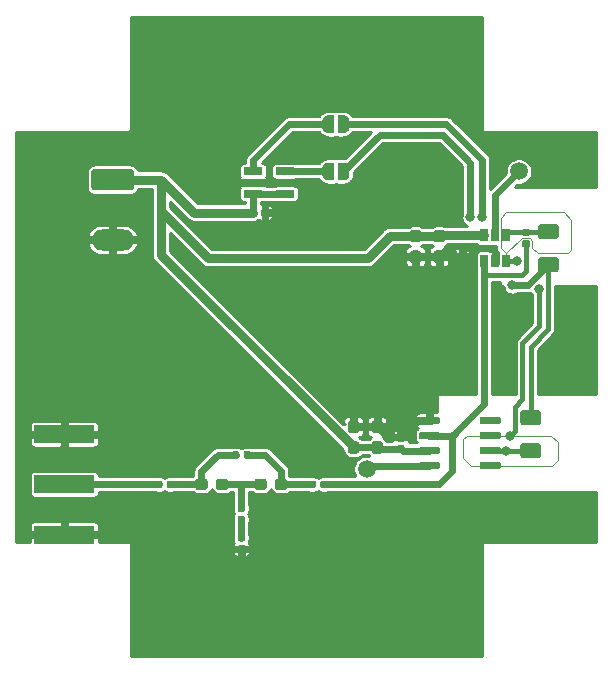
<source format=gbr>
G04 #@! TF.GenerationSoftware,KiCad,Pcbnew,5.1.2-1.fc30*
G04 #@! TF.CreationDate,2019-06-07T11:55:58+09:00*
G04 #@! TF.ProjectId,ltc6268_tia,6c746336-3236-4385-9f74-69612e6b6963,rev?*
G04 #@! TF.SameCoordinates,Original*
G04 #@! TF.FileFunction,Copper,L1,Top*
G04 #@! TF.FilePolarity,Positive*
%FSLAX46Y46*%
G04 Gerber Fmt 4.6, Leading zero omitted, Abs format (unit mm)*
G04 Created by KiCad (PCBNEW 5.1.2-1.fc30) date 2019-06-07 11:55:58*
%MOMM*%
%LPD*%
G04 APERTURE LIST*
%ADD10C,0.100000*%
%ADD11C,0.950000*%
%ADD12C,0.590000*%
%ADD13O,3.600000X1.800000*%
%ADD14C,1.800000*%
%ADD15C,1.250000*%
%ADD16R,0.650000X1.060000*%
%ADD17C,0.600000*%
%ADD18R,1.560000X0.650000*%
%ADD19C,1.500000*%
%ADD20C,0.500000*%
%ADD21R,5.080000X1.500000*%
%ADD22C,1.600000*%
%ADD23C,0.800000*%
%ADD24C,0.600000*%
%ADD25C,0.400000*%
%ADD26C,0.120000*%
%ADD27C,0.089000*%
%ADD28C,0.800000*%
%ADD29C,0.254000*%
G04 APERTURE END LIST*
D10*
G36*
X81435779Y-64526144D02*
G01*
X81458834Y-64529563D01*
X81481443Y-64535227D01*
X81503387Y-64543079D01*
X81524457Y-64553044D01*
X81544448Y-64565026D01*
X81563168Y-64578910D01*
X81580438Y-64594562D01*
X81596090Y-64611832D01*
X81609974Y-64630552D01*
X81621956Y-64650543D01*
X81631921Y-64671613D01*
X81639773Y-64693557D01*
X81645437Y-64716166D01*
X81648856Y-64739221D01*
X81650000Y-64762500D01*
X81650000Y-65237500D01*
X81648856Y-65260779D01*
X81645437Y-65283834D01*
X81639773Y-65306443D01*
X81631921Y-65328387D01*
X81621956Y-65349457D01*
X81609974Y-65369448D01*
X81596090Y-65388168D01*
X81580438Y-65405438D01*
X81563168Y-65421090D01*
X81544448Y-65434974D01*
X81524457Y-65446956D01*
X81503387Y-65456921D01*
X81481443Y-65464773D01*
X81458834Y-65470437D01*
X81435779Y-65473856D01*
X81412500Y-65475000D01*
X80837500Y-65475000D01*
X80814221Y-65473856D01*
X80791166Y-65470437D01*
X80768557Y-65464773D01*
X80746613Y-65456921D01*
X80725543Y-65446956D01*
X80705552Y-65434974D01*
X80686832Y-65421090D01*
X80669562Y-65405438D01*
X80653910Y-65388168D01*
X80640026Y-65369448D01*
X80628044Y-65349457D01*
X80618079Y-65328387D01*
X80610227Y-65306443D01*
X80604563Y-65283834D01*
X80601144Y-65260779D01*
X80600000Y-65237500D01*
X80600000Y-64762500D01*
X80601144Y-64739221D01*
X80604563Y-64716166D01*
X80610227Y-64693557D01*
X80618079Y-64671613D01*
X80628044Y-64650543D01*
X80640026Y-64630552D01*
X80653910Y-64611832D01*
X80669562Y-64594562D01*
X80686832Y-64578910D01*
X80705552Y-64565026D01*
X80725543Y-64553044D01*
X80746613Y-64543079D01*
X80768557Y-64535227D01*
X80791166Y-64529563D01*
X80814221Y-64526144D01*
X80837500Y-64525000D01*
X81412500Y-64525000D01*
X81435779Y-64526144D01*
X81435779Y-64526144D01*
G37*
D11*
X81125000Y-65000000D03*
D10*
G36*
X83185779Y-64526144D02*
G01*
X83208834Y-64529563D01*
X83231443Y-64535227D01*
X83253387Y-64543079D01*
X83274457Y-64553044D01*
X83294448Y-64565026D01*
X83313168Y-64578910D01*
X83330438Y-64594562D01*
X83346090Y-64611832D01*
X83359974Y-64630552D01*
X83371956Y-64650543D01*
X83381921Y-64671613D01*
X83389773Y-64693557D01*
X83395437Y-64716166D01*
X83398856Y-64739221D01*
X83400000Y-64762500D01*
X83400000Y-65237500D01*
X83398856Y-65260779D01*
X83395437Y-65283834D01*
X83389773Y-65306443D01*
X83381921Y-65328387D01*
X83371956Y-65349457D01*
X83359974Y-65369448D01*
X83346090Y-65388168D01*
X83330438Y-65405438D01*
X83313168Y-65421090D01*
X83294448Y-65434974D01*
X83274457Y-65446956D01*
X83253387Y-65456921D01*
X83231443Y-65464773D01*
X83208834Y-65470437D01*
X83185779Y-65473856D01*
X83162500Y-65475000D01*
X82587500Y-65475000D01*
X82564221Y-65473856D01*
X82541166Y-65470437D01*
X82518557Y-65464773D01*
X82496613Y-65456921D01*
X82475543Y-65446956D01*
X82455552Y-65434974D01*
X82436832Y-65421090D01*
X82419562Y-65405438D01*
X82403910Y-65388168D01*
X82390026Y-65369448D01*
X82378044Y-65349457D01*
X82368079Y-65328387D01*
X82360227Y-65306443D01*
X82354563Y-65283834D01*
X82351144Y-65260779D01*
X82350000Y-65237500D01*
X82350000Y-64762500D01*
X82351144Y-64739221D01*
X82354563Y-64716166D01*
X82360227Y-64693557D01*
X82368079Y-64671613D01*
X82378044Y-64650543D01*
X82390026Y-64630552D01*
X82403910Y-64611832D01*
X82419562Y-64594562D01*
X82436832Y-64578910D01*
X82455552Y-64565026D01*
X82475543Y-64553044D01*
X82496613Y-64543079D01*
X82518557Y-64535227D01*
X82541166Y-64529563D01*
X82564221Y-64526144D01*
X82587500Y-64525000D01*
X83162500Y-64525000D01*
X83185779Y-64526144D01*
X83185779Y-64526144D01*
G37*
D11*
X82875000Y-65000000D03*
D10*
G36*
X76435779Y-64526144D02*
G01*
X76458834Y-64529563D01*
X76481443Y-64535227D01*
X76503387Y-64543079D01*
X76524457Y-64553044D01*
X76544448Y-64565026D01*
X76563168Y-64578910D01*
X76580438Y-64594562D01*
X76596090Y-64611832D01*
X76609974Y-64630552D01*
X76621956Y-64650543D01*
X76631921Y-64671613D01*
X76639773Y-64693557D01*
X76645437Y-64716166D01*
X76648856Y-64739221D01*
X76650000Y-64762500D01*
X76650000Y-65237500D01*
X76648856Y-65260779D01*
X76645437Y-65283834D01*
X76639773Y-65306443D01*
X76631921Y-65328387D01*
X76621956Y-65349457D01*
X76609974Y-65369448D01*
X76596090Y-65388168D01*
X76580438Y-65405438D01*
X76563168Y-65421090D01*
X76544448Y-65434974D01*
X76524457Y-65446956D01*
X76503387Y-65456921D01*
X76481443Y-65464773D01*
X76458834Y-65470437D01*
X76435779Y-65473856D01*
X76412500Y-65475000D01*
X75837500Y-65475000D01*
X75814221Y-65473856D01*
X75791166Y-65470437D01*
X75768557Y-65464773D01*
X75746613Y-65456921D01*
X75725543Y-65446956D01*
X75705552Y-65434974D01*
X75686832Y-65421090D01*
X75669562Y-65405438D01*
X75653910Y-65388168D01*
X75640026Y-65369448D01*
X75628044Y-65349457D01*
X75618079Y-65328387D01*
X75610227Y-65306443D01*
X75604563Y-65283834D01*
X75601144Y-65260779D01*
X75600000Y-65237500D01*
X75600000Y-64762500D01*
X75601144Y-64739221D01*
X75604563Y-64716166D01*
X75610227Y-64693557D01*
X75618079Y-64671613D01*
X75628044Y-64650543D01*
X75640026Y-64630552D01*
X75653910Y-64611832D01*
X75669562Y-64594562D01*
X75686832Y-64578910D01*
X75705552Y-64565026D01*
X75725543Y-64553044D01*
X75746613Y-64543079D01*
X75768557Y-64535227D01*
X75791166Y-64529563D01*
X75814221Y-64526144D01*
X75837500Y-64525000D01*
X76412500Y-64525000D01*
X76435779Y-64526144D01*
X76435779Y-64526144D01*
G37*
D11*
X76125000Y-65000000D03*
D10*
G36*
X78185779Y-64526144D02*
G01*
X78208834Y-64529563D01*
X78231443Y-64535227D01*
X78253387Y-64543079D01*
X78274457Y-64553044D01*
X78294448Y-64565026D01*
X78313168Y-64578910D01*
X78330438Y-64594562D01*
X78346090Y-64611832D01*
X78359974Y-64630552D01*
X78371956Y-64650543D01*
X78381921Y-64671613D01*
X78389773Y-64693557D01*
X78395437Y-64716166D01*
X78398856Y-64739221D01*
X78400000Y-64762500D01*
X78400000Y-65237500D01*
X78398856Y-65260779D01*
X78395437Y-65283834D01*
X78389773Y-65306443D01*
X78381921Y-65328387D01*
X78371956Y-65349457D01*
X78359974Y-65369448D01*
X78346090Y-65388168D01*
X78330438Y-65405438D01*
X78313168Y-65421090D01*
X78294448Y-65434974D01*
X78274457Y-65446956D01*
X78253387Y-65456921D01*
X78231443Y-65464773D01*
X78208834Y-65470437D01*
X78185779Y-65473856D01*
X78162500Y-65475000D01*
X77587500Y-65475000D01*
X77564221Y-65473856D01*
X77541166Y-65470437D01*
X77518557Y-65464773D01*
X77496613Y-65456921D01*
X77475543Y-65446956D01*
X77455552Y-65434974D01*
X77436832Y-65421090D01*
X77419562Y-65405438D01*
X77403910Y-65388168D01*
X77390026Y-65369448D01*
X77378044Y-65349457D01*
X77368079Y-65328387D01*
X77360227Y-65306443D01*
X77354563Y-65283834D01*
X77351144Y-65260779D01*
X77350000Y-65237500D01*
X77350000Y-64762500D01*
X77351144Y-64739221D01*
X77354563Y-64716166D01*
X77360227Y-64693557D01*
X77368079Y-64671613D01*
X77378044Y-64650543D01*
X77390026Y-64630552D01*
X77403910Y-64611832D01*
X77419562Y-64594562D01*
X77436832Y-64578910D01*
X77455552Y-64565026D01*
X77475543Y-64553044D01*
X77496613Y-64543079D01*
X77518557Y-64535227D01*
X77541166Y-64529563D01*
X77564221Y-64526144D01*
X77587500Y-64525000D01*
X78162500Y-64525000D01*
X78185779Y-64526144D01*
X78185779Y-64526144D01*
G37*
D11*
X77875000Y-65000000D03*
D10*
G36*
X86646958Y-64680710D02*
G01*
X86661276Y-64682834D01*
X86675317Y-64686351D01*
X86688946Y-64691228D01*
X86702031Y-64697417D01*
X86714447Y-64704858D01*
X86726073Y-64713481D01*
X86736798Y-64723202D01*
X86746519Y-64733927D01*
X86755142Y-64745553D01*
X86762583Y-64757969D01*
X86768772Y-64771054D01*
X86773649Y-64784683D01*
X86777166Y-64798724D01*
X86779290Y-64813042D01*
X86780000Y-64827500D01*
X86780000Y-65172500D01*
X86779290Y-65186958D01*
X86777166Y-65201276D01*
X86773649Y-65215317D01*
X86768772Y-65228946D01*
X86762583Y-65242031D01*
X86755142Y-65254447D01*
X86746519Y-65266073D01*
X86736798Y-65276798D01*
X86726073Y-65286519D01*
X86714447Y-65295142D01*
X86702031Y-65302583D01*
X86688946Y-65308772D01*
X86675317Y-65313649D01*
X86661276Y-65317166D01*
X86646958Y-65319290D01*
X86632500Y-65320000D01*
X86337500Y-65320000D01*
X86323042Y-65319290D01*
X86308724Y-65317166D01*
X86294683Y-65313649D01*
X86281054Y-65308772D01*
X86267969Y-65302583D01*
X86255553Y-65295142D01*
X86243927Y-65286519D01*
X86233202Y-65276798D01*
X86223481Y-65266073D01*
X86214858Y-65254447D01*
X86207417Y-65242031D01*
X86201228Y-65228946D01*
X86196351Y-65215317D01*
X86192834Y-65201276D01*
X86190710Y-65186958D01*
X86190000Y-65172500D01*
X86190000Y-64827500D01*
X86190710Y-64813042D01*
X86192834Y-64798724D01*
X86196351Y-64784683D01*
X86201228Y-64771054D01*
X86207417Y-64757969D01*
X86214858Y-64745553D01*
X86223481Y-64733927D01*
X86233202Y-64723202D01*
X86243927Y-64713481D01*
X86255553Y-64704858D01*
X86267969Y-64697417D01*
X86281054Y-64691228D01*
X86294683Y-64686351D01*
X86308724Y-64682834D01*
X86323042Y-64680710D01*
X86337500Y-64680000D01*
X86632500Y-64680000D01*
X86646958Y-64680710D01*
X86646958Y-64680710D01*
G37*
D12*
X86485000Y-65000000D03*
D10*
G36*
X85676958Y-64680710D02*
G01*
X85691276Y-64682834D01*
X85705317Y-64686351D01*
X85718946Y-64691228D01*
X85732031Y-64697417D01*
X85744447Y-64704858D01*
X85756073Y-64713481D01*
X85766798Y-64723202D01*
X85776519Y-64733927D01*
X85785142Y-64745553D01*
X85792583Y-64757969D01*
X85798772Y-64771054D01*
X85803649Y-64784683D01*
X85807166Y-64798724D01*
X85809290Y-64813042D01*
X85810000Y-64827500D01*
X85810000Y-65172500D01*
X85809290Y-65186958D01*
X85807166Y-65201276D01*
X85803649Y-65215317D01*
X85798772Y-65228946D01*
X85792583Y-65242031D01*
X85785142Y-65254447D01*
X85776519Y-65266073D01*
X85766798Y-65276798D01*
X85756073Y-65286519D01*
X85744447Y-65295142D01*
X85732031Y-65302583D01*
X85718946Y-65308772D01*
X85705317Y-65313649D01*
X85691276Y-65317166D01*
X85676958Y-65319290D01*
X85662500Y-65320000D01*
X85367500Y-65320000D01*
X85353042Y-65319290D01*
X85338724Y-65317166D01*
X85324683Y-65313649D01*
X85311054Y-65308772D01*
X85297969Y-65302583D01*
X85285553Y-65295142D01*
X85273927Y-65286519D01*
X85263202Y-65276798D01*
X85253481Y-65266073D01*
X85244858Y-65254447D01*
X85237417Y-65242031D01*
X85231228Y-65228946D01*
X85226351Y-65215317D01*
X85222834Y-65201276D01*
X85220710Y-65186958D01*
X85220000Y-65172500D01*
X85220000Y-64827500D01*
X85220710Y-64813042D01*
X85222834Y-64798724D01*
X85226351Y-64784683D01*
X85231228Y-64771054D01*
X85237417Y-64757969D01*
X85244858Y-64745553D01*
X85253481Y-64733927D01*
X85263202Y-64723202D01*
X85273927Y-64713481D01*
X85285553Y-64704858D01*
X85297969Y-64697417D01*
X85311054Y-64691228D01*
X85324683Y-64686351D01*
X85338724Y-64682834D01*
X85353042Y-64680710D01*
X85367500Y-64680000D01*
X85662500Y-64680000D01*
X85676958Y-64680710D01*
X85676958Y-64680710D01*
G37*
D12*
X85515000Y-65000000D03*
D10*
G36*
X79176958Y-62180710D02*
G01*
X79191276Y-62182834D01*
X79205317Y-62186351D01*
X79218946Y-62191228D01*
X79232031Y-62197417D01*
X79244447Y-62204858D01*
X79256073Y-62213481D01*
X79266798Y-62223202D01*
X79276519Y-62233927D01*
X79285142Y-62245553D01*
X79292583Y-62257969D01*
X79298772Y-62271054D01*
X79303649Y-62284683D01*
X79307166Y-62298724D01*
X79309290Y-62313042D01*
X79310000Y-62327500D01*
X79310000Y-62672500D01*
X79309290Y-62686958D01*
X79307166Y-62701276D01*
X79303649Y-62715317D01*
X79298772Y-62728946D01*
X79292583Y-62742031D01*
X79285142Y-62754447D01*
X79276519Y-62766073D01*
X79266798Y-62776798D01*
X79256073Y-62786519D01*
X79244447Y-62795142D01*
X79232031Y-62802583D01*
X79218946Y-62808772D01*
X79205317Y-62813649D01*
X79191276Y-62817166D01*
X79176958Y-62819290D01*
X79162500Y-62820000D01*
X78867500Y-62820000D01*
X78853042Y-62819290D01*
X78838724Y-62817166D01*
X78824683Y-62813649D01*
X78811054Y-62808772D01*
X78797969Y-62802583D01*
X78785553Y-62795142D01*
X78773927Y-62786519D01*
X78763202Y-62776798D01*
X78753481Y-62766073D01*
X78744858Y-62754447D01*
X78737417Y-62742031D01*
X78731228Y-62728946D01*
X78726351Y-62715317D01*
X78722834Y-62701276D01*
X78720710Y-62686958D01*
X78720000Y-62672500D01*
X78720000Y-62327500D01*
X78720710Y-62313042D01*
X78722834Y-62298724D01*
X78726351Y-62284683D01*
X78731228Y-62271054D01*
X78737417Y-62257969D01*
X78744858Y-62245553D01*
X78753481Y-62233927D01*
X78763202Y-62223202D01*
X78773927Y-62213481D01*
X78785553Y-62204858D01*
X78797969Y-62197417D01*
X78811054Y-62191228D01*
X78824683Y-62186351D01*
X78838724Y-62182834D01*
X78853042Y-62180710D01*
X78867500Y-62180000D01*
X79162500Y-62180000D01*
X79176958Y-62180710D01*
X79176958Y-62180710D01*
G37*
D12*
X79015000Y-62500000D03*
D10*
G36*
X80146958Y-62180710D02*
G01*
X80161276Y-62182834D01*
X80175317Y-62186351D01*
X80188946Y-62191228D01*
X80202031Y-62197417D01*
X80214447Y-62204858D01*
X80226073Y-62213481D01*
X80236798Y-62223202D01*
X80246519Y-62233927D01*
X80255142Y-62245553D01*
X80262583Y-62257969D01*
X80268772Y-62271054D01*
X80273649Y-62284683D01*
X80277166Y-62298724D01*
X80279290Y-62313042D01*
X80280000Y-62327500D01*
X80280000Y-62672500D01*
X80279290Y-62686958D01*
X80277166Y-62701276D01*
X80273649Y-62715317D01*
X80268772Y-62728946D01*
X80262583Y-62742031D01*
X80255142Y-62754447D01*
X80246519Y-62766073D01*
X80236798Y-62776798D01*
X80226073Y-62786519D01*
X80214447Y-62795142D01*
X80202031Y-62802583D01*
X80188946Y-62808772D01*
X80175317Y-62813649D01*
X80161276Y-62817166D01*
X80146958Y-62819290D01*
X80132500Y-62820000D01*
X79837500Y-62820000D01*
X79823042Y-62819290D01*
X79808724Y-62817166D01*
X79794683Y-62813649D01*
X79781054Y-62808772D01*
X79767969Y-62802583D01*
X79755553Y-62795142D01*
X79743927Y-62786519D01*
X79733202Y-62776798D01*
X79723481Y-62766073D01*
X79714858Y-62754447D01*
X79707417Y-62742031D01*
X79701228Y-62728946D01*
X79696351Y-62715317D01*
X79692834Y-62701276D01*
X79690710Y-62686958D01*
X79690000Y-62672500D01*
X79690000Y-62327500D01*
X79690710Y-62313042D01*
X79692834Y-62298724D01*
X79696351Y-62284683D01*
X79701228Y-62271054D01*
X79707417Y-62257969D01*
X79714858Y-62245553D01*
X79723481Y-62233927D01*
X79733202Y-62223202D01*
X79743927Y-62213481D01*
X79755553Y-62204858D01*
X79767969Y-62197417D01*
X79781054Y-62191228D01*
X79794683Y-62186351D01*
X79808724Y-62182834D01*
X79823042Y-62180710D01*
X79837500Y-62180000D01*
X80132500Y-62180000D01*
X80146958Y-62180710D01*
X80146958Y-62180710D01*
G37*
D12*
X79985000Y-62500000D03*
D10*
G36*
X73646958Y-64680710D02*
G01*
X73661276Y-64682834D01*
X73675317Y-64686351D01*
X73688946Y-64691228D01*
X73702031Y-64697417D01*
X73714447Y-64704858D01*
X73726073Y-64713481D01*
X73736798Y-64723202D01*
X73746519Y-64733927D01*
X73755142Y-64745553D01*
X73762583Y-64757969D01*
X73768772Y-64771054D01*
X73773649Y-64784683D01*
X73777166Y-64798724D01*
X73779290Y-64813042D01*
X73780000Y-64827500D01*
X73780000Y-65172500D01*
X73779290Y-65186958D01*
X73777166Y-65201276D01*
X73773649Y-65215317D01*
X73768772Y-65228946D01*
X73762583Y-65242031D01*
X73755142Y-65254447D01*
X73746519Y-65266073D01*
X73736798Y-65276798D01*
X73726073Y-65286519D01*
X73714447Y-65295142D01*
X73702031Y-65302583D01*
X73688946Y-65308772D01*
X73675317Y-65313649D01*
X73661276Y-65317166D01*
X73646958Y-65319290D01*
X73632500Y-65320000D01*
X73337500Y-65320000D01*
X73323042Y-65319290D01*
X73308724Y-65317166D01*
X73294683Y-65313649D01*
X73281054Y-65308772D01*
X73267969Y-65302583D01*
X73255553Y-65295142D01*
X73243927Y-65286519D01*
X73233202Y-65276798D01*
X73223481Y-65266073D01*
X73214858Y-65254447D01*
X73207417Y-65242031D01*
X73201228Y-65228946D01*
X73196351Y-65215317D01*
X73192834Y-65201276D01*
X73190710Y-65186958D01*
X73190000Y-65172500D01*
X73190000Y-64827500D01*
X73190710Y-64813042D01*
X73192834Y-64798724D01*
X73196351Y-64784683D01*
X73201228Y-64771054D01*
X73207417Y-64757969D01*
X73214858Y-64745553D01*
X73223481Y-64733927D01*
X73233202Y-64723202D01*
X73243927Y-64713481D01*
X73255553Y-64704858D01*
X73267969Y-64697417D01*
X73281054Y-64691228D01*
X73294683Y-64686351D01*
X73308724Y-64682834D01*
X73323042Y-64680710D01*
X73337500Y-64680000D01*
X73632500Y-64680000D01*
X73646958Y-64680710D01*
X73646958Y-64680710D01*
G37*
D12*
X73485000Y-65000000D03*
D10*
G36*
X72676958Y-64680710D02*
G01*
X72691276Y-64682834D01*
X72705317Y-64686351D01*
X72718946Y-64691228D01*
X72732031Y-64697417D01*
X72744447Y-64704858D01*
X72756073Y-64713481D01*
X72766798Y-64723202D01*
X72776519Y-64733927D01*
X72785142Y-64745553D01*
X72792583Y-64757969D01*
X72798772Y-64771054D01*
X72803649Y-64784683D01*
X72807166Y-64798724D01*
X72809290Y-64813042D01*
X72810000Y-64827500D01*
X72810000Y-65172500D01*
X72809290Y-65186958D01*
X72807166Y-65201276D01*
X72803649Y-65215317D01*
X72798772Y-65228946D01*
X72792583Y-65242031D01*
X72785142Y-65254447D01*
X72776519Y-65266073D01*
X72766798Y-65276798D01*
X72756073Y-65286519D01*
X72744447Y-65295142D01*
X72732031Y-65302583D01*
X72718946Y-65308772D01*
X72705317Y-65313649D01*
X72691276Y-65317166D01*
X72676958Y-65319290D01*
X72662500Y-65320000D01*
X72367500Y-65320000D01*
X72353042Y-65319290D01*
X72338724Y-65317166D01*
X72324683Y-65313649D01*
X72311054Y-65308772D01*
X72297969Y-65302583D01*
X72285553Y-65295142D01*
X72273927Y-65286519D01*
X72263202Y-65276798D01*
X72253481Y-65266073D01*
X72244858Y-65254447D01*
X72237417Y-65242031D01*
X72231228Y-65228946D01*
X72226351Y-65215317D01*
X72222834Y-65201276D01*
X72220710Y-65186958D01*
X72220000Y-65172500D01*
X72220000Y-64827500D01*
X72220710Y-64813042D01*
X72222834Y-64798724D01*
X72226351Y-64784683D01*
X72231228Y-64771054D01*
X72237417Y-64757969D01*
X72244858Y-64745553D01*
X72253481Y-64733927D01*
X72263202Y-64723202D01*
X72273927Y-64713481D01*
X72285553Y-64704858D01*
X72297969Y-64697417D01*
X72311054Y-64691228D01*
X72324683Y-64686351D01*
X72338724Y-64682834D01*
X72353042Y-64680710D01*
X72367500Y-64680000D01*
X72662500Y-64680000D01*
X72676958Y-64680710D01*
X72676958Y-64680710D01*
G37*
D12*
X72515000Y-65000000D03*
D10*
G36*
X79686958Y-69220710D02*
G01*
X79701276Y-69222834D01*
X79715317Y-69226351D01*
X79728946Y-69231228D01*
X79742031Y-69237417D01*
X79754447Y-69244858D01*
X79766073Y-69253481D01*
X79776798Y-69263202D01*
X79786519Y-69273927D01*
X79795142Y-69285553D01*
X79802583Y-69297969D01*
X79808772Y-69311054D01*
X79813649Y-69324683D01*
X79817166Y-69338724D01*
X79819290Y-69353042D01*
X79820000Y-69367500D01*
X79820000Y-69662500D01*
X79819290Y-69676958D01*
X79817166Y-69691276D01*
X79813649Y-69705317D01*
X79808772Y-69718946D01*
X79802583Y-69732031D01*
X79795142Y-69744447D01*
X79786519Y-69756073D01*
X79776798Y-69766798D01*
X79766073Y-69776519D01*
X79754447Y-69785142D01*
X79742031Y-69792583D01*
X79728946Y-69798772D01*
X79715317Y-69803649D01*
X79701276Y-69807166D01*
X79686958Y-69809290D01*
X79672500Y-69810000D01*
X79327500Y-69810000D01*
X79313042Y-69809290D01*
X79298724Y-69807166D01*
X79284683Y-69803649D01*
X79271054Y-69798772D01*
X79257969Y-69792583D01*
X79245553Y-69785142D01*
X79233927Y-69776519D01*
X79223202Y-69766798D01*
X79213481Y-69756073D01*
X79204858Y-69744447D01*
X79197417Y-69732031D01*
X79191228Y-69718946D01*
X79186351Y-69705317D01*
X79182834Y-69691276D01*
X79180710Y-69676958D01*
X79180000Y-69662500D01*
X79180000Y-69367500D01*
X79180710Y-69353042D01*
X79182834Y-69338724D01*
X79186351Y-69324683D01*
X79191228Y-69311054D01*
X79197417Y-69297969D01*
X79204858Y-69285553D01*
X79213481Y-69273927D01*
X79223202Y-69263202D01*
X79233927Y-69253481D01*
X79245553Y-69244858D01*
X79257969Y-69237417D01*
X79271054Y-69231228D01*
X79284683Y-69226351D01*
X79298724Y-69222834D01*
X79313042Y-69220710D01*
X79327500Y-69220000D01*
X79672500Y-69220000D01*
X79686958Y-69220710D01*
X79686958Y-69220710D01*
G37*
D12*
X79500000Y-69515000D03*
D10*
G36*
X79686958Y-70190710D02*
G01*
X79701276Y-70192834D01*
X79715317Y-70196351D01*
X79728946Y-70201228D01*
X79742031Y-70207417D01*
X79754447Y-70214858D01*
X79766073Y-70223481D01*
X79776798Y-70233202D01*
X79786519Y-70243927D01*
X79795142Y-70255553D01*
X79802583Y-70267969D01*
X79808772Y-70281054D01*
X79813649Y-70294683D01*
X79817166Y-70308724D01*
X79819290Y-70323042D01*
X79820000Y-70337500D01*
X79820000Y-70632500D01*
X79819290Y-70646958D01*
X79817166Y-70661276D01*
X79813649Y-70675317D01*
X79808772Y-70688946D01*
X79802583Y-70702031D01*
X79795142Y-70714447D01*
X79786519Y-70726073D01*
X79776798Y-70736798D01*
X79766073Y-70746519D01*
X79754447Y-70755142D01*
X79742031Y-70762583D01*
X79728946Y-70768772D01*
X79715317Y-70773649D01*
X79701276Y-70777166D01*
X79686958Y-70779290D01*
X79672500Y-70780000D01*
X79327500Y-70780000D01*
X79313042Y-70779290D01*
X79298724Y-70777166D01*
X79284683Y-70773649D01*
X79271054Y-70768772D01*
X79257969Y-70762583D01*
X79245553Y-70755142D01*
X79233927Y-70746519D01*
X79223202Y-70736798D01*
X79213481Y-70726073D01*
X79204858Y-70714447D01*
X79197417Y-70702031D01*
X79191228Y-70688946D01*
X79186351Y-70675317D01*
X79182834Y-70661276D01*
X79180710Y-70646958D01*
X79180000Y-70632500D01*
X79180000Y-70337500D01*
X79180710Y-70323042D01*
X79182834Y-70308724D01*
X79186351Y-70294683D01*
X79191228Y-70281054D01*
X79197417Y-70267969D01*
X79204858Y-70255553D01*
X79213481Y-70243927D01*
X79223202Y-70233202D01*
X79233927Y-70223481D01*
X79245553Y-70214858D01*
X79257969Y-70207417D01*
X79271054Y-70201228D01*
X79284683Y-70196351D01*
X79298724Y-70192834D01*
X79313042Y-70190710D01*
X79327500Y-70190000D01*
X79672500Y-70190000D01*
X79686958Y-70190710D01*
X79686958Y-70190710D01*
G37*
D12*
X79500000Y-70485000D03*
D10*
G36*
X79686958Y-67690710D02*
G01*
X79701276Y-67692834D01*
X79715317Y-67696351D01*
X79728946Y-67701228D01*
X79742031Y-67707417D01*
X79754447Y-67714858D01*
X79766073Y-67723481D01*
X79776798Y-67733202D01*
X79786519Y-67743927D01*
X79795142Y-67755553D01*
X79802583Y-67767969D01*
X79808772Y-67781054D01*
X79813649Y-67794683D01*
X79817166Y-67808724D01*
X79819290Y-67823042D01*
X79820000Y-67837500D01*
X79820000Y-68132500D01*
X79819290Y-68146958D01*
X79817166Y-68161276D01*
X79813649Y-68175317D01*
X79808772Y-68188946D01*
X79802583Y-68202031D01*
X79795142Y-68214447D01*
X79786519Y-68226073D01*
X79776798Y-68236798D01*
X79766073Y-68246519D01*
X79754447Y-68255142D01*
X79742031Y-68262583D01*
X79728946Y-68268772D01*
X79715317Y-68273649D01*
X79701276Y-68277166D01*
X79686958Y-68279290D01*
X79672500Y-68280000D01*
X79327500Y-68280000D01*
X79313042Y-68279290D01*
X79298724Y-68277166D01*
X79284683Y-68273649D01*
X79271054Y-68268772D01*
X79257969Y-68262583D01*
X79245553Y-68255142D01*
X79233927Y-68246519D01*
X79223202Y-68236798D01*
X79213481Y-68226073D01*
X79204858Y-68214447D01*
X79197417Y-68202031D01*
X79191228Y-68188946D01*
X79186351Y-68175317D01*
X79182834Y-68161276D01*
X79180710Y-68146958D01*
X79180000Y-68132500D01*
X79180000Y-67837500D01*
X79180710Y-67823042D01*
X79182834Y-67808724D01*
X79186351Y-67794683D01*
X79191228Y-67781054D01*
X79197417Y-67767969D01*
X79204858Y-67755553D01*
X79213481Y-67743927D01*
X79223202Y-67733202D01*
X79233927Y-67723481D01*
X79245553Y-67714858D01*
X79257969Y-67707417D01*
X79271054Y-67701228D01*
X79284683Y-67696351D01*
X79298724Y-67692834D01*
X79313042Y-67690710D01*
X79327500Y-67690000D01*
X79672500Y-67690000D01*
X79686958Y-67690710D01*
X79686958Y-67690710D01*
G37*
D12*
X79500000Y-67985000D03*
D10*
G36*
X79686958Y-66720710D02*
G01*
X79701276Y-66722834D01*
X79715317Y-66726351D01*
X79728946Y-66731228D01*
X79742031Y-66737417D01*
X79754447Y-66744858D01*
X79766073Y-66753481D01*
X79776798Y-66763202D01*
X79786519Y-66773927D01*
X79795142Y-66785553D01*
X79802583Y-66797969D01*
X79808772Y-66811054D01*
X79813649Y-66824683D01*
X79817166Y-66838724D01*
X79819290Y-66853042D01*
X79820000Y-66867500D01*
X79820000Y-67162500D01*
X79819290Y-67176958D01*
X79817166Y-67191276D01*
X79813649Y-67205317D01*
X79808772Y-67218946D01*
X79802583Y-67232031D01*
X79795142Y-67244447D01*
X79786519Y-67256073D01*
X79776798Y-67266798D01*
X79766073Y-67276519D01*
X79754447Y-67285142D01*
X79742031Y-67292583D01*
X79728946Y-67298772D01*
X79715317Y-67303649D01*
X79701276Y-67307166D01*
X79686958Y-67309290D01*
X79672500Y-67310000D01*
X79327500Y-67310000D01*
X79313042Y-67309290D01*
X79298724Y-67307166D01*
X79284683Y-67303649D01*
X79271054Y-67298772D01*
X79257969Y-67292583D01*
X79245553Y-67285142D01*
X79233927Y-67276519D01*
X79223202Y-67266798D01*
X79213481Y-67256073D01*
X79204858Y-67244447D01*
X79197417Y-67232031D01*
X79191228Y-67218946D01*
X79186351Y-67205317D01*
X79182834Y-67191276D01*
X79180710Y-67176958D01*
X79180000Y-67162500D01*
X79180000Y-66867500D01*
X79180710Y-66853042D01*
X79182834Y-66838724D01*
X79186351Y-66824683D01*
X79191228Y-66811054D01*
X79197417Y-66797969D01*
X79204858Y-66785553D01*
X79213481Y-66773927D01*
X79223202Y-66763202D01*
X79233927Y-66753481D01*
X79245553Y-66744858D01*
X79257969Y-66737417D01*
X79271054Y-66731228D01*
X79284683Y-66726351D01*
X79298724Y-66722834D01*
X79313042Y-66720710D01*
X79327500Y-66720000D01*
X79672500Y-66720000D01*
X79686958Y-66720710D01*
X79686958Y-66720710D01*
G37*
D12*
X79500000Y-67015000D03*
D13*
X68600000Y-44280000D03*
D10*
G36*
X70174504Y-38301204D02*
G01*
X70198773Y-38304804D01*
X70222571Y-38310765D01*
X70245671Y-38319030D01*
X70267849Y-38329520D01*
X70288893Y-38342133D01*
X70308598Y-38356747D01*
X70326777Y-38373223D01*
X70343253Y-38391402D01*
X70357867Y-38411107D01*
X70370480Y-38432151D01*
X70380970Y-38454329D01*
X70389235Y-38477429D01*
X70395196Y-38501227D01*
X70398796Y-38525496D01*
X70400000Y-38550000D01*
X70400000Y-39850000D01*
X70398796Y-39874504D01*
X70395196Y-39898773D01*
X70389235Y-39922571D01*
X70380970Y-39945671D01*
X70370480Y-39967849D01*
X70357867Y-39988893D01*
X70343253Y-40008598D01*
X70326777Y-40026777D01*
X70308598Y-40043253D01*
X70288893Y-40057867D01*
X70267849Y-40070480D01*
X70245671Y-40080970D01*
X70222571Y-40089235D01*
X70198773Y-40095196D01*
X70174504Y-40098796D01*
X70150000Y-40100000D01*
X67050000Y-40100000D01*
X67025496Y-40098796D01*
X67001227Y-40095196D01*
X66977429Y-40089235D01*
X66954329Y-40080970D01*
X66932151Y-40070480D01*
X66911107Y-40057867D01*
X66891402Y-40043253D01*
X66873223Y-40026777D01*
X66856747Y-40008598D01*
X66842133Y-39988893D01*
X66829520Y-39967849D01*
X66819030Y-39945671D01*
X66810765Y-39922571D01*
X66804804Y-39898773D01*
X66801204Y-39874504D01*
X66800000Y-39850000D01*
X66800000Y-38550000D01*
X66801204Y-38525496D01*
X66804804Y-38501227D01*
X66810765Y-38477429D01*
X66819030Y-38454329D01*
X66829520Y-38432151D01*
X66842133Y-38411107D01*
X66856747Y-38391402D01*
X66873223Y-38373223D01*
X66891402Y-38356747D01*
X66911107Y-38342133D01*
X66932151Y-38329520D01*
X66954329Y-38319030D01*
X66977429Y-38310765D01*
X67001227Y-38304804D01*
X67025496Y-38301204D01*
X67050000Y-38300000D01*
X70150000Y-38300000D01*
X70174504Y-38301204D01*
X70174504Y-38301204D01*
G37*
D14*
X68600000Y-39200000D03*
D10*
G36*
X104649504Y-61526204D02*
G01*
X104673773Y-61529804D01*
X104697571Y-61535765D01*
X104720671Y-61544030D01*
X104742849Y-61554520D01*
X104763893Y-61567133D01*
X104783598Y-61581747D01*
X104801777Y-61598223D01*
X104818253Y-61616402D01*
X104832867Y-61636107D01*
X104845480Y-61657151D01*
X104855970Y-61679329D01*
X104864235Y-61702429D01*
X104870196Y-61726227D01*
X104873796Y-61750496D01*
X104875000Y-61775000D01*
X104875000Y-62525000D01*
X104873796Y-62549504D01*
X104870196Y-62573773D01*
X104864235Y-62597571D01*
X104855970Y-62620671D01*
X104845480Y-62642849D01*
X104832867Y-62663893D01*
X104818253Y-62683598D01*
X104801777Y-62701777D01*
X104783598Y-62718253D01*
X104763893Y-62732867D01*
X104742849Y-62745480D01*
X104720671Y-62755970D01*
X104697571Y-62764235D01*
X104673773Y-62770196D01*
X104649504Y-62773796D01*
X104625000Y-62775000D01*
X103375000Y-62775000D01*
X103350496Y-62773796D01*
X103326227Y-62770196D01*
X103302429Y-62764235D01*
X103279329Y-62755970D01*
X103257151Y-62745480D01*
X103236107Y-62732867D01*
X103216402Y-62718253D01*
X103198223Y-62701777D01*
X103181747Y-62683598D01*
X103167133Y-62663893D01*
X103154520Y-62642849D01*
X103144030Y-62620671D01*
X103135765Y-62597571D01*
X103129804Y-62573773D01*
X103126204Y-62549504D01*
X103125000Y-62525000D01*
X103125000Y-61775000D01*
X103126204Y-61750496D01*
X103129804Y-61726227D01*
X103135765Y-61702429D01*
X103144030Y-61679329D01*
X103154520Y-61657151D01*
X103167133Y-61636107D01*
X103181747Y-61616402D01*
X103198223Y-61598223D01*
X103216402Y-61581747D01*
X103236107Y-61567133D01*
X103257151Y-61554520D01*
X103279329Y-61544030D01*
X103302429Y-61535765D01*
X103326227Y-61529804D01*
X103350496Y-61526204D01*
X103375000Y-61525000D01*
X104625000Y-61525000D01*
X104649504Y-61526204D01*
X104649504Y-61526204D01*
G37*
D15*
X104000000Y-62150000D03*
D10*
G36*
X104649504Y-58726204D02*
G01*
X104673773Y-58729804D01*
X104697571Y-58735765D01*
X104720671Y-58744030D01*
X104742849Y-58754520D01*
X104763893Y-58767133D01*
X104783598Y-58781747D01*
X104801777Y-58798223D01*
X104818253Y-58816402D01*
X104832867Y-58836107D01*
X104845480Y-58857151D01*
X104855970Y-58879329D01*
X104864235Y-58902429D01*
X104870196Y-58926227D01*
X104873796Y-58950496D01*
X104875000Y-58975000D01*
X104875000Y-59725000D01*
X104873796Y-59749504D01*
X104870196Y-59773773D01*
X104864235Y-59797571D01*
X104855970Y-59820671D01*
X104845480Y-59842849D01*
X104832867Y-59863893D01*
X104818253Y-59883598D01*
X104801777Y-59901777D01*
X104783598Y-59918253D01*
X104763893Y-59932867D01*
X104742849Y-59945480D01*
X104720671Y-59955970D01*
X104697571Y-59964235D01*
X104673773Y-59970196D01*
X104649504Y-59973796D01*
X104625000Y-59975000D01*
X103375000Y-59975000D01*
X103350496Y-59973796D01*
X103326227Y-59970196D01*
X103302429Y-59964235D01*
X103279329Y-59955970D01*
X103257151Y-59945480D01*
X103236107Y-59932867D01*
X103216402Y-59918253D01*
X103198223Y-59901777D01*
X103181747Y-59883598D01*
X103167133Y-59863893D01*
X103154520Y-59842849D01*
X103144030Y-59820671D01*
X103135765Y-59797571D01*
X103129804Y-59773773D01*
X103126204Y-59749504D01*
X103125000Y-59725000D01*
X103125000Y-58975000D01*
X103126204Y-58950496D01*
X103129804Y-58926227D01*
X103135765Y-58902429D01*
X103144030Y-58879329D01*
X103154520Y-58857151D01*
X103167133Y-58836107D01*
X103181747Y-58816402D01*
X103198223Y-58798223D01*
X103216402Y-58781747D01*
X103236107Y-58767133D01*
X103257151Y-58754520D01*
X103279329Y-58744030D01*
X103302429Y-58735765D01*
X103326227Y-58729804D01*
X103350496Y-58726204D01*
X103375000Y-58725000D01*
X104625000Y-58725000D01*
X104649504Y-58726204D01*
X104649504Y-58726204D01*
G37*
D15*
X104000000Y-59350000D03*
D10*
G36*
X106149504Y-42976204D02*
G01*
X106173773Y-42979804D01*
X106197571Y-42985765D01*
X106220671Y-42994030D01*
X106242849Y-43004520D01*
X106263893Y-43017133D01*
X106283598Y-43031747D01*
X106301777Y-43048223D01*
X106318253Y-43066402D01*
X106332867Y-43086107D01*
X106345480Y-43107151D01*
X106355970Y-43129329D01*
X106364235Y-43152429D01*
X106370196Y-43176227D01*
X106373796Y-43200496D01*
X106375000Y-43225000D01*
X106375000Y-43975000D01*
X106373796Y-43999504D01*
X106370196Y-44023773D01*
X106364235Y-44047571D01*
X106355970Y-44070671D01*
X106345480Y-44092849D01*
X106332867Y-44113893D01*
X106318253Y-44133598D01*
X106301777Y-44151777D01*
X106283598Y-44168253D01*
X106263893Y-44182867D01*
X106242849Y-44195480D01*
X106220671Y-44205970D01*
X106197571Y-44214235D01*
X106173773Y-44220196D01*
X106149504Y-44223796D01*
X106125000Y-44225000D01*
X104875000Y-44225000D01*
X104850496Y-44223796D01*
X104826227Y-44220196D01*
X104802429Y-44214235D01*
X104779329Y-44205970D01*
X104757151Y-44195480D01*
X104736107Y-44182867D01*
X104716402Y-44168253D01*
X104698223Y-44151777D01*
X104681747Y-44133598D01*
X104667133Y-44113893D01*
X104654520Y-44092849D01*
X104644030Y-44070671D01*
X104635765Y-44047571D01*
X104629804Y-44023773D01*
X104626204Y-43999504D01*
X104625000Y-43975000D01*
X104625000Y-43225000D01*
X104626204Y-43200496D01*
X104629804Y-43176227D01*
X104635765Y-43152429D01*
X104644030Y-43129329D01*
X104654520Y-43107151D01*
X104667133Y-43086107D01*
X104681747Y-43066402D01*
X104698223Y-43048223D01*
X104716402Y-43031747D01*
X104736107Y-43017133D01*
X104757151Y-43004520D01*
X104779329Y-42994030D01*
X104802429Y-42985765D01*
X104826227Y-42979804D01*
X104850496Y-42976204D01*
X104875000Y-42975000D01*
X106125000Y-42975000D01*
X106149504Y-42976204D01*
X106149504Y-42976204D01*
G37*
D15*
X105500000Y-43600000D03*
D10*
G36*
X106149504Y-45776204D02*
G01*
X106173773Y-45779804D01*
X106197571Y-45785765D01*
X106220671Y-45794030D01*
X106242849Y-45804520D01*
X106263893Y-45817133D01*
X106283598Y-45831747D01*
X106301777Y-45848223D01*
X106318253Y-45866402D01*
X106332867Y-45886107D01*
X106345480Y-45907151D01*
X106355970Y-45929329D01*
X106364235Y-45952429D01*
X106370196Y-45976227D01*
X106373796Y-46000496D01*
X106375000Y-46025000D01*
X106375000Y-46775000D01*
X106373796Y-46799504D01*
X106370196Y-46823773D01*
X106364235Y-46847571D01*
X106355970Y-46870671D01*
X106345480Y-46892849D01*
X106332867Y-46913893D01*
X106318253Y-46933598D01*
X106301777Y-46951777D01*
X106283598Y-46968253D01*
X106263893Y-46982867D01*
X106242849Y-46995480D01*
X106220671Y-47005970D01*
X106197571Y-47014235D01*
X106173773Y-47020196D01*
X106149504Y-47023796D01*
X106125000Y-47025000D01*
X104875000Y-47025000D01*
X104850496Y-47023796D01*
X104826227Y-47020196D01*
X104802429Y-47014235D01*
X104779329Y-47005970D01*
X104757151Y-46995480D01*
X104736107Y-46982867D01*
X104716402Y-46968253D01*
X104698223Y-46951777D01*
X104681747Y-46933598D01*
X104667133Y-46913893D01*
X104654520Y-46892849D01*
X104644030Y-46870671D01*
X104635765Y-46847571D01*
X104629804Y-46823773D01*
X104626204Y-46799504D01*
X104625000Y-46775000D01*
X104625000Y-46025000D01*
X104626204Y-46000496D01*
X104629804Y-45976227D01*
X104635765Y-45952429D01*
X104644030Y-45929329D01*
X104654520Y-45907151D01*
X104667133Y-45886107D01*
X104681747Y-45866402D01*
X104698223Y-45848223D01*
X104716402Y-45831747D01*
X104736107Y-45817133D01*
X104757151Y-45804520D01*
X104779329Y-45794030D01*
X104802429Y-45785765D01*
X104826227Y-45779804D01*
X104850496Y-45776204D01*
X104875000Y-45775000D01*
X106125000Y-45775000D01*
X106149504Y-45776204D01*
X106149504Y-45776204D01*
G37*
D15*
X105500000Y-46400000D03*
D16*
X101000000Y-43900000D03*
X100050000Y-43900000D03*
X101950000Y-43900000D03*
X101950000Y-46100000D03*
X101000000Y-46100000D03*
X100050000Y-46100000D03*
D10*
G36*
X89260779Y-59601144D02*
G01*
X89283834Y-59604563D01*
X89306443Y-59610227D01*
X89328387Y-59618079D01*
X89349457Y-59628044D01*
X89369448Y-59640026D01*
X89388168Y-59653910D01*
X89405438Y-59669562D01*
X89421090Y-59686832D01*
X89434974Y-59705552D01*
X89446956Y-59725543D01*
X89456921Y-59746613D01*
X89464773Y-59768557D01*
X89470437Y-59791166D01*
X89473856Y-59814221D01*
X89475000Y-59837500D01*
X89475000Y-60412500D01*
X89473856Y-60435779D01*
X89470437Y-60458834D01*
X89464773Y-60481443D01*
X89456921Y-60503387D01*
X89446956Y-60524457D01*
X89434974Y-60544448D01*
X89421090Y-60563168D01*
X89405438Y-60580438D01*
X89388168Y-60596090D01*
X89369448Y-60609974D01*
X89349457Y-60621956D01*
X89328387Y-60631921D01*
X89306443Y-60639773D01*
X89283834Y-60645437D01*
X89260779Y-60648856D01*
X89237500Y-60650000D01*
X88762500Y-60650000D01*
X88739221Y-60648856D01*
X88716166Y-60645437D01*
X88693557Y-60639773D01*
X88671613Y-60631921D01*
X88650543Y-60621956D01*
X88630552Y-60609974D01*
X88611832Y-60596090D01*
X88594562Y-60580438D01*
X88578910Y-60563168D01*
X88565026Y-60544448D01*
X88553044Y-60524457D01*
X88543079Y-60503387D01*
X88535227Y-60481443D01*
X88529563Y-60458834D01*
X88526144Y-60435779D01*
X88525000Y-60412500D01*
X88525000Y-59837500D01*
X88526144Y-59814221D01*
X88529563Y-59791166D01*
X88535227Y-59768557D01*
X88543079Y-59746613D01*
X88553044Y-59725543D01*
X88565026Y-59705552D01*
X88578910Y-59686832D01*
X88594562Y-59669562D01*
X88611832Y-59653910D01*
X88630552Y-59640026D01*
X88650543Y-59628044D01*
X88671613Y-59618079D01*
X88693557Y-59610227D01*
X88716166Y-59604563D01*
X88739221Y-59601144D01*
X88762500Y-59600000D01*
X89237500Y-59600000D01*
X89260779Y-59601144D01*
X89260779Y-59601144D01*
G37*
D11*
X89000000Y-60125000D03*
D10*
G36*
X89260779Y-61351144D02*
G01*
X89283834Y-61354563D01*
X89306443Y-61360227D01*
X89328387Y-61368079D01*
X89349457Y-61378044D01*
X89369448Y-61390026D01*
X89388168Y-61403910D01*
X89405438Y-61419562D01*
X89421090Y-61436832D01*
X89434974Y-61455552D01*
X89446956Y-61475543D01*
X89456921Y-61496613D01*
X89464773Y-61518557D01*
X89470437Y-61541166D01*
X89473856Y-61564221D01*
X89475000Y-61587500D01*
X89475000Y-62162500D01*
X89473856Y-62185779D01*
X89470437Y-62208834D01*
X89464773Y-62231443D01*
X89456921Y-62253387D01*
X89446956Y-62274457D01*
X89434974Y-62294448D01*
X89421090Y-62313168D01*
X89405438Y-62330438D01*
X89388168Y-62346090D01*
X89369448Y-62359974D01*
X89349457Y-62371956D01*
X89328387Y-62381921D01*
X89306443Y-62389773D01*
X89283834Y-62395437D01*
X89260779Y-62398856D01*
X89237500Y-62400000D01*
X88762500Y-62400000D01*
X88739221Y-62398856D01*
X88716166Y-62395437D01*
X88693557Y-62389773D01*
X88671613Y-62381921D01*
X88650543Y-62371956D01*
X88630552Y-62359974D01*
X88611832Y-62346090D01*
X88594562Y-62330438D01*
X88578910Y-62313168D01*
X88565026Y-62294448D01*
X88553044Y-62274457D01*
X88543079Y-62253387D01*
X88535227Y-62231443D01*
X88529563Y-62208834D01*
X88526144Y-62185779D01*
X88525000Y-62162500D01*
X88525000Y-61587500D01*
X88526144Y-61564221D01*
X88529563Y-61541166D01*
X88535227Y-61518557D01*
X88543079Y-61496613D01*
X88553044Y-61475543D01*
X88565026Y-61455552D01*
X88578910Y-61436832D01*
X88594562Y-61419562D01*
X88611832Y-61403910D01*
X88630552Y-61390026D01*
X88650543Y-61378044D01*
X88671613Y-61368079D01*
X88693557Y-61360227D01*
X88716166Y-61354563D01*
X88739221Y-61351144D01*
X88762500Y-61350000D01*
X89237500Y-61350000D01*
X89260779Y-61351144D01*
X89260779Y-61351144D01*
G37*
D11*
X89000000Y-61875000D03*
D10*
G36*
X91260779Y-59601144D02*
G01*
X91283834Y-59604563D01*
X91306443Y-59610227D01*
X91328387Y-59618079D01*
X91349457Y-59628044D01*
X91369448Y-59640026D01*
X91388168Y-59653910D01*
X91405438Y-59669562D01*
X91421090Y-59686832D01*
X91434974Y-59705552D01*
X91446956Y-59725543D01*
X91456921Y-59746613D01*
X91464773Y-59768557D01*
X91470437Y-59791166D01*
X91473856Y-59814221D01*
X91475000Y-59837500D01*
X91475000Y-60412500D01*
X91473856Y-60435779D01*
X91470437Y-60458834D01*
X91464773Y-60481443D01*
X91456921Y-60503387D01*
X91446956Y-60524457D01*
X91434974Y-60544448D01*
X91421090Y-60563168D01*
X91405438Y-60580438D01*
X91388168Y-60596090D01*
X91369448Y-60609974D01*
X91349457Y-60621956D01*
X91328387Y-60631921D01*
X91306443Y-60639773D01*
X91283834Y-60645437D01*
X91260779Y-60648856D01*
X91237500Y-60650000D01*
X90762500Y-60650000D01*
X90739221Y-60648856D01*
X90716166Y-60645437D01*
X90693557Y-60639773D01*
X90671613Y-60631921D01*
X90650543Y-60621956D01*
X90630552Y-60609974D01*
X90611832Y-60596090D01*
X90594562Y-60580438D01*
X90578910Y-60563168D01*
X90565026Y-60544448D01*
X90553044Y-60524457D01*
X90543079Y-60503387D01*
X90535227Y-60481443D01*
X90529563Y-60458834D01*
X90526144Y-60435779D01*
X90525000Y-60412500D01*
X90525000Y-59837500D01*
X90526144Y-59814221D01*
X90529563Y-59791166D01*
X90535227Y-59768557D01*
X90543079Y-59746613D01*
X90553044Y-59725543D01*
X90565026Y-59705552D01*
X90578910Y-59686832D01*
X90594562Y-59669562D01*
X90611832Y-59653910D01*
X90630552Y-59640026D01*
X90650543Y-59628044D01*
X90671613Y-59618079D01*
X90693557Y-59610227D01*
X90716166Y-59604563D01*
X90739221Y-59601144D01*
X90762500Y-59600000D01*
X91237500Y-59600000D01*
X91260779Y-59601144D01*
X91260779Y-59601144D01*
G37*
D11*
X91000000Y-60125000D03*
D10*
G36*
X91260779Y-61351144D02*
G01*
X91283834Y-61354563D01*
X91306443Y-61360227D01*
X91328387Y-61368079D01*
X91349457Y-61378044D01*
X91369448Y-61390026D01*
X91388168Y-61403910D01*
X91405438Y-61419562D01*
X91421090Y-61436832D01*
X91434974Y-61455552D01*
X91446956Y-61475543D01*
X91456921Y-61496613D01*
X91464773Y-61518557D01*
X91470437Y-61541166D01*
X91473856Y-61564221D01*
X91475000Y-61587500D01*
X91475000Y-62162500D01*
X91473856Y-62185779D01*
X91470437Y-62208834D01*
X91464773Y-62231443D01*
X91456921Y-62253387D01*
X91446956Y-62274457D01*
X91434974Y-62294448D01*
X91421090Y-62313168D01*
X91405438Y-62330438D01*
X91388168Y-62346090D01*
X91369448Y-62359974D01*
X91349457Y-62371956D01*
X91328387Y-62381921D01*
X91306443Y-62389773D01*
X91283834Y-62395437D01*
X91260779Y-62398856D01*
X91237500Y-62400000D01*
X90762500Y-62400000D01*
X90739221Y-62398856D01*
X90716166Y-62395437D01*
X90693557Y-62389773D01*
X90671613Y-62381921D01*
X90650543Y-62371956D01*
X90630552Y-62359974D01*
X90611832Y-62346090D01*
X90594562Y-62330438D01*
X90578910Y-62313168D01*
X90565026Y-62294448D01*
X90553044Y-62274457D01*
X90543079Y-62253387D01*
X90535227Y-62231443D01*
X90529563Y-62208834D01*
X90526144Y-62185779D01*
X90525000Y-62162500D01*
X90525000Y-61587500D01*
X90526144Y-61564221D01*
X90529563Y-61541166D01*
X90535227Y-61518557D01*
X90543079Y-61496613D01*
X90553044Y-61475543D01*
X90565026Y-61455552D01*
X90578910Y-61436832D01*
X90594562Y-61419562D01*
X90611832Y-61403910D01*
X90630552Y-61390026D01*
X90650543Y-61378044D01*
X90671613Y-61368079D01*
X90693557Y-61360227D01*
X90716166Y-61354563D01*
X90739221Y-61351144D01*
X90762500Y-61350000D01*
X91237500Y-61350000D01*
X91260779Y-61351144D01*
X91260779Y-61351144D01*
G37*
D11*
X91000000Y-61875000D03*
D10*
G36*
X81646958Y-41680710D02*
G01*
X81661276Y-41682834D01*
X81675317Y-41686351D01*
X81688946Y-41691228D01*
X81702031Y-41697417D01*
X81714447Y-41704858D01*
X81726073Y-41713481D01*
X81736798Y-41723202D01*
X81746519Y-41733927D01*
X81755142Y-41745553D01*
X81762583Y-41757969D01*
X81768772Y-41771054D01*
X81773649Y-41784683D01*
X81777166Y-41798724D01*
X81779290Y-41813042D01*
X81780000Y-41827500D01*
X81780000Y-42172500D01*
X81779290Y-42186958D01*
X81777166Y-42201276D01*
X81773649Y-42215317D01*
X81768772Y-42228946D01*
X81762583Y-42242031D01*
X81755142Y-42254447D01*
X81746519Y-42266073D01*
X81736798Y-42276798D01*
X81726073Y-42286519D01*
X81714447Y-42295142D01*
X81702031Y-42302583D01*
X81688946Y-42308772D01*
X81675317Y-42313649D01*
X81661276Y-42317166D01*
X81646958Y-42319290D01*
X81632500Y-42320000D01*
X81337500Y-42320000D01*
X81323042Y-42319290D01*
X81308724Y-42317166D01*
X81294683Y-42313649D01*
X81281054Y-42308772D01*
X81267969Y-42302583D01*
X81255553Y-42295142D01*
X81243927Y-42286519D01*
X81233202Y-42276798D01*
X81223481Y-42266073D01*
X81214858Y-42254447D01*
X81207417Y-42242031D01*
X81201228Y-42228946D01*
X81196351Y-42215317D01*
X81192834Y-42201276D01*
X81190710Y-42186958D01*
X81190000Y-42172500D01*
X81190000Y-41827500D01*
X81190710Y-41813042D01*
X81192834Y-41798724D01*
X81196351Y-41784683D01*
X81201228Y-41771054D01*
X81207417Y-41757969D01*
X81214858Y-41745553D01*
X81223481Y-41733927D01*
X81233202Y-41723202D01*
X81243927Y-41713481D01*
X81255553Y-41704858D01*
X81267969Y-41697417D01*
X81281054Y-41691228D01*
X81294683Y-41686351D01*
X81308724Y-41682834D01*
X81323042Y-41680710D01*
X81337500Y-41680000D01*
X81632500Y-41680000D01*
X81646958Y-41680710D01*
X81646958Y-41680710D01*
G37*
D12*
X81485000Y-42000000D03*
D10*
G36*
X80676958Y-41680710D02*
G01*
X80691276Y-41682834D01*
X80705317Y-41686351D01*
X80718946Y-41691228D01*
X80732031Y-41697417D01*
X80744447Y-41704858D01*
X80756073Y-41713481D01*
X80766798Y-41723202D01*
X80776519Y-41733927D01*
X80785142Y-41745553D01*
X80792583Y-41757969D01*
X80798772Y-41771054D01*
X80803649Y-41784683D01*
X80807166Y-41798724D01*
X80809290Y-41813042D01*
X80810000Y-41827500D01*
X80810000Y-42172500D01*
X80809290Y-42186958D01*
X80807166Y-42201276D01*
X80803649Y-42215317D01*
X80798772Y-42228946D01*
X80792583Y-42242031D01*
X80785142Y-42254447D01*
X80776519Y-42266073D01*
X80766798Y-42276798D01*
X80756073Y-42286519D01*
X80744447Y-42295142D01*
X80732031Y-42302583D01*
X80718946Y-42308772D01*
X80705317Y-42313649D01*
X80691276Y-42317166D01*
X80676958Y-42319290D01*
X80662500Y-42320000D01*
X80367500Y-42320000D01*
X80353042Y-42319290D01*
X80338724Y-42317166D01*
X80324683Y-42313649D01*
X80311054Y-42308772D01*
X80297969Y-42302583D01*
X80285553Y-42295142D01*
X80273927Y-42286519D01*
X80263202Y-42276798D01*
X80253481Y-42266073D01*
X80244858Y-42254447D01*
X80237417Y-42242031D01*
X80231228Y-42228946D01*
X80226351Y-42215317D01*
X80222834Y-42201276D01*
X80220710Y-42186958D01*
X80220000Y-42172500D01*
X80220000Y-41827500D01*
X80220710Y-41813042D01*
X80222834Y-41798724D01*
X80226351Y-41784683D01*
X80231228Y-41771054D01*
X80237417Y-41757969D01*
X80244858Y-41745553D01*
X80253481Y-41733927D01*
X80263202Y-41723202D01*
X80273927Y-41713481D01*
X80285553Y-41704858D01*
X80297969Y-41697417D01*
X80311054Y-41691228D01*
X80324683Y-41686351D01*
X80338724Y-41682834D01*
X80353042Y-41680710D01*
X80367500Y-41680000D01*
X80662500Y-41680000D01*
X80676958Y-41680710D01*
X80676958Y-41680710D01*
G37*
D12*
X80515000Y-42000000D03*
D10*
G36*
X94510779Y-45201144D02*
G01*
X94533834Y-45204563D01*
X94556443Y-45210227D01*
X94578387Y-45218079D01*
X94599457Y-45228044D01*
X94619448Y-45240026D01*
X94638168Y-45253910D01*
X94655438Y-45269562D01*
X94671090Y-45286832D01*
X94684974Y-45305552D01*
X94696956Y-45325543D01*
X94706921Y-45346613D01*
X94714773Y-45368557D01*
X94720437Y-45391166D01*
X94723856Y-45414221D01*
X94725000Y-45437500D01*
X94725000Y-46012500D01*
X94723856Y-46035779D01*
X94720437Y-46058834D01*
X94714773Y-46081443D01*
X94706921Y-46103387D01*
X94696956Y-46124457D01*
X94684974Y-46144448D01*
X94671090Y-46163168D01*
X94655438Y-46180438D01*
X94638168Y-46196090D01*
X94619448Y-46209974D01*
X94599457Y-46221956D01*
X94578387Y-46231921D01*
X94556443Y-46239773D01*
X94533834Y-46245437D01*
X94510779Y-46248856D01*
X94487500Y-46250000D01*
X94012500Y-46250000D01*
X93989221Y-46248856D01*
X93966166Y-46245437D01*
X93943557Y-46239773D01*
X93921613Y-46231921D01*
X93900543Y-46221956D01*
X93880552Y-46209974D01*
X93861832Y-46196090D01*
X93844562Y-46180438D01*
X93828910Y-46163168D01*
X93815026Y-46144448D01*
X93803044Y-46124457D01*
X93793079Y-46103387D01*
X93785227Y-46081443D01*
X93779563Y-46058834D01*
X93776144Y-46035779D01*
X93775000Y-46012500D01*
X93775000Y-45437500D01*
X93776144Y-45414221D01*
X93779563Y-45391166D01*
X93785227Y-45368557D01*
X93793079Y-45346613D01*
X93803044Y-45325543D01*
X93815026Y-45305552D01*
X93828910Y-45286832D01*
X93844562Y-45269562D01*
X93861832Y-45253910D01*
X93880552Y-45240026D01*
X93900543Y-45228044D01*
X93921613Y-45218079D01*
X93943557Y-45210227D01*
X93966166Y-45204563D01*
X93989221Y-45201144D01*
X94012500Y-45200000D01*
X94487500Y-45200000D01*
X94510779Y-45201144D01*
X94510779Y-45201144D01*
G37*
D11*
X94250000Y-45725000D03*
D10*
G36*
X94510779Y-43451144D02*
G01*
X94533834Y-43454563D01*
X94556443Y-43460227D01*
X94578387Y-43468079D01*
X94599457Y-43478044D01*
X94619448Y-43490026D01*
X94638168Y-43503910D01*
X94655438Y-43519562D01*
X94671090Y-43536832D01*
X94684974Y-43555552D01*
X94696956Y-43575543D01*
X94706921Y-43596613D01*
X94714773Y-43618557D01*
X94720437Y-43641166D01*
X94723856Y-43664221D01*
X94725000Y-43687500D01*
X94725000Y-44262500D01*
X94723856Y-44285779D01*
X94720437Y-44308834D01*
X94714773Y-44331443D01*
X94706921Y-44353387D01*
X94696956Y-44374457D01*
X94684974Y-44394448D01*
X94671090Y-44413168D01*
X94655438Y-44430438D01*
X94638168Y-44446090D01*
X94619448Y-44459974D01*
X94599457Y-44471956D01*
X94578387Y-44481921D01*
X94556443Y-44489773D01*
X94533834Y-44495437D01*
X94510779Y-44498856D01*
X94487500Y-44500000D01*
X94012500Y-44500000D01*
X93989221Y-44498856D01*
X93966166Y-44495437D01*
X93943557Y-44489773D01*
X93921613Y-44481921D01*
X93900543Y-44471956D01*
X93880552Y-44459974D01*
X93861832Y-44446090D01*
X93844562Y-44430438D01*
X93828910Y-44413168D01*
X93815026Y-44394448D01*
X93803044Y-44374457D01*
X93793079Y-44353387D01*
X93785227Y-44331443D01*
X93779563Y-44308834D01*
X93776144Y-44285779D01*
X93775000Y-44262500D01*
X93775000Y-43687500D01*
X93776144Y-43664221D01*
X93779563Y-43641166D01*
X93785227Y-43618557D01*
X93793079Y-43596613D01*
X93803044Y-43575543D01*
X93815026Y-43555552D01*
X93828910Y-43536832D01*
X93844562Y-43519562D01*
X93861832Y-43503910D01*
X93880552Y-43490026D01*
X93900543Y-43478044D01*
X93921613Y-43468079D01*
X93943557Y-43460227D01*
X93966166Y-43454563D01*
X93989221Y-43451144D01*
X94012500Y-43450000D01*
X94487500Y-43450000D01*
X94510779Y-43451144D01*
X94510779Y-43451144D01*
G37*
D11*
X94250000Y-43975000D03*
D10*
G36*
X96510779Y-45201144D02*
G01*
X96533834Y-45204563D01*
X96556443Y-45210227D01*
X96578387Y-45218079D01*
X96599457Y-45228044D01*
X96619448Y-45240026D01*
X96638168Y-45253910D01*
X96655438Y-45269562D01*
X96671090Y-45286832D01*
X96684974Y-45305552D01*
X96696956Y-45325543D01*
X96706921Y-45346613D01*
X96714773Y-45368557D01*
X96720437Y-45391166D01*
X96723856Y-45414221D01*
X96725000Y-45437500D01*
X96725000Y-46012500D01*
X96723856Y-46035779D01*
X96720437Y-46058834D01*
X96714773Y-46081443D01*
X96706921Y-46103387D01*
X96696956Y-46124457D01*
X96684974Y-46144448D01*
X96671090Y-46163168D01*
X96655438Y-46180438D01*
X96638168Y-46196090D01*
X96619448Y-46209974D01*
X96599457Y-46221956D01*
X96578387Y-46231921D01*
X96556443Y-46239773D01*
X96533834Y-46245437D01*
X96510779Y-46248856D01*
X96487500Y-46250000D01*
X96012500Y-46250000D01*
X95989221Y-46248856D01*
X95966166Y-46245437D01*
X95943557Y-46239773D01*
X95921613Y-46231921D01*
X95900543Y-46221956D01*
X95880552Y-46209974D01*
X95861832Y-46196090D01*
X95844562Y-46180438D01*
X95828910Y-46163168D01*
X95815026Y-46144448D01*
X95803044Y-46124457D01*
X95793079Y-46103387D01*
X95785227Y-46081443D01*
X95779563Y-46058834D01*
X95776144Y-46035779D01*
X95775000Y-46012500D01*
X95775000Y-45437500D01*
X95776144Y-45414221D01*
X95779563Y-45391166D01*
X95785227Y-45368557D01*
X95793079Y-45346613D01*
X95803044Y-45325543D01*
X95815026Y-45305552D01*
X95828910Y-45286832D01*
X95844562Y-45269562D01*
X95861832Y-45253910D01*
X95880552Y-45240026D01*
X95900543Y-45228044D01*
X95921613Y-45218079D01*
X95943557Y-45210227D01*
X95966166Y-45204563D01*
X95989221Y-45201144D01*
X96012500Y-45200000D01*
X96487500Y-45200000D01*
X96510779Y-45201144D01*
X96510779Y-45201144D01*
G37*
D11*
X96250000Y-45725000D03*
D10*
G36*
X96510779Y-43451144D02*
G01*
X96533834Y-43454563D01*
X96556443Y-43460227D01*
X96578387Y-43468079D01*
X96599457Y-43478044D01*
X96619448Y-43490026D01*
X96638168Y-43503910D01*
X96655438Y-43519562D01*
X96671090Y-43536832D01*
X96684974Y-43555552D01*
X96696956Y-43575543D01*
X96706921Y-43596613D01*
X96714773Y-43618557D01*
X96720437Y-43641166D01*
X96723856Y-43664221D01*
X96725000Y-43687500D01*
X96725000Y-44262500D01*
X96723856Y-44285779D01*
X96720437Y-44308834D01*
X96714773Y-44331443D01*
X96706921Y-44353387D01*
X96696956Y-44374457D01*
X96684974Y-44394448D01*
X96671090Y-44413168D01*
X96655438Y-44430438D01*
X96638168Y-44446090D01*
X96619448Y-44459974D01*
X96599457Y-44471956D01*
X96578387Y-44481921D01*
X96556443Y-44489773D01*
X96533834Y-44495437D01*
X96510779Y-44498856D01*
X96487500Y-44500000D01*
X96012500Y-44500000D01*
X95989221Y-44498856D01*
X95966166Y-44495437D01*
X95943557Y-44489773D01*
X95921613Y-44481921D01*
X95900543Y-44471956D01*
X95880552Y-44459974D01*
X95861832Y-44446090D01*
X95844562Y-44430438D01*
X95828910Y-44413168D01*
X95815026Y-44394448D01*
X95803044Y-44374457D01*
X95793079Y-44353387D01*
X95785227Y-44331443D01*
X95779563Y-44308834D01*
X95776144Y-44285779D01*
X95775000Y-44262500D01*
X95775000Y-43687500D01*
X95776144Y-43664221D01*
X95779563Y-43641166D01*
X95785227Y-43618557D01*
X95793079Y-43596613D01*
X95803044Y-43575543D01*
X95815026Y-43555552D01*
X95828910Y-43536832D01*
X95844562Y-43519562D01*
X95861832Y-43503910D01*
X95880552Y-43490026D01*
X95900543Y-43478044D01*
X95921613Y-43468079D01*
X95943557Y-43460227D01*
X95966166Y-43454563D01*
X95989221Y-43451144D01*
X96012500Y-43450000D01*
X96487500Y-43450000D01*
X96510779Y-43451144D01*
X96510779Y-43451144D01*
G37*
D11*
X96250000Y-43975000D03*
D10*
G36*
X93186958Y-60720710D02*
G01*
X93201276Y-60722834D01*
X93215317Y-60726351D01*
X93228946Y-60731228D01*
X93242031Y-60737417D01*
X93254447Y-60744858D01*
X93266073Y-60753481D01*
X93276798Y-60763202D01*
X93286519Y-60773927D01*
X93295142Y-60785553D01*
X93302583Y-60797969D01*
X93308772Y-60811054D01*
X93313649Y-60824683D01*
X93317166Y-60838724D01*
X93319290Y-60853042D01*
X93320000Y-60867500D01*
X93320000Y-61162500D01*
X93319290Y-61176958D01*
X93317166Y-61191276D01*
X93313649Y-61205317D01*
X93308772Y-61218946D01*
X93302583Y-61232031D01*
X93295142Y-61244447D01*
X93286519Y-61256073D01*
X93276798Y-61266798D01*
X93266073Y-61276519D01*
X93254447Y-61285142D01*
X93242031Y-61292583D01*
X93228946Y-61298772D01*
X93215317Y-61303649D01*
X93201276Y-61307166D01*
X93186958Y-61309290D01*
X93172500Y-61310000D01*
X92827500Y-61310000D01*
X92813042Y-61309290D01*
X92798724Y-61307166D01*
X92784683Y-61303649D01*
X92771054Y-61298772D01*
X92757969Y-61292583D01*
X92745553Y-61285142D01*
X92733927Y-61276519D01*
X92723202Y-61266798D01*
X92713481Y-61256073D01*
X92704858Y-61244447D01*
X92697417Y-61232031D01*
X92691228Y-61218946D01*
X92686351Y-61205317D01*
X92682834Y-61191276D01*
X92680710Y-61176958D01*
X92680000Y-61162500D01*
X92680000Y-60867500D01*
X92680710Y-60853042D01*
X92682834Y-60838724D01*
X92686351Y-60824683D01*
X92691228Y-60811054D01*
X92697417Y-60797969D01*
X92704858Y-60785553D01*
X92713481Y-60773927D01*
X92723202Y-60763202D01*
X92733927Y-60753481D01*
X92745553Y-60744858D01*
X92757969Y-60737417D01*
X92771054Y-60731228D01*
X92784683Y-60726351D01*
X92798724Y-60722834D01*
X92813042Y-60720710D01*
X92827500Y-60720000D01*
X93172500Y-60720000D01*
X93186958Y-60720710D01*
X93186958Y-60720710D01*
G37*
D12*
X93000000Y-61015000D03*
D10*
G36*
X93186958Y-61690710D02*
G01*
X93201276Y-61692834D01*
X93215317Y-61696351D01*
X93228946Y-61701228D01*
X93242031Y-61707417D01*
X93254447Y-61714858D01*
X93266073Y-61723481D01*
X93276798Y-61733202D01*
X93286519Y-61743927D01*
X93295142Y-61755553D01*
X93302583Y-61767969D01*
X93308772Y-61781054D01*
X93313649Y-61794683D01*
X93317166Y-61808724D01*
X93319290Y-61823042D01*
X93320000Y-61837500D01*
X93320000Y-62132500D01*
X93319290Y-62146958D01*
X93317166Y-62161276D01*
X93313649Y-62175317D01*
X93308772Y-62188946D01*
X93302583Y-62202031D01*
X93295142Y-62214447D01*
X93286519Y-62226073D01*
X93276798Y-62236798D01*
X93266073Y-62246519D01*
X93254447Y-62255142D01*
X93242031Y-62262583D01*
X93228946Y-62268772D01*
X93215317Y-62273649D01*
X93201276Y-62277166D01*
X93186958Y-62279290D01*
X93172500Y-62280000D01*
X92827500Y-62280000D01*
X92813042Y-62279290D01*
X92798724Y-62277166D01*
X92784683Y-62273649D01*
X92771054Y-62268772D01*
X92757969Y-62262583D01*
X92745553Y-62255142D01*
X92733927Y-62246519D01*
X92723202Y-62236798D01*
X92713481Y-62226073D01*
X92704858Y-62214447D01*
X92697417Y-62202031D01*
X92691228Y-62188946D01*
X92686351Y-62175317D01*
X92682834Y-62161276D01*
X92680710Y-62146958D01*
X92680000Y-62132500D01*
X92680000Y-61837500D01*
X92680710Y-61823042D01*
X92682834Y-61808724D01*
X92686351Y-61794683D01*
X92691228Y-61781054D01*
X92697417Y-61767969D01*
X92704858Y-61755553D01*
X92713481Y-61743927D01*
X92723202Y-61733202D01*
X92733927Y-61723481D01*
X92745553Y-61714858D01*
X92757969Y-61707417D01*
X92771054Y-61701228D01*
X92784683Y-61696351D01*
X92798724Y-61692834D01*
X92813042Y-61690710D01*
X92827500Y-61690000D01*
X93172500Y-61690000D01*
X93186958Y-61690710D01*
X93186958Y-61690710D01*
G37*
D12*
X93000000Y-61985000D03*
D10*
G36*
X98436958Y-44555710D02*
G01*
X98451276Y-44557834D01*
X98465317Y-44561351D01*
X98478946Y-44566228D01*
X98492031Y-44572417D01*
X98504447Y-44579858D01*
X98516073Y-44588481D01*
X98526798Y-44598202D01*
X98536519Y-44608927D01*
X98545142Y-44620553D01*
X98552583Y-44632969D01*
X98558772Y-44646054D01*
X98563649Y-44659683D01*
X98567166Y-44673724D01*
X98569290Y-44688042D01*
X98570000Y-44702500D01*
X98570000Y-44997500D01*
X98569290Y-45011958D01*
X98567166Y-45026276D01*
X98563649Y-45040317D01*
X98558772Y-45053946D01*
X98552583Y-45067031D01*
X98545142Y-45079447D01*
X98536519Y-45091073D01*
X98526798Y-45101798D01*
X98516073Y-45111519D01*
X98504447Y-45120142D01*
X98492031Y-45127583D01*
X98478946Y-45133772D01*
X98465317Y-45138649D01*
X98451276Y-45142166D01*
X98436958Y-45144290D01*
X98422500Y-45145000D01*
X98077500Y-45145000D01*
X98063042Y-45144290D01*
X98048724Y-45142166D01*
X98034683Y-45138649D01*
X98021054Y-45133772D01*
X98007969Y-45127583D01*
X97995553Y-45120142D01*
X97983927Y-45111519D01*
X97973202Y-45101798D01*
X97963481Y-45091073D01*
X97954858Y-45079447D01*
X97947417Y-45067031D01*
X97941228Y-45053946D01*
X97936351Y-45040317D01*
X97932834Y-45026276D01*
X97930710Y-45011958D01*
X97930000Y-44997500D01*
X97930000Y-44702500D01*
X97930710Y-44688042D01*
X97932834Y-44673724D01*
X97936351Y-44659683D01*
X97941228Y-44646054D01*
X97947417Y-44632969D01*
X97954858Y-44620553D01*
X97963481Y-44608927D01*
X97973202Y-44598202D01*
X97983927Y-44588481D01*
X97995553Y-44579858D01*
X98007969Y-44572417D01*
X98021054Y-44566228D01*
X98034683Y-44561351D01*
X98048724Y-44557834D01*
X98063042Y-44555710D01*
X98077500Y-44555000D01*
X98422500Y-44555000D01*
X98436958Y-44555710D01*
X98436958Y-44555710D01*
G37*
D12*
X98250000Y-44850000D03*
D10*
G36*
X98436958Y-43585710D02*
G01*
X98451276Y-43587834D01*
X98465317Y-43591351D01*
X98478946Y-43596228D01*
X98492031Y-43602417D01*
X98504447Y-43609858D01*
X98516073Y-43618481D01*
X98526798Y-43628202D01*
X98536519Y-43638927D01*
X98545142Y-43650553D01*
X98552583Y-43662969D01*
X98558772Y-43676054D01*
X98563649Y-43689683D01*
X98567166Y-43703724D01*
X98569290Y-43718042D01*
X98570000Y-43732500D01*
X98570000Y-44027500D01*
X98569290Y-44041958D01*
X98567166Y-44056276D01*
X98563649Y-44070317D01*
X98558772Y-44083946D01*
X98552583Y-44097031D01*
X98545142Y-44109447D01*
X98536519Y-44121073D01*
X98526798Y-44131798D01*
X98516073Y-44141519D01*
X98504447Y-44150142D01*
X98492031Y-44157583D01*
X98478946Y-44163772D01*
X98465317Y-44168649D01*
X98451276Y-44172166D01*
X98436958Y-44174290D01*
X98422500Y-44175000D01*
X98077500Y-44175000D01*
X98063042Y-44174290D01*
X98048724Y-44172166D01*
X98034683Y-44168649D01*
X98021054Y-44163772D01*
X98007969Y-44157583D01*
X97995553Y-44150142D01*
X97983927Y-44141519D01*
X97973202Y-44131798D01*
X97963481Y-44121073D01*
X97954858Y-44109447D01*
X97947417Y-44097031D01*
X97941228Y-44083946D01*
X97936351Y-44070317D01*
X97932834Y-44056276D01*
X97930710Y-44041958D01*
X97930000Y-44027500D01*
X97930000Y-43732500D01*
X97930710Y-43718042D01*
X97932834Y-43703724D01*
X97936351Y-43689683D01*
X97941228Y-43676054D01*
X97947417Y-43662969D01*
X97954858Y-43650553D01*
X97963481Y-43638927D01*
X97973202Y-43628202D01*
X97983927Y-43618481D01*
X97995553Y-43609858D01*
X98007969Y-43602417D01*
X98021054Y-43596228D01*
X98034683Y-43591351D01*
X98048724Y-43587834D01*
X98063042Y-43585710D01*
X98077500Y-43585000D01*
X98422500Y-43585000D01*
X98436958Y-43585710D01*
X98436958Y-43585710D01*
G37*
D12*
X98250000Y-43880000D03*
D10*
G36*
X96164703Y-63105722D02*
G01*
X96179264Y-63107882D01*
X96193543Y-63111459D01*
X96207403Y-63116418D01*
X96220710Y-63122712D01*
X96233336Y-63130280D01*
X96245159Y-63139048D01*
X96256066Y-63148934D01*
X96265952Y-63159841D01*
X96274720Y-63171664D01*
X96282288Y-63184290D01*
X96288582Y-63197597D01*
X96293541Y-63211457D01*
X96297118Y-63225736D01*
X96299278Y-63240297D01*
X96300000Y-63255000D01*
X96300000Y-63555000D01*
X96299278Y-63569703D01*
X96297118Y-63584264D01*
X96293541Y-63598543D01*
X96288582Y-63612403D01*
X96282288Y-63625710D01*
X96274720Y-63638336D01*
X96265952Y-63650159D01*
X96256066Y-63661066D01*
X96245159Y-63670952D01*
X96233336Y-63679720D01*
X96220710Y-63687288D01*
X96207403Y-63693582D01*
X96193543Y-63698541D01*
X96179264Y-63702118D01*
X96164703Y-63704278D01*
X96150000Y-63705000D01*
X94700000Y-63705000D01*
X94685297Y-63704278D01*
X94670736Y-63702118D01*
X94656457Y-63698541D01*
X94642597Y-63693582D01*
X94629290Y-63687288D01*
X94616664Y-63679720D01*
X94604841Y-63670952D01*
X94593934Y-63661066D01*
X94584048Y-63650159D01*
X94575280Y-63638336D01*
X94567712Y-63625710D01*
X94561418Y-63612403D01*
X94556459Y-63598543D01*
X94552882Y-63584264D01*
X94550722Y-63569703D01*
X94550000Y-63555000D01*
X94550000Y-63255000D01*
X94550722Y-63240297D01*
X94552882Y-63225736D01*
X94556459Y-63211457D01*
X94561418Y-63197597D01*
X94567712Y-63184290D01*
X94575280Y-63171664D01*
X94584048Y-63159841D01*
X94593934Y-63148934D01*
X94604841Y-63139048D01*
X94616664Y-63130280D01*
X94629290Y-63122712D01*
X94642597Y-63116418D01*
X94656457Y-63111459D01*
X94670736Y-63107882D01*
X94685297Y-63105722D01*
X94700000Y-63105000D01*
X96150000Y-63105000D01*
X96164703Y-63105722D01*
X96164703Y-63105722D01*
G37*
D17*
X95425000Y-63405000D03*
D10*
G36*
X96164703Y-61835722D02*
G01*
X96179264Y-61837882D01*
X96193543Y-61841459D01*
X96207403Y-61846418D01*
X96220710Y-61852712D01*
X96233336Y-61860280D01*
X96245159Y-61869048D01*
X96256066Y-61878934D01*
X96265952Y-61889841D01*
X96274720Y-61901664D01*
X96282288Y-61914290D01*
X96288582Y-61927597D01*
X96293541Y-61941457D01*
X96297118Y-61955736D01*
X96299278Y-61970297D01*
X96300000Y-61985000D01*
X96300000Y-62285000D01*
X96299278Y-62299703D01*
X96297118Y-62314264D01*
X96293541Y-62328543D01*
X96288582Y-62342403D01*
X96282288Y-62355710D01*
X96274720Y-62368336D01*
X96265952Y-62380159D01*
X96256066Y-62391066D01*
X96245159Y-62400952D01*
X96233336Y-62409720D01*
X96220710Y-62417288D01*
X96207403Y-62423582D01*
X96193543Y-62428541D01*
X96179264Y-62432118D01*
X96164703Y-62434278D01*
X96150000Y-62435000D01*
X94700000Y-62435000D01*
X94685297Y-62434278D01*
X94670736Y-62432118D01*
X94656457Y-62428541D01*
X94642597Y-62423582D01*
X94629290Y-62417288D01*
X94616664Y-62409720D01*
X94604841Y-62400952D01*
X94593934Y-62391066D01*
X94584048Y-62380159D01*
X94575280Y-62368336D01*
X94567712Y-62355710D01*
X94561418Y-62342403D01*
X94556459Y-62328543D01*
X94552882Y-62314264D01*
X94550722Y-62299703D01*
X94550000Y-62285000D01*
X94550000Y-61985000D01*
X94550722Y-61970297D01*
X94552882Y-61955736D01*
X94556459Y-61941457D01*
X94561418Y-61927597D01*
X94567712Y-61914290D01*
X94575280Y-61901664D01*
X94584048Y-61889841D01*
X94593934Y-61878934D01*
X94604841Y-61869048D01*
X94616664Y-61860280D01*
X94629290Y-61852712D01*
X94642597Y-61846418D01*
X94656457Y-61841459D01*
X94670736Y-61837882D01*
X94685297Y-61835722D01*
X94700000Y-61835000D01*
X96150000Y-61835000D01*
X96164703Y-61835722D01*
X96164703Y-61835722D01*
G37*
D17*
X95425000Y-62135000D03*
D10*
G36*
X96164703Y-60565722D02*
G01*
X96179264Y-60567882D01*
X96193543Y-60571459D01*
X96207403Y-60576418D01*
X96220710Y-60582712D01*
X96233336Y-60590280D01*
X96245159Y-60599048D01*
X96256066Y-60608934D01*
X96265952Y-60619841D01*
X96274720Y-60631664D01*
X96282288Y-60644290D01*
X96288582Y-60657597D01*
X96293541Y-60671457D01*
X96297118Y-60685736D01*
X96299278Y-60700297D01*
X96300000Y-60715000D01*
X96300000Y-61015000D01*
X96299278Y-61029703D01*
X96297118Y-61044264D01*
X96293541Y-61058543D01*
X96288582Y-61072403D01*
X96282288Y-61085710D01*
X96274720Y-61098336D01*
X96265952Y-61110159D01*
X96256066Y-61121066D01*
X96245159Y-61130952D01*
X96233336Y-61139720D01*
X96220710Y-61147288D01*
X96207403Y-61153582D01*
X96193543Y-61158541D01*
X96179264Y-61162118D01*
X96164703Y-61164278D01*
X96150000Y-61165000D01*
X94700000Y-61165000D01*
X94685297Y-61164278D01*
X94670736Y-61162118D01*
X94656457Y-61158541D01*
X94642597Y-61153582D01*
X94629290Y-61147288D01*
X94616664Y-61139720D01*
X94604841Y-61130952D01*
X94593934Y-61121066D01*
X94584048Y-61110159D01*
X94575280Y-61098336D01*
X94567712Y-61085710D01*
X94561418Y-61072403D01*
X94556459Y-61058543D01*
X94552882Y-61044264D01*
X94550722Y-61029703D01*
X94550000Y-61015000D01*
X94550000Y-60715000D01*
X94550722Y-60700297D01*
X94552882Y-60685736D01*
X94556459Y-60671457D01*
X94561418Y-60657597D01*
X94567712Y-60644290D01*
X94575280Y-60631664D01*
X94584048Y-60619841D01*
X94593934Y-60608934D01*
X94604841Y-60599048D01*
X94616664Y-60590280D01*
X94629290Y-60582712D01*
X94642597Y-60576418D01*
X94656457Y-60571459D01*
X94670736Y-60567882D01*
X94685297Y-60565722D01*
X94700000Y-60565000D01*
X96150000Y-60565000D01*
X96164703Y-60565722D01*
X96164703Y-60565722D01*
G37*
D17*
X95425000Y-60865000D03*
D10*
G36*
X96164703Y-59295722D02*
G01*
X96179264Y-59297882D01*
X96193543Y-59301459D01*
X96207403Y-59306418D01*
X96220710Y-59312712D01*
X96233336Y-59320280D01*
X96245159Y-59329048D01*
X96256066Y-59338934D01*
X96265952Y-59349841D01*
X96274720Y-59361664D01*
X96282288Y-59374290D01*
X96288582Y-59387597D01*
X96293541Y-59401457D01*
X96297118Y-59415736D01*
X96299278Y-59430297D01*
X96300000Y-59445000D01*
X96300000Y-59745000D01*
X96299278Y-59759703D01*
X96297118Y-59774264D01*
X96293541Y-59788543D01*
X96288582Y-59802403D01*
X96282288Y-59815710D01*
X96274720Y-59828336D01*
X96265952Y-59840159D01*
X96256066Y-59851066D01*
X96245159Y-59860952D01*
X96233336Y-59869720D01*
X96220710Y-59877288D01*
X96207403Y-59883582D01*
X96193543Y-59888541D01*
X96179264Y-59892118D01*
X96164703Y-59894278D01*
X96150000Y-59895000D01*
X94700000Y-59895000D01*
X94685297Y-59894278D01*
X94670736Y-59892118D01*
X94656457Y-59888541D01*
X94642597Y-59883582D01*
X94629290Y-59877288D01*
X94616664Y-59869720D01*
X94604841Y-59860952D01*
X94593934Y-59851066D01*
X94584048Y-59840159D01*
X94575280Y-59828336D01*
X94567712Y-59815710D01*
X94561418Y-59802403D01*
X94556459Y-59788543D01*
X94552882Y-59774264D01*
X94550722Y-59759703D01*
X94550000Y-59745000D01*
X94550000Y-59445000D01*
X94550722Y-59430297D01*
X94552882Y-59415736D01*
X94556459Y-59401457D01*
X94561418Y-59387597D01*
X94567712Y-59374290D01*
X94575280Y-59361664D01*
X94584048Y-59349841D01*
X94593934Y-59338934D01*
X94604841Y-59329048D01*
X94616664Y-59320280D01*
X94629290Y-59312712D01*
X94642597Y-59306418D01*
X94656457Y-59301459D01*
X94670736Y-59297882D01*
X94685297Y-59295722D01*
X94700000Y-59295000D01*
X96150000Y-59295000D01*
X96164703Y-59295722D01*
X96164703Y-59295722D01*
G37*
D17*
X95425000Y-59595000D03*
D10*
G36*
X101314703Y-59295722D02*
G01*
X101329264Y-59297882D01*
X101343543Y-59301459D01*
X101357403Y-59306418D01*
X101370710Y-59312712D01*
X101383336Y-59320280D01*
X101395159Y-59329048D01*
X101406066Y-59338934D01*
X101415952Y-59349841D01*
X101424720Y-59361664D01*
X101432288Y-59374290D01*
X101438582Y-59387597D01*
X101443541Y-59401457D01*
X101447118Y-59415736D01*
X101449278Y-59430297D01*
X101450000Y-59445000D01*
X101450000Y-59745000D01*
X101449278Y-59759703D01*
X101447118Y-59774264D01*
X101443541Y-59788543D01*
X101438582Y-59802403D01*
X101432288Y-59815710D01*
X101424720Y-59828336D01*
X101415952Y-59840159D01*
X101406066Y-59851066D01*
X101395159Y-59860952D01*
X101383336Y-59869720D01*
X101370710Y-59877288D01*
X101357403Y-59883582D01*
X101343543Y-59888541D01*
X101329264Y-59892118D01*
X101314703Y-59894278D01*
X101300000Y-59895000D01*
X99850000Y-59895000D01*
X99835297Y-59894278D01*
X99820736Y-59892118D01*
X99806457Y-59888541D01*
X99792597Y-59883582D01*
X99779290Y-59877288D01*
X99766664Y-59869720D01*
X99754841Y-59860952D01*
X99743934Y-59851066D01*
X99734048Y-59840159D01*
X99725280Y-59828336D01*
X99717712Y-59815710D01*
X99711418Y-59802403D01*
X99706459Y-59788543D01*
X99702882Y-59774264D01*
X99700722Y-59759703D01*
X99700000Y-59745000D01*
X99700000Y-59445000D01*
X99700722Y-59430297D01*
X99702882Y-59415736D01*
X99706459Y-59401457D01*
X99711418Y-59387597D01*
X99717712Y-59374290D01*
X99725280Y-59361664D01*
X99734048Y-59349841D01*
X99743934Y-59338934D01*
X99754841Y-59329048D01*
X99766664Y-59320280D01*
X99779290Y-59312712D01*
X99792597Y-59306418D01*
X99806457Y-59301459D01*
X99820736Y-59297882D01*
X99835297Y-59295722D01*
X99850000Y-59295000D01*
X101300000Y-59295000D01*
X101314703Y-59295722D01*
X101314703Y-59295722D01*
G37*
D17*
X100575000Y-59595000D03*
D10*
G36*
X101314703Y-60565722D02*
G01*
X101329264Y-60567882D01*
X101343543Y-60571459D01*
X101357403Y-60576418D01*
X101370710Y-60582712D01*
X101383336Y-60590280D01*
X101395159Y-60599048D01*
X101406066Y-60608934D01*
X101415952Y-60619841D01*
X101424720Y-60631664D01*
X101432288Y-60644290D01*
X101438582Y-60657597D01*
X101443541Y-60671457D01*
X101447118Y-60685736D01*
X101449278Y-60700297D01*
X101450000Y-60715000D01*
X101450000Y-61015000D01*
X101449278Y-61029703D01*
X101447118Y-61044264D01*
X101443541Y-61058543D01*
X101438582Y-61072403D01*
X101432288Y-61085710D01*
X101424720Y-61098336D01*
X101415952Y-61110159D01*
X101406066Y-61121066D01*
X101395159Y-61130952D01*
X101383336Y-61139720D01*
X101370710Y-61147288D01*
X101357403Y-61153582D01*
X101343543Y-61158541D01*
X101329264Y-61162118D01*
X101314703Y-61164278D01*
X101300000Y-61165000D01*
X99850000Y-61165000D01*
X99835297Y-61164278D01*
X99820736Y-61162118D01*
X99806457Y-61158541D01*
X99792597Y-61153582D01*
X99779290Y-61147288D01*
X99766664Y-61139720D01*
X99754841Y-61130952D01*
X99743934Y-61121066D01*
X99734048Y-61110159D01*
X99725280Y-61098336D01*
X99717712Y-61085710D01*
X99711418Y-61072403D01*
X99706459Y-61058543D01*
X99702882Y-61044264D01*
X99700722Y-61029703D01*
X99700000Y-61015000D01*
X99700000Y-60715000D01*
X99700722Y-60700297D01*
X99702882Y-60685736D01*
X99706459Y-60671457D01*
X99711418Y-60657597D01*
X99717712Y-60644290D01*
X99725280Y-60631664D01*
X99734048Y-60619841D01*
X99743934Y-60608934D01*
X99754841Y-60599048D01*
X99766664Y-60590280D01*
X99779290Y-60582712D01*
X99792597Y-60576418D01*
X99806457Y-60571459D01*
X99820736Y-60567882D01*
X99835297Y-60565722D01*
X99850000Y-60565000D01*
X101300000Y-60565000D01*
X101314703Y-60565722D01*
X101314703Y-60565722D01*
G37*
D17*
X100575000Y-60865000D03*
D10*
G36*
X101314703Y-61835722D02*
G01*
X101329264Y-61837882D01*
X101343543Y-61841459D01*
X101357403Y-61846418D01*
X101370710Y-61852712D01*
X101383336Y-61860280D01*
X101395159Y-61869048D01*
X101406066Y-61878934D01*
X101415952Y-61889841D01*
X101424720Y-61901664D01*
X101432288Y-61914290D01*
X101438582Y-61927597D01*
X101443541Y-61941457D01*
X101447118Y-61955736D01*
X101449278Y-61970297D01*
X101450000Y-61985000D01*
X101450000Y-62285000D01*
X101449278Y-62299703D01*
X101447118Y-62314264D01*
X101443541Y-62328543D01*
X101438582Y-62342403D01*
X101432288Y-62355710D01*
X101424720Y-62368336D01*
X101415952Y-62380159D01*
X101406066Y-62391066D01*
X101395159Y-62400952D01*
X101383336Y-62409720D01*
X101370710Y-62417288D01*
X101357403Y-62423582D01*
X101343543Y-62428541D01*
X101329264Y-62432118D01*
X101314703Y-62434278D01*
X101300000Y-62435000D01*
X99850000Y-62435000D01*
X99835297Y-62434278D01*
X99820736Y-62432118D01*
X99806457Y-62428541D01*
X99792597Y-62423582D01*
X99779290Y-62417288D01*
X99766664Y-62409720D01*
X99754841Y-62400952D01*
X99743934Y-62391066D01*
X99734048Y-62380159D01*
X99725280Y-62368336D01*
X99717712Y-62355710D01*
X99711418Y-62342403D01*
X99706459Y-62328543D01*
X99702882Y-62314264D01*
X99700722Y-62299703D01*
X99700000Y-62285000D01*
X99700000Y-61985000D01*
X99700722Y-61970297D01*
X99702882Y-61955736D01*
X99706459Y-61941457D01*
X99711418Y-61927597D01*
X99717712Y-61914290D01*
X99725280Y-61901664D01*
X99734048Y-61889841D01*
X99743934Y-61878934D01*
X99754841Y-61869048D01*
X99766664Y-61860280D01*
X99779290Y-61852712D01*
X99792597Y-61846418D01*
X99806457Y-61841459D01*
X99820736Y-61837882D01*
X99835297Y-61835722D01*
X99850000Y-61835000D01*
X101300000Y-61835000D01*
X101314703Y-61835722D01*
X101314703Y-61835722D01*
G37*
D17*
X100575000Y-62135000D03*
D10*
G36*
X101314703Y-63105722D02*
G01*
X101329264Y-63107882D01*
X101343543Y-63111459D01*
X101357403Y-63116418D01*
X101370710Y-63122712D01*
X101383336Y-63130280D01*
X101395159Y-63139048D01*
X101406066Y-63148934D01*
X101415952Y-63159841D01*
X101424720Y-63171664D01*
X101432288Y-63184290D01*
X101438582Y-63197597D01*
X101443541Y-63211457D01*
X101447118Y-63225736D01*
X101449278Y-63240297D01*
X101450000Y-63255000D01*
X101450000Y-63555000D01*
X101449278Y-63569703D01*
X101447118Y-63584264D01*
X101443541Y-63598543D01*
X101438582Y-63612403D01*
X101432288Y-63625710D01*
X101424720Y-63638336D01*
X101415952Y-63650159D01*
X101406066Y-63661066D01*
X101395159Y-63670952D01*
X101383336Y-63679720D01*
X101370710Y-63687288D01*
X101357403Y-63693582D01*
X101343543Y-63698541D01*
X101329264Y-63702118D01*
X101314703Y-63704278D01*
X101300000Y-63705000D01*
X99850000Y-63705000D01*
X99835297Y-63704278D01*
X99820736Y-63702118D01*
X99806457Y-63698541D01*
X99792597Y-63693582D01*
X99779290Y-63687288D01*
X99766664Y-63679720D01*
X99754841Y-63670952D01*
X99743934Y-63661066D01*
X99734048Y-63650159D01*
X99725280Y-63638336D01*
X99717712Y-63625710D01*
X99711418Y-63612403D01*
X99706459Y-63598543D01*
X99702882Y-63584264D01*
X99700722Y-63569703D01*
X99700000Y-63555000D01*
X99700000Y-63255000D01*
X99700722Y-63240297D01*
X99702882Y-63225736D01*
X99706459Y-63211457D01*
X99711418Y-63197597D01*
X99717712Y-63184290D01*
X99725280Y-63171664D01*
X99734048Y-63159841D01*
X99743934Y-63148934D01*
X99754841Y-63139048D01*
X99766664Y-63130280D01*
X99779290Y-63122712D01*
X99792597Y-63116418D01*
X99806457Y-63111459D01*
X99820736Y-63107882D01*
X99835297Y-63105722D01*
X99850000Y-63105000D01*
X101300000Y-63105000D01*
X101314703Y-63105722D01*
X101314703Y-63105722D01*
G37*
D17*
X100575000Y-63405000D03*
D18*
X83200000Y-38500000D03*
X83200000Y-40400000D03*
X80500000Y-40400000D03*
X80500000Y-39450000D03*
X80500000Y-38500000D03*
D19*
X90100000Y-63700000D03*
X103000000Y-38500000D03*
D10*
G36*
X103786958Y-43370710D02*
G01*
X103801276Y-43372834D01*
X103815317Y-43376351D01*
X103828946Y-43381228D01*
X103842031Y-43387417D01*
X103854447Y-43394858D01*
X103866073Y-43403481D01*
X103876798Y-43413202D01*
X103886519Y-43423927D01*
X103895142Y-43435553D01*
X103902583Y-43447969D01*
X103908772Y-43461054D01*
X103913649Y-43474683D01*
X103917166Y-43488724D01*
X103919290Y-43503042D01*
X103920000Y-43517500D01*
X103920000Y-43812500D01*
X103919290Y-43826958D01*
X103917166Y-43841276D01*
X103913649Y-43855317D01*
X103908772Y-43868946D01*
X103902583Y-43882031D01*
X103895142Y-43894447D01*
X103886519Y-43906073D01*
X103876798Y-43916798D01*
X103866073Y-43926519D01*
X103854447Y-43935142D01*
X103842031Y-43942583D01*
X103828946Y-43948772D01*
X103815317Y-43953649D01*
X103801276Y-43957166D01*
X103786958Y-43959290D01*
X103772500Y-43960000D01*
X103427500Y-43960000D01*
X103413042Y-43959290D01*
X103398724Y-43957166D01*
X103384683Y-43953649D01*
X103371054Y-43948772D01*
X103357969Y-43942583D01*
X103345553Y-43935142D01*
X103333927Y-43926519D01*
X103323202Y-43916798D01*
X103313481Y-43906073D01*
X103304858Y-43894447D01*
X103297417Y-43882031D01*
X103291228Y-43868946D01*
X103286351Y-43855317D01*
X103282834Y-43841276D01*
X103280710Y-43826958D01*
X103280000Y-43812500D01*
X103280000Y-43517500D01*
X103280710Y-43503042D01*
X103282834Y-43488724D01*
X103286351Y-43474683D01*
X103291228Y-43461054D01*
X103297417Y-43447969D01*
X103304858Y-43435553D01*
X103313481Y-43423927D01*
X103323202Y-43413202D01*
X103333927Y-43403481D01*
X103345553Y-43394858D01*
X103357969Y-43387417D01*
X103371054Y-43381228D01*
X103384683Y-43376351D01*
X103398724Y-43372834D01*
X103413042Y-43370710D01*
X103427500Y-43370000D01*
X103772500Y-43370000D01*
X103786958Y-43370710D01*
X103786958Y-43370710D01*
G37*
D12*
X103600000Y-43665000D03*
D10*
G36*
X103786958Y-44340710D02*
G01*
X103801276Y-44342834D01*
X103815317Y-44346351D01*
X103828946Y-44351228D01*
X103842031Y-44357417D01*
X103854447Y-44364858D01*
X103866073Y-44373481D01*
X103876798Y-44383202D01*
X103886519Y-44393927D01*
X103895142Y-44405553D01*
X103902583Y-44417969D01*
X103908772Y-44431054D01*
X103913649Y-44444683D01*
X103917166Y-44458724D01*
X103919290Y-44473042D01*
X103920000Y-44487500D01*
X103920000Y-44782500D01*
X103919290Y-44796958D01*
X103917166Y-44811276D01*
X103913649Y-44825317D01*
X103908772Y-44838946D01*
X103902583Y-44852031D01*
X103895142Y-44864447D01*
X103886519Y-44876073D01*
X103876798Y-44886798D01*
X103866073Y-44896519D01*
X103854447Y-44905142D01*
X103842031Y-44912583D01*
X103828946Y-44918772D01*
X103815317Y-44923649D01*
X103801276Y-44927166D01*
X103786958Y-44929290D01*
X103772500Y-44930000D01*
X103427500Y-44930000D01*
X103413042Y-44929290D01*
X103398724Y-44927166D01*
X103384683Y-44923649D01*
X103371054Y-44918772D01*
X103357969Y-44912583D01*
X103345553Y-44905142D01*
X103333927Y-44896519D01*
X103323202Y-44886798D01*
X103313481Y-44876073D01*
X103304858Y-44864447D01*
X103297417Y-44852031D01*
X103291228Y-44838946D01*
X103286351Y-44825317D01*
X103282834Y-44811276D01*
X103280710Y-44796958D01*
X103280000Y-44782500D01*
X103280000Y-44487500D01*
X103280710Y-44473042D01*
X103282834Y-44458724D01*
X103286351Y-44444683D01*
X103291228Y-44431054D01*
X103297417Y-44417969D01*
X103304858Y-44405553D01*
X103313481Y-44393927D01*
X103323202Y-44383202D01*
X103333927Y-44373481D01*
X103345553Y-44364858D01*
X103357969Y-44357417D01*
X103371054Y-44351228D01*
X103384683Y-44346351D01*
X103398724Y-44342834D01*
X103413042Y-44340710D01*
X103427500Y-44340000D01*
X103772500Y-44340000D01*
X103786958Y-44340710D01*
X103786958Y-44340710D01*
G37*
D12*
X103600000Y-44635000D03*
D20*
X88150000Y-38500000D03*
D10*
G36*
X88150000Y-37750602D02*
G01*
X88174534Y-37750602D01*
X88223365Y-37755412D01*
X88271490Y-37764984D01*
X88318445Y-37779228D01*
X88363778Y-37798005D01*
X88407051Y-37821136D01*
X88447850Y-37848396D01*
X88485779Y-37879524D01*
X88520476Y-37914221D01*
X88551604Y-37952150D01*
X88578864Y-37992949D01*
X88601995Y-38036222D01*
X88620772Y-38081555D01*
X88635016Y-38128510D01*
X88644588Y-38176635D01*
X88649398Y-38225466D01*
X88649398Y-38250000D01*
X88650000Y-38250000D01*
X88650000Y-38750000D01*
X88649398Y-38750000D01*
X88649398Y-38774534D01*
X88644588Y-38823365D01*
X88635016Y-38871490D01*
X88620772Y-38918445D01*
X88601995Y-38963778D01*
X88578864Y-39007051D01*
X88551604Y-39047850D01*
X88520476Y-39085779D01*
X88485779Y-39120476D01*
X88447850Y-39151604D01*
X88407051Y-39178864D01*
X88363778Y-39201995D01*
X88318445Y-39220772D01*
X88271490Y-39235016D01*
X88223365Y-39244588D01*
X88174534Y-39249398D01*
X88150000Y-39249398D01*
X88150000Y-39250000D01*
X87650000Y-39250000D01*
X87650000Y-37750000D01*
X88150000Y-37750000D01*
X88150000Y-37750602D01*
X88150000Y-37750602D01*
G37*
D20*
X86850000Y-38500000D03*
D10*
G36*
X87350000Y-39250000D02*
G01*
X86850000Y-39250000D01*
X86850000Y-39249398D01*
X86825466Y-39249398D01*
X86776635Y-39244588D01*
X86728510Y-39235016D01*
X86681555Y-39220772D01*
X86636222Y-39201995D01*
X86592949Y-39178864D01*
X86552150Y-39151604D01*
X86514221Y-39120476D01*
X86479524Y-39085779D01*
X86448396Y-39047850D01*
X86421136Y-39007051D01*
X86398005Y-38963778D01*
X86379228Y-38918445D01*
X86364984Y-38871490D01*
X86355412Y-38823365D01*
X86350602Y-38774534D01*
X86350602Y-38750000D01*
X86350000Y-38750000D01*
X86350000Y-38250000D01*
X86350602Y-38250000D01*
X86350602Y-38225466D01*
X86355412Y-38176635D01*
X86364984Y-38128510D01*
X86379228Y-38081555D01*
X86398005Y-38036222D01*
X86421136Y-37992949D01*
X86448396Y-37952150D01*
X86479524Y-37914221D01*
X86514221Y-37879524D01*
X86552150Y-37848396D01*
X86592949Y-37821136D01*
X86636222Y-37798005D01*
X86681555Y-37779228D01*
X86728510Y-37764984D01*
X86776635Y-37755412D01*
X86825466Y-37750602D01*
X86850000Y-37750602D01*
X86850000Y-37750000D01*
X87350000Y-37750000D01*
X87350000Y-39250000D01*
X87350000Y-39250000D01*
G37*
D20*
X88150000Y-34500000D03*
D10*
G36*
X88150000Y-33750602D02*
G01*
X88174534Y-33750602D01*
X88223365Y-33755412D01*
X88271490Y-33764984D01*
X88318445Y-33779228D01*
X88363778Y-33798005D01*
X88407051Y-33821136D01*
X88447850Y-33848396D01*
X88485779Y-33879524D01*
X88520476Y-33914221D01*
X88551604Y-33952150D01*
X88578864Y-33992949D01*
X88601995Y-34036222D01*
X88620772Y-34081555D01*
X88635016Y-34128510D01*
X88644588Y-34176635D01*
X88649398Y-34225466D01*
X88649398Y-34250000D01*
X88650000Y-34250000D01*
X88650000Y-34750000D01*
X88649398Y-34750000D01*
X88649398Y-34774534D01*
X88644588Y-34823365D01*
X88635016Y-34871490D01*
X88620772Y-34918445D01*
X88601995Y-34963778D01*
X88578864Y-35007051D01*
X88551604Y-35047850D01*
X88520476Y-35085779D01*
X88485779Y-35120476D01*
X88447850Y-35151604D01*
X88407051Y-35178864D01*
X88363778Y-35201995D01*
X88318445Y-35220772D01*
X88271490Y-35235016D01*
X88223365Y-35244588D01*
X88174534Y-35249398D01*
X88150000Y-35249398D01*
X88150000Y-35250000D01*
X87650000Y-35250000D01*
X87650000Y-33750000D01*
X88150000Y-33750000D01*
X88150000Y-33750602D01*
X88150000Y-33750602D01*
G37*
D20*
X86850000Y-34500000D03*
D10*
G36*
X87350000Y-35250000D02*
G01*
X86850000Y-35250000D01*
X86850000Y-35249398D01*
X86825466Y-35249398D01*
X86776635Y-35244588D01*
X86728510Y-35235016D01*
X86681555Y-35220772D01*
X86636222Y-35201995D01*
X86592949Y-35178864D01*
X86552150Y-35151604D01*
X86514221Y-35120476D01*
X86479524Y-35085779D01*
X86448396Y-35047850D01*
X86421136Y-35007051D01*
X86398005Y-34963778D01*
X86379228Y-34918445D01*
X86364984Y-34871490D01*
X86355412Y-34823365D01*
X86350602Y-34774534D01*
X86350602Y-34750000D01*
X86350000Y-34750000D01*
X86350000Y-34250000D01*
X86350602Y-34250000D01*
X86350602Y-34225466D01*
X86355412Y-34176635D01*
X86364984Y-34128510D01*
X86379228Y-34081555D01*
X86398005Y-34036222D01*
X86421136Y-33992949D01*
X86448396Y-33952150D01*
X86479524Y-33914221D01*
X86514221Y-33879524D01*
X86552150Y-33848396D01*
X86592949Y-33821136D01*
X86636222Y-33798005D01*
X86681555Y-33779228D01*
X86728510Y-33764984D01*
X86776635Y-33755412D01*
X86825466Y-33750602D01*
X86850000Y-33750602D01*
X86850000Y-33750000D01*
X87350000Y-33750000D01*
X87350000Y-35250000D01*
X87350000Y-35250000D01*
G37*
D21*
X64500000Y-65000000D03*
X64500000Y-69250000D03*
X64500000Y-60750000D03*
D22*
X84500000Y-42500000D03*
X89000000Y-42500000D03*
X93000000Y-59000000D03*
X91000000Y-58000000D03*
X89000000Y-58000000D03*
X95175000Y-67850000D03*
X95500000Y-40000000D03*
X95500000Y-38000000D03*
X81500000Y-69500000D03*
X77500000Y-69500000D03*
X69500000Y-69000000D03*
X69500000Y-67000000D03*
X69500000Y-61000000D03*
X69500000Y-63000000D03*
X69500000Y-59000000D03*
X79500000Y-60500000D03*
X74500000Y-62500000D03*
X84500000Y-62500000D03*
X78000000Y-39500000D03*
X78000000Y-37500000D03*
X84850000Y-36550000D03*
X68500000Y-48000000D03*
X64500000Y-44500000D03*
X107350000Y-38000000D03*
X107475000Y-67850000D03*
X101475000Y-67850000D03*
X88850000Y-67825000D03*
X98250000Y-46450000D03*
X96300000Y-47850000D03*
X92450000Y-45750000D03*
X95400000Y-57850000D03*
X102050000Y-51450000D03*
X107300000Y-51450000D03*
X80350000Y-47650000D03*
X78200000Y-47650000D03*
X80350000Y-50100000D03*
X77000000Y-53050000D03*
X75450000Y-51500000D03*
X73950000Y-49950000D03*
X81450000Y-44000000D03*
X79350000Y-44000000D03*
D23*
X102235000Y-60865000D03*
X102850000Y-46100000D03*
X104700000Y-48450000D03*
X99900000Y-42350000D03*
X102450000Y-48150000D03*
X98900000Y-42400000D03*
X97300004Y-60950000D03*
X101935000Y-62135000D03*
D24*
X64500000Y-65000000D02*
X72515000Y-65000000D01*
X80515000Y-39465000D02*
X80500000Y-39450000D01*
X78050000Y-39450000D02*
X78000000Y-39500000D01*
X80500000Y-39450000D02*
X78050000Y-39450000D01*
D25*
X101000000Y-45350000D02*
X101000000Y-46100000D01*
X100700000Y-45050000D02*
X101000000Y-45350000D01*
X98250000Y-44850000D02*
X98450000Y-45050000D01*
X98450000Y-45050000D02*
X100700000Y-45050000D01*
D24*
X97125000Y-44850000D02*
X96250000Y-45725000D01*
X98250000Y-44850000D02*
X97125000Y-44850000D01*
X94420000Y-59595000D02*
X93000000Y-61015000D01*
X95425000Y-59595000D02*
X94420000Y-59595000D01*
X91890000Y-61015000D02*
X91000000Y-60125000D01*
X93000000Y-61015000D02*
X91890000Y-61015000D01*
D26*
X102235000Y-60865000D02*
X100575000Y-60865000D01*
X102235000Y-60865000D02*
X100575000Y-60865000D01*
X98300000Y-62800000D02*
X98300000Y-61200000D01*
X98300000Y-61200000D02*
X98635000Y-60865000D01*
X100575000Y-63405000D02*
X98905000Y-63405000D01*
X98635000Y-60865000D02*
X100575000Y-60865000D01*
X98905000Y-63405000D02*
X98300000Y-62800000D01*
X102235000Y-60865000D02*
X105715000Y-60865000D01*
X105715000Y-60865000D02*
X106300000Y-61450000D01*
X106300000Y-61450000D02*
X106300000Y-62950000D01*
X105845000Y-63405000D02*
X100575000Y-63405000D01*
X106300000Y-62950000D02*
X105845000Y-63405000D01*
X101950000Y-46100000D02*
X101950000Y-45450000D01*
D27*
X102050000Y-41950000D02*
X101950000Y-41950000D01*
X101491499Y-44991499D02*
X101950000Y-45450000D01*
X101950000Y-41950000D02*
X101491499Y-42408501D01*
X101491499Y-42408501D02*
X101491499Y-44991499D01*
D26*
X102350000Y-41950000D02*
X102050000Y-41950000D01*
X107450000Y-42600000D02*
X106800000Y-41950000D01*
X107450000Y-45200000D02*
X107450000Y-42600000D01*
X107200000Y-45450000D02*
X107450000Y-45200000D01*
X103247010Y-44152990D02*
X103902990Y-44152990D01*
X101950000Y-45450000D02*
X103247010Y-44152990D01*
X103902990Y-44152990D02*
X104150000Y-44400000D01*
X106800000Y-41950000D02*
X102350000Y-41950000D01*
X104650000Y-45450000D02*
X107200000Y-45450000D01*
X104150000Y-44950000D02*
X104650000Y-45450000D01*
X104150000Y-44400000D02*
X104150000Y-44950000D01*
D25*
X101950000Y-46100000D02*
X102850000Y-46100000D01*
X102634999Y-60465001D02*
X102235000Y-60865000D01*
X104700000Y-51600000D02*
X103300000Y-53000000D01*
X103300000Y-53000000D02*
X103300000Y-57750000D01*
X104700000Y-48450000D02*
X104700000Y-51600000D01*
X103300000Y-57750000D02*
X102634999Y-58415001D01*
X102634999Y-58415001D02*
X102634999Y-60465001D01*
D24*
X99900000Y-42350000D02*
X99900000Y-37550000D01*
X96850000Y-34500000D02*
X88150000Y-34500000D01*
X99900000Y-37550000D02*
X96850000Y-34500000D01*
X80500000Y-37575000D02*
X80500000Y-38500000D01*
X83575000Y-34500000D02*
X80500000Y-37575000D01*
X86850000Y-34500000D02*
X83575000Y-34500000D01*
D25*
X105500000Y-46400000D02*
X105500000Y-51850000D01*
X105500000Y-51850000D02*
X104000000Y-53350000D01*
X104000000Y-59350000D02*
X104000000Y-53350000D01*
D24*
X105500000Y-46400000D02*
X103750000Y-48150000D01*
X103750000Y-48150000D02*
X102450000Y-48150000D01*
X98900000Y-42400000D02*
X98900000Y-37800000D01*
X98900000Y-37800000D02*
X96550000Y-35450000D01*
X91200000Y-35450000D02*
X88150000Y-38500000D01*
X96550000Y-35450000D02*
X91200000Y-35450000D01*
X86850000Y-38500000D02*
X83200000Y-38500000D01*
X79500000Y-67015000D02*
X79500000Y-65000000D01*
X81125000Y-65000000D02*
X79500000Y-65000000D01*
X79500000Y-65000000D02*
X77875000Y-65000000D01*
X82875000Y-63875000D02*
X81500000Y-62500000D01*
X82875000Y-65000000D02*
X82875000Y-63875000D01*
X79985000Y-62500000D02*
X81500000Y-62500000D01*
X85515000Y-65000000D02*
X82875000Y-65000000D01*
X73485000Y-65000000D02*
X76125000Y-65000000D01*
X79015000Y-62500000D02*
X77500000Y-62500000D01*
X76125000Y-63875000D02*
X76125000Y-65000000D01*
X77500000Y-62500000D02*
X76125000Y-63875000D01*
X79500000Y-67985000D02*
X79500000Y-69515000D01*
D25*
X103665000Y-43600000D02*
X103600000Y-43665000D01*
X105500000Y-43600000D02*
X103665000Y-43600000D01*
X102185000Y-43665000D02*
X101950000Y-43900000D01*
X103600000Y-43665000D02*
X102185000Y-43665000D01*
X100050000Y-47030000D02*
X100050000Y-46100000D01*
X100320000Y-47300000D02*
X100050000Y-47030000D01*
X103600000Y-46950000D02*
X103250000Y-47300000D01*
X103250000Y-47300000D02*
X100320000Y-47300000D01*
X103600000Y-44635000D02*
X103600000Y-46950000D01*
D24*
X96200000Y-65000000D02*
X97300004Y-63899996D01*
X97700003Y-60550001D02*
X97300004Y-60950000D01*
X100050000Y-58200004D02*
X97700003Y-60550001D01*
X86485000Y-65000000D02*
X96200000Y-65000000D01*
X97300004Y-61515685D02*
X97300004Y-60950000D01*
X97300004Y-63899996D02*
X97300004Y-61515685D01*
X100050000Y-46100000D02*
X100050000Y-58200004D01*
X97215004Y-60865000D02*
X97300004Y-60950000D01*
X95425000Y-60865000D02*
X97215004Y-60865000D01*
D25*
X100575000Y-62135000D02*
X101935000Y-62135000D01*
X103985000Y-62135000D02*
X104000000Y-62150000D01*
X101935000Y-62135000D02*
X103985000Y-62135000D01*
D24*
X101000000Y-40500000D02*
X103000000Y-38500000D01*
X101000000Y-43900000D02*
X101000000Y-40500000D01*
X90395000Y-63405000D02*
X90100000Y-63700000D01*
X95425000Y-63405000D02*
X90395000Y-63405000D01*
X93150000Y-62135000D02*
X93000000Y-61985000D01*
X95425000Y-62135000D02*
X93150000Y-62135000D01*
X91110000Y-61985000D02*
X91000000Y-61875000D01*
X93000000Y-61985000D02*
X91110000Y-61985000D01*
X91000000Y-61875000D02*
X89000000Y-61875000D01*
X83200000Y-40400000D02*
X80500000Y-40400000D01*
X80500000Y-41985000D02*
X80515000Y-42000000D01*
X80500000Y-40400000D02*
X80500000Y-41985000D01*
D28*
X68600000Y-39200000D02*
X72700000Y-39200000D01*
X72700000Y-45575000D02*
X89000000Y-61875000D01*
X72700000Y-39200000D02*
X72700000Y-45575000D01*
X98270000Y-43900000D02*
X98250000Y-43880000D01*
X100050000Y-43900000D02*
X98270000Y-43900000D01*
X96345000Y-43880000D02*
X96250000Y-43975000D01*
X98250000Y-43880000D02*
X96345000Y-43880000D01*
X94250000Y-43975000D02*
X96250000Y-43975000D01*
X94250000Y-43975000D02*
X92075000Y-43975000D01*
X92075000Y-43975000D02*
X90200000Y-45850000D01*
X90200000Y-45850000D02*
X76700000Y-45850000D01*
X72700000Y-41850000D02*
X72700000Y-39200000D01*
X76700000Y-45850000D02*
X72700000Y-41850000D01*
X75500000Y-42000000D02*
X78800000Y-42000000D01*
X72700000Y-39200000D02*
X75500000Y-42000000D01*
X78800000Y-42000000D02*
X80515000Y-42000000D01*
D29*
G36*
X99873000Y-35000000D02*
G01*
X99875440Y-35024776D01*
X99882667Y-35048601D01*
X99894403Y-35070557D01*
X99910197Y-35089803D01*
X99929443Y-35105597D01*
X99951399Y-35117333D01*
X99975224Y-35124560D01*
X100000000Y-35127000D01*
X109569001Y-35127000D01*
X109569001Y-39823000D01*
X102640079Y-39823000D01*
X102841457Y-39621621D01*
X102888606Y-39631000D01*
X103111394Y-39631000D01*
X103329900Y-39587536D01*
X103535729Y-39502279D01*
X103720970Y-39378505D01*
X103878505Y-39220970D01*
X104002279Y-39035729D01*
X104087536Y-38829900D01*
X104131000Y-38611394D01*
X104131000Y-38388606D01*
X104087536Y-38170100D01*
X104002279Y-37964271D01*
X103878505Y-37779030D01*
X103720970Y-37621495D01*
X103535729Y-37497721D01*
X103329900Y-37412464D01*
X103111394Y-37369000D01*
X102888606Y-37369000D01*
X102670100Y-37412464D01*
X102464271Y-37497721D01*
X102279030Y-37621495D01*
X102121495Y-37779030D01*
X101997721Y-37964271D01*
X101912464Y-38170100D01*
X101869000Y-38388606D01*
X101869000Y-38611394D01*
X101878379Y-38658543D01*
X100581000Y-39955922D01*
X100581000Y-37583450D01*
X100584295Y-37549999D01*
X100581000Y-37516547D01*
X100571146Y-37416501D01*
X100532206Y-37288132D01*
X100468970Y-37169826D01*
X100383870Y-37066130D01*
X100357884Y-37044805D01*
X97355204Y-34042126D01*
X97333870Y-34016130D01*
X97230174Y-33931030D01*
X97111868Y-33867794D01*
X96983499Y-33828854D01*
X96883453Y-33819000D01*
X96850000Y-33815705D01*
X96816547Y-33819000D01*
X88918580Y-33819000D01*
X88909283Y-33801606D01*
X88854827Y-33720107D01*
X88807216Y-33662092D01*
X88737908Y-33592784D01*
X88679893Y-33545173D01*
X88598394Y-33490717D01*
X88532204Y-33455337D01*
X88441648Y-33417828D01*
X88369831Y-33396043D01*
X88273698Y-33376921D01*
X88199009Y-33369565D01*
X88174450Y-33369565D01*
X88150000Y-33367157D01*
X87650000Y-33367157D01*
X87575311Y-33374513D01*
X87503492Y-33396299D01*
X87500000Y-33398166D01*
X87496508Y-33396299D01*
X87424689Y-33374513D01*
X87350000Y-33367157D01*
X86850000Y-33367157D01*
X86825550Y-33369565D01*
X86800991Y-33369565D01*
X86726302Y-33376921D01*
X86630169Y-33396043D01*
X86558352Y-33417828D01*
X86467796Y-33455337D01*
X86401606Y-33490717D01*
X86320107Y-33545173D01*
X86262092Y-33592784D01*
X86192784Y-33662092D01*
X86145173Y-33720107D01*
X86090717Y-33801606D01*
X86081420Y-33819000D01*
X83608453Y-33819000D01*
X83575000Y-33815705D01*
X83541547Y-33819000D01*
X83441501Y-33828854D01*
X83313132Y-33867794D01*
X83194826Y-33931030D01*
X83091130Y-34016130D01*
X83069800Y-34042121D01*
X80042122Y-37069800D01*
X80016130Y-37091131D01*
X79931030Y-37194827D01*
X79867794Y-37313133D01*
X79835429Y-37419826D01*
X79828854Y-37441502D01*
X79815705Y-37575000D01*
X79819000Y-37608454D01*
X79819000Y-37792157D01*
X79720000Y-37792157D01*
X79645311Y-37799513D01*
X79573492Y-37821299D01*
X79507304Y-37856678D01*
X79449289Y-37904289D01*
X79401678Y-37962304D01*
X79366299Y-38028492D01*
X79344513Y-38100311D01*
X79337157Y-38175000D01*
X79337157Y-38825000D01*
X79344513Y-38899689D01*
X79366299Y-38971508D01*
X79368166Y-38975000D01*
X79366299Y-38978492D01*
X79344513Y-39050311D01*
X79337157Y-39125000D01*
X79339000Y-39156750D01*
X79434250Y-39252000D01*
X80277000Y-39252000D01*
X80277000Y-39207843D01*
X80723000Y-39207843D01*
X80723000Y-39252000D01*
X81565750Y-39252000D01*
X81661000Y-39156750D01*
X81662843Y-39125000D01*
X81655487Y-39050311D01*
X81633701Y-38978492D01*
X81631834Y-38975000D01*
X81633701Y-38971508D01*
X81655487Y-38899689D01*
X81662843Y-38825000D01*
X81662843Y-38175000D01*
X81655487Y-38100311D01*
X81633701Y-38028492D01*
X81598322Y-37962304D01*
X81550711Y-37904289D01*
X81492696Y-37856678D01*
X81426508Y-37821299D01*
X81354689Y-37799513D01*
X81280000Y-37792157D01*
X81245921Y-37792157D01*
X83857079Y-35181000D01*
X86081420Y-35181000D01*
X86090717Y-35198394D01*
X86145173Y-35279893D01*
X86192784Y-35337908D01*
X86262092Y-35407216D01*
X86320107Y-35454827D01*
X86401606Y-35509283D01*
X86467796Y-35544663D01*
X86558352Y-35582172D01*
X86630169Y-35603957D01*
X86726302Y-35623079D01*
X86800991Y-35630435D01*
X86825550Y-35630435D01*
X86850000Y-35632843D01*
X87350000Y-35632843D01*
X87424689Y-35625487D01*
X87496508Y-35603701D01*
X87500000Y-35601834D01*
X87503492Y-35603701D01*
X87575311Y-35625487D01*
X87650000Y-35632843D01*
X88150000Y-35632843D01*
X88174450Y-35630435D01*
X88199009Y-35630435D01*
X88273698Y-35623079D01*
X88369831Y-35603957D01*
X88441648Y-35582172D01*
X88532204Y-35544663D01*
X88598394Y-35509283D01*
X88679893Y-35454827D01*
X88737908Y-35407216D01*
X88807216Y-35337908D01*
X88854827Y-35279893D01*
X88909283Y-35198394D01*
X88918580Y-35181000D01*
X90505920Y-35181000D01*
X88303978Y-37382944D01*
X88273698Y-37376921D01*
X88199009Y-37369565D01*
X88174450Y-37369565D01*
X88150000Y-37367157D01*
X87650000Y-37367157D01*
X87575311Y-37374513D01*
X87503492Y-37396299D01*
X87500000Y-37398166D01*
X87496508Y-37396299D01*
X87424689Y-37374513D01*
X87350000Y-37367157D01*
X86850000Y-37367157D01*
X86825550Y-37369565D01*
X86800991Y-37369565D01*
X86726302Y-37376921D01*
X86630169Y-37396043D01*
X86558352Y-37417828D01*
X86467796Y-37455337D01*
X86401606Y-37490717D01*
X86320107Y-37545173D01*
X86262092Y-37592784D01*
X86192784Y-37662092D01*
X86145173Y-37720107D01*
X86090717Y-37801606D01*
X86081420Y-37819000D01*
X84118929Y-37819000D01*
X84054689Y-37799513D01*
X83980000Y-37792157D01*
X82420000Y-37792157D01*
X82345311Y-37799513D01*
X82273492Y-37821299D01*
X82207304Y-37856678D01*
X82149289Y-37904289D01*
X82101678Y-37962304D01*
X82066299Y-38028492D01*
X82044513Y-38100311D01*
X82037157Y-38175000D01*
X82037157Y-38825000D01*
X82044513Y-38899689D01*
X82066299Y-38971508D01*
X82101678Y-39037696D01*
X82149289Y-39095711D01*
X82207304Y-39143322D01*
X82273492Y-39178701D01*
X82345311Y-39200487D01*
X82420000Y-39207843D01*
X83980000Y-39207843D01*
X84054689Y-39200487D01*
X84118929Y-39181000D01*
X86081420Y-39181000D01*
X86090717Y-39198394D01*
X86145173Y-39279893D01*
X86192784Y-39337908D01*
X86262092Y-39407216D01*
X86320107Y-39454827D01*
X86401606Y-39509283D01*
X86467796Y-39544663D01*
X86558352Y-39582172D01*
X86630169Y-39603957D01*
X86726302Y-39623079D01*
X86800991Y-39630435D01*
X86825550Y-39630435D01*
X86850000Y-39632843D01*
X87350000Y-39632843D01*
X87424689Y-39625487D01*
X87496508Y-39603701D01*
X87500000Y-39601834D01*
X87503492Y-39603701D01*
X87575311Y-39625487D01*
X87650000Y-39632843D01*
X88150000Y-39632843D01*
X88174450Y-39630435D01*
X88199009Y-39630435D01*
X88273698Y-39623079D01*
X88369831Y-39603957D01*
X88441648Y-39582172D01*
X88532204Y-39544663D01*
X88598394Y-39509283D01*
X88679893Y-39454827D01*
X88737908Y-39407216D01*
X88807216Y-39337908D01*
X88854827Y-39279893D01*
X88909283Y-39198394D01*
X88944663Y-39132204D01*
X88982172Y-39041648D01*
X89003957Y-38969831D01*
X89023079Y-38873698D01*
X89030435Y-38799009D01*
X89030435Y-38774450D01*
X89032843Y-38750000D01*
X89032843Y-38580235D01*
X91482080Y-36131000D01*
X96267922Y-36131000D01*
X98219001Y-38082080D01*
X98219000Y-42013426D01*
X98207887Y-42030058D01*
X98149013Y-42172191D01*
X98119000Y-42323078D01*
X98119000Y-42476922D01*
X98149013Y-42627809D01*
X98207887Y-42769942D01*
X98293358Y-42897859D01*
X98402141Y-43006642D01*
X98530058Y-43092113D01*
X98594968Y-43119000D01*
X98431779Y-43119000D01*
X98403103Y-43110301D01*
X98288360Y-43099000D01*
X98288357Y-43099000D01*
X98250000Y-43095222D01*
X98211643Y-43099000D01*
X96674200Y-43099000D01*
X96608523Y-43079077D01*
X96487500Y-43067157D01*
X96012500Y-43067157D01*
X95891477Y-43079077D01*
X95775105Y-43114378D01*
X95667856Y-43171704D01*
X95640688Y-43194000D01*
X94859312Y-43194000D01*
X94832144Y-43171704D01*
X94724895Y-43114378D01*
X94608523Y-43079077D01*
X94487500Y-43067157D01*
X94012500Y-43067157D01*
X93891477Y-43079077D01*
X93775105Y-43114378D01*
X93667856Y-43171704D01*
X93640688Y-43194000D01*
X92113348Y-43194000D01*
X92074999Y-43190223D01*
X92036650Y-43194000D01*
X92036640Y-43194000D01*
X91921897Y-43205301D01*
X91799181Y-43242527D01*
X91774678Y-43249960D01*
X91639000Y-43322481D01*
X91573073Y-43376586D01*
X91520078Y-43420078D01*
X91495626Y-43449873D01*
X89876500Y-45069000D01*
X77023500Y-45069000D01*
X73481000Y-41526500D01*
X73481000Y-41085500D01*
X74920626Y-42525127D01*
X74945078Y-42554922D01*
X74974873Y-42579374D01*
X74974874Y-42579375D01*
X75064000Y-42652519D01*
X75127483Y-42686451D01*
X75199678Y-42725040D01*
X75346897Y-42769699D01*
X75461640Y-42781000D01*
X75461643Y-42781000D01*
X75500000Y-42784778D01*
X75538357Y-42781000D01*
X80553360Y-42781000D01*
X80668103Y-42769699D01*
X80815322Y-42725040D01*
X80950999Y-42652519D01*
X80972801Y-42634627D01*
X80977304Y-42638322D01*
X81043492Y-42673701D01*
X81115311Y-42695487D01*
X81190000Y-42702843D01*
X81221750Y-42701000D01*
X81317000Y-42605750D01*
X81317000Y-42193000D01*
X81653000Y-42193000D01*
X81653000Y-42605750D01*
X81748250Y-42701000D01*
X81780000Y-42702843D01*
X81854689Y-42695487D01*
X81926508Y-42673701D01*
X81992696Y-42638322D01*
X82050711Y-42590711D01*
X82098322Y-42532696D01*
X82133701Y-42466508D01*
X82155487Y-42394689D01*
X82162843Y-42320000D01*
X82161000Y-42288250D01*
X82065750Y-42193000D01*
X81653000Y-42193000D01*
X81317000Y-42193000D01*
X81272596Y-42193000D01*
X81284699Y-42153103D01*
X81299778Y-42000000D01*
X81284699Y-41846897D01*
X81272596Y-41807000D01*
X81317000Y-41807000D01*
X81317000Y-41394250D01*
X81653000Y-41394250D01*
X81653000Y-41807000D01*
X82065750Y-41807000D01*
X82161000Y-41711750D01*
X82162843Y-41680000D01*
X82155487Y-41605311D01*
X82133701Y-41533492D01*
X82098322Y-41467304D01*
X82050711Y-41409289D01*
X81992696Y-41361678D01*
X81926508Y-41326299D01*
X81854689Y-41304513D01*
X81780000Y-41297157D01*
X81748250Y-41299000D01*
X81653000Y-41394250D01*
X81317000Y-41394250D01*
X81221750Y-41299000D01*
X81190000Y-41297157D01*
X81181000Y-41298043D01*
X81181000Y-41107843D01*
X81280000Y-41107843D01*
X81354689Y-41100487D01*
X81418929Y-41081000D01*
X82281071Y-41081000D01*
X82345311Y-41100487D01*
X82420000Y-41107843D01*
X83980000Y-41107843D01*
X84054689Y-41100487D01*
X84126508Y-41078701D01*
X84192696Y-41043322D01*
X84250711Y-40995711D01*
X84298322Y-40937696D01*
X84333701Y-40871508D01*
X84355487Y-40799689D01*
X84362843Y-40725000D01*
X84362843Y-40075000D01*
X84355487Y-40000311D01*
X84333701Y-39928492D01*
X84298322Y-39862304D01*
X84250711Y-39804289D01*
X84192696Y-39756678D01*
X84126508Y-39721299D01*
X84054689Y-39699513D01*
X83980000Y-39692157D01*
X82420000Y-39692157D01*
X82345311Y-39699513D01*
X82281071Y-39719000D01*
X81636750Y-39719000D01*
X81565750Y-39648000D01*
X80723000Y-39648000D01*
X80723000Y-39692157D01*
X80277000Y-39692157D01*
X80277000Y-39648000D01*
X79434250Y-39648000D01*
X79339000Y-39743250D01*
X79337157Y-39775000D01*
X79344513Y-39849689D01*
X79366299Y-39921508D01*
X79368166Y-39925000D01*
X79366299Y-39928492D01*
X79344513Y-40000311D01*
X79337157Y-40075000D01*
X79337157Y-40725000D01*
X79344513Y-40799689D01*
X79366299Y-40871508D01*
X79401678Y-40937696D01*
X79449289Y-40995711D01*
X79507304Y-41043322D01*
X79573492Y-41078701D01*
X79645311Y-41100487D01*
X79720000Y-41107843D01*
X79819000Y-41107843D01*
X79819001Y-41219000D01*
X75823501Y-41219000D01*
X73279378Y-38674878D01*
X73254922Y-38645078D01*
X73135999Y-38547481D01*
X73000322Y-38474960D01*
X72853103Y-38430301D01*
X72738360Y-38419000D01*
X72700000Y-38415222D01*
X72661640Y-38419000D01*
X70768396Y-38419000D01*
X70734671Y-38307821D01*
X70676190Y-38198411D01*
X70597488Y-38102512D01*
X70501589Y-38023810D01*
X70392179Y-37965329D01*
X70273462Y-37929317D01*
X70150000Y-37917157D01*
X67050000Y-37917157D01*
X66926538Y-37929317D01*
X66807821Y-37965329D01*
X66698411Y-38023810D01*
X66602512Y-38102512D01*
X66523810Y-38198411D01*
X66465329Y-38307821D01*
X66429317Y-38426538D01*
X66417157Y-38550000D01*
X66417157Y-39850000D01*
X66429317Y-39973462D01*
X66465329Y-40092179D01*
X66523810Y-40201589D01*
X66602512Y-40297488D01*
X66698411Y-40376190D01*
X66807821Y-40434671D01*
X66926538Y-40470683D01*
X67050000Y-40482843D01*
X70150000Y-40482843D01*
X70273462Y-40470683D01*
X70392179Y-40434671D01*
X70501589Y-40376190D01*
X70597488Y-40297488D01*
X70676190Y-40201589D01*
X70734671Y-40092179D01*
X70768396Y-39981000D01*
X71919000Y-39981000D01*
X71919000Y-41811639D01*
X71915222Y-41850000D01*
X71919000Y-41888359D01*
X71919001Y-45536633D01*
X71915222Y-45575000D01*
X71930302Y-45728102D01*
X71974960Y-45875320D01*
X72047481Y-46010999D01*
X72120625Y-46100125D01*
X72145079Y-46129922D01*
X72174874Y-46154374D01*
X88142157Y-62121657D01*
X88142157Y-62162500D01*
X88154077Y-62283523D01*
X88189378Y-62399895D01*
X88246704Y-62507144D01*
X88323851Y-62601149D01*
X88417856Y-62678296D01*
X88525105Y-62735622D01*
X88641477Y-62770923D01*
X88762500Y-62782843D01*
X89237500Y-62782843D01*
X89358523Y-62770923D01*
X89474895Y-62735622D01*
X89582144Y-62678296D01*
X89676149Y-62601149D01*
X89713201Y-62556000D01*
X90286799Y-62556000D01*
X90314259Y-62589461D01*
X90211394Y-62569000D01*
X89988606Y-62569000D01*
X89770100Y-62612464D01*
X89564271Y-62697721D01*
X89379030Y-62821495D01*
X89221495Y-62979030D01*
X89097721Y-63164271D01*
X89012464Y-63370100D01*
X88969000Y-63588606D01*
X88969000Y-63811394D01*
X89012464Y-64029900D01*
X89097721Y-64235729D01*
X89153361Y-64319000D01*
X86774379Y-64319000D01*
X86735965Y-64307347D01*
X86632500Y-64297157D01*
X86337500Y-64297157D01*
X86234035Y-64307347D01*
X86134547Y-64337527D01*
X86042857Y-64386536D01*
X86000000Y-64421708D01*
X85957143Y-64386536D01*
X85865453Y-64337527D01*
X85765965Y-64307347D01*
X85662500Y-64297157D01*
X85367500Y-64297157D01*
X85264035Y-64307347D01*
X85225621Y-64319000D01*
X83595238Y-64319000D01*
X83556000Y-64286799D01*
X83556000Y-63908453D01*
X83559295Y-63875000D01*
X83546146Y-63741501D01*
X83507206Y-63613131D01*
X83443970Y-63494826D01*
X83441199Y-63491450D01*
X83358870Y-63391130D01*
X83332879Y-63369800D01*
X82005204Y-62042126D01*
X81983870Y-62016130D01*
X81880174Y-61931030D01*
X81761868Y-61867794D01*
X81633499Y-61828854D01*
X81533453Y-61819000D01*
X81500000Y-61815705D01*
X81466547Y-61819000D01*
X80274379Y-61819000D01*
X80235965Y-61807347D01*
X80132500Y-61797157D01*
X79837500Y-61797157D01*
X79734035Y-61807347D01*
X79634547Y-61837527D01*
X79542857Y-61886536D01*
X79500000Y-61921708D01*
X79457143Y-61886536D01*
X79365453Y-61837527D01*
X79265965Y-61807347D01*
X79162500Y-61797157D01*
X78867500Y-61797157D01*
X78764035Y-61807347D01*
X78725621Y-61819000D01*
X77533453Y-61819000D01*
X77500000Y-61815705D01*
X77366501Y-61828854D01*
X77238131Y-61867794D01*
X77156205Y-61911585D01*
X77119826Y-61931030D01*
X77016130Y-62016130D01*
X76994800Y-62042121D01*
X75667122Y-63369800D01*
X75641130Y-63391131D01*
X75556030Y-63494827D01*
X75492794Y-63613133D01*
X75456692Y-63732147D01*
X75453854Y-63741502D01*
X75440705Y-63875000D01*
X75444000Y-63908454D01*
X75444000Y-64286798D01*
X75404762Y-64319000D01*
X73774379Y-64319000D01*
X73735965Y-64307347D01*
X73632500Y-64297157D01*
X73337500Y-64297157D01*
X73234035Y-64307347D01*
X73134547Y-64337527D01*
X73042857Y-64386536D01*
X73000000Y-64421708D01*
X72957143Y-64386536D01*
X72865453Y-64337527D01*
X72765965Y-64307347D01*
X72662500Y-64297157D01*
X72367500Y-64297157D01*
X72264035Y-64307347D01*
X72225621Y-64319000D01*
X67422843Y-64319000D01*
X67422843Y-64250000D01*
X67415487Y-64175311D01*
X67393701Y-64103492D01*
X67358322Y-64037304D01*
X67310711Y-63979289D01*
X67252696Y-63931678D01*
X67186508Y-63896299D01*
X67114689Y-63874513D01*
X67040000Y-63867157D01*
X61960000Y-63867157D01*
X61885311Y-63874513D01*
X61813492Y-63896299D01*
X61747304Y-63931678D01*
X61689289Y-63979289D01*
X61641678Y-64037304D01*
X61606299Y-64103492D01*
X61584513Y-64175311D01*
X61577157Y-64250000D01*
X61577157Y-65750000D01*
X61584513Y-65824689D01*
X61606299Y-65896508D01*
X61641678Y-65962696D01*
X61689289Y-66020711D01*
X61747304Y-66068322D01*
X61813492Y-66103701D01*
X61885311Y-66125487D01*
X61960000Y-66132843D01*
X67040000Y-66132843D01*
X67114689Y-66125487D01*
X67186508Y-66103701D01*
X67252696Y-66068322D01*
X67310711Y-66020711D01*
X67358322Y-65962696D01*
X67393701Y-65896508D01*
X67415487Y-65824689D01*
X67422843Y-65750000D01*
X67422843Y-65681000D01*
X72225621Y-65681000D01*
X72264035Y-65692653D01*
X72367500Y-65702843D01*
X72662500Y-65702843D01*
X72765965Y-65692653D01*
X72865453Y-65662473D01*
X72957143Y-65613464D01*
X73000000Y-65578292D01*
X73042857Y-65613464D01*
X73134547Y-65662473D01*
X73234035Y-65692653D01*
X73337500Y-65702843D01*
X73632500Y-65702843D01*
X73735965Y-65692653D01*
X73774379Y-65681000D01*
X75404762Y-65681000D01*
X75492856Y-65753296D01*
X75600105Y-65810622D01*
X75716477Y-65845923D01*
X75837500Y-65857843D01*
X76412500Y-65857843D01*
X76533523Y-65845923D01*
X76649895Y-65810622D01*
X76757144Y-65753296D01*
X76851149Y-65676149D01*
X76928296Y-65582144D01*
X76985622Y-65474895D01*
X77000000Y-65427497D01*
X77014378Y-65474895D01*
X77071704Y-65582144D01*
X77148851Y-65676149D01*
X77242856Y-65753296D01*
X77350105Y-65810622D01*
X77466477Y-65845923D01*
X77587500Y-65857843D01*
X78162500Y-65857843D01*
X78283523Y-65845923D01*
X78399895Y-65810622D01*
X78507144Y-65753296D01*
X78595238Y-65681000D01*
X78819001Y-65681000D01*
X78819000Y-66725621D01*
X78807347Y-66764035D01*
X78797157Y-66867500D01*
X78797157Y-67162500D01*
X78807347Y-67265965D01*
X78837527Y-67365453D01*
X78886536Y-67457143D01*
X78921708Y-67500000D01*
X78886536Y-67542857D01*
X78837527Y-67634547D01*
X78807347Y-67734035D01*
X78797157Y-67837500D01*
X78797157Y-68132500D01*
X78807347Y-68235965D01*
X78819000Y-68274380D01*
X78819001Y-69225618D01*
X78807347Y-69264035D01*
X78797157Y-69367500D01*
X78797157Y-69662500D01*
X78807347Y-69765965D01*
X78837527Y-69865453D01*
X78883257Y-69951009D01*
X78861678Y-69977304D01*
X78826299Y-70043492D01*
X78804513Y-70115311D01*
X78797157Y-70190000D01*
X78799000Y-70221750D01*
X78894250Y-70317000D01*
X79307000Y-70317000D01*
X79307000Y-70242000D01*
X79693000Y-70242000D01*
X79693000Y-70317000D01*
X80105750Y-70317000D01*
X80201000Y-70221750D01*
X80202843Y-70190000D01*
X80195487Y-70115311D01*
X80173701Y-70043492D01*
X80138322Y-69977304D01*
X80116743Y-69951009D01*
X80162473Y-69865453D01*
X80192653Y-69765965D01*
X80202843Y-69662500D01*
X80202843Y-69367500D01*
X80192653Y-69264035D01*
X80181000Y-69225621D01*
X80181000Y-68274379D01*
X80192653Y-68235965D01*
X80202843Y-68132500D01*
X80202843Y-67837500D01*
X80192653Y-67734035D01*
X80162473Y-67634547D01*
X80113464Y-67542857D01*
X80078292Y-67500000D01*
X80113464Y-67457143D01*
X80162473Y-67365453D01*
X80192653Y-67265965D01*
X80202843Y-67162500D01*
X80202843Y-66867500D01*
X80192653Y-66764035D01*
X80181000Y-66725621D01*
X80181000Y-65681000D01*
X80404762Y-65681000D01*
X80492856Y-65753296D01*
X80600105Y-65810622D01*
X80716477Y-65845923D01*
X80837500Y-65857843D01*
X81412500Y-65857843D01*
X81533523Y-65845923D01*
X81649895Y-65810622D01*
X81757144Y-65753296D01*
X81851149Y-65676149D01*
X81928296Y-65582144D01*
X81985622Y-65474895D01*
X82000000Y-65427497D01*
X82014378Y-65474895D01*
X82071704Y-65582144D01*
X82148851Y-65676149D01*
X82242856Y-65753296D01*
X82350105Y-65810622D01*
X82466477Y-65845923D01*
X82587500Y-65857843D01*
X83162500Y-65857843D01*
X83283523Y-65845923D01*
X83399895Y-65810622D01*
X83507144Y-65753296D01*
X83595238Y-65681000D01*
X85225621Y-65681000D01*
X85264035Y-65692653D01*
X85367500Y-65702843D01*
X85662500Y-65702843D01*
X85765965Y-65692653D01*
X85865453Y-65662473D01*
X85957143Y-65613464D01*
X86000000Y-65578292D01*
X86042857Y-65613464D01*
X86134547Y-65662473D01*
X86234035Y-65692653D01*
X86337500Y-65702843D01*
X86632500Y-65702843D01*
X86735965Y-65692653D01*
X86774379Y-65681000D01*
X96166547Y-65681000D01*
X96200000Y-65684295D01*
X96233453Y-65681000D01*
X96333499Y-65671146D01*
X96461868Y-65632206D01*
X96471608Y-65627000D01*
X109569000Y-65627000D01*
X109569000Y-69873000D01*
X100000000Y-69873000D01*
X99975224Y-69875440D01*
X99951399Y-69882667D01*
X99929443Y-69894403D01*
X99910197Y-69910197D01*
X99894403Y-69929443D01*
X99882667Y-69951399D01*
X99875440Y-69975224D01*
X99873000Y-70000000D01*
X99873000Y-79569000D01*
X70127000Y-79569000D01*
X70127000Y-70780000D01*
X78797157Y-70780000D01*
X78804513Y-70854689D01*
X78826299Y-70926508D01*
X78861678Y-70992696D01*
X78909289Y-71050711D01*
X78967304Y-71098322D01*
X79033492Y-71133701D01*
X79105311Y-71155487D01*
X79180000Y-71162843D01*
X79211750Y-71161000D01*
X79307000Y-71065750D01*
X79307000Y-70653000D01*
X79693000Y-70653000D01*
X79693000Y-71065750D01*
X79788250Y-71161000D01*
X79820000Y-71162843D01*
X79894689Y-71155487D01*
X79966508Y-71133701D01*
X80032696Y-71098322D01*
X80090711Y-71050711D01*
X80138322Y-70992696D01*
X80173701Y-70926508D01*
X80195487Y-70854689D01*
X80202843Y-70780000D01*
X80201000Y-70748250D01*
X80105750Y-70653000D01*
X79693000Y-70653000D01*
X79307000Y-70653000D01*
X78894250Y-70653000D01*
X78799000Y-70748250D01*
X78797157Y-70780000D01*
X70127000Y-70780000D01*
X70127000Y-70000000D01*
X70124560Y-69975224D01*
X70117333Y-69951399D01*
X70105597Y-69929443D01*
X70089803Y-69910197D01*
X70070557Y-69894403D01*
X70048601Y-69882667D01*
X70024776Y-69875440D01*
X70000000Y-69873000D01*
X67422301Y-69873000D01*
X67421000Y-69568250D01*
X67325750Y-69473000D01*
X64723000Y-69473000D01*
X64723000Y-69493000D01*
X64277000Y-69493000D01*
X64277000Y-69473000D01*
X61674250Y-69473000D01*
X61579000Y-69568250D01*
X61577699Y-69873000D01*
X60431000Y-69873000D01*
X60431000Y-68500000D01*
X61577157Y-68500000D01*
X61579000Y-68931750D01*
X61674250Y-69027000D01*
X64277000Y-69027000D01*
X64277000Y-68214250D01*
X64723000Y-68214250D01*
X64723000Y-69027000D01*
X67325750Y-69027000D01*
X67421000Y-68931750D01*
X67422843Y-68500000D01*
X67415487Y-68425311D01*
X67393701Y-68353492D01*
X67358322Y-68287304D01*
X67310711Y-68229289D01*
X67252696Y-68181678D01*
X67186508Y-68146299D01*
X67114689Y-68124513D01*
X67040000Y-68117157D01*
X64818250Y-68119000D01*
X64723000Y-68214250D01*
X64277000Y-68214250D01*
X64181750Y-68119000D01*
X61960000Y-68117157D01*
X61885311Y-68124513D01*
X61813492Y-68146299D01*
X61747304Y-68181678D01*
X61689289Y-68229289D01*
X61641678Y-68287304D01*
X61606299Y-68353492D01*
X61584513Y-68425311D01*
X61577157Y-68500000D01*
X60431000Y-68500000D01*
X60431000Y-61500000D01*
X61577157Y-61500000D01*
X61584513Y-61574689D01*
X61606299Y-61646508D01*
X61641678Y-61712696D01*
X61689289Y-61770711D01*
X61747304Y-61818322D01*
X61813492Y-61853701D01*
X61885311Y-61875487D01*
X61960000Y-61882843D01*
X64181750Y-61881000D01*
X64277000Y-61785750D01*
X64277000Y-60973000D01*
X64723000Y-60973000D01*
X64723000Y-61785750D01*
X64818250Y-61881000D01*
X67040000Y-61882843D01*
X67114689Y-61875487D01*
X67186508Y-61853701D01*
X67252696Y-61818322D01*
X67310711Y-61770711D01*
X67358322Y-61712696D01*
X67393701Y-61646508D01*
X67415487Y-61574689D01*
X67422843Y-61500000D01*
X67421000Y-61068250D01*
X67325750Y-60973000D01*
X64723000Y-60973000D01*
X64277000Y-60973000D01*
X61674250Y-60973000D01*
X61579000Y-61068250D01*
X61577157Y-61500000D01*
X60431000Y-61500000D01*
X60431000Y-60000000D01*
X61577157Y-60000000D01*
X61579000Y-60431750D01*
X61674250Y-60527000D01*
X64277000Y-60527000D01*
X64277000Y-59714250D01*
X64723000Y-59714250D01*
X64723000Y-60527000D01*
X67325750Y-60527000D01*
X67421000Y-60431750D01*
X67422843Y-60000000D01*
X67415487Y-59925311D01*
X67393701Y-59853492D01*
X67358322Y-59787304D01*
X67310711Y-59729289D01*
X67252696Y-59681678D01*
X67186508Y-59646299D01*
X67114689Y-59624513D01*
X67040000Y-59617157D01*
X64818250Y-59619000D01*
X64723000Y-59714250D01*
X64277000Y-59714250D01*
X64181750Y-59619000D01*
X61960000Y-59617157D01*
X61885311Y-59624513D01*
X61813492Y-59646299D01*
X61747304Y-59681678D01*
X61689289Y-59729289D01*
X61641678Y-59787304D01*
X61606299Y-59853492D01*
X61584513Y-59925311D01*
X61577157Y-60000000D01*
X60431000Y-60000000D01*
X60431000Y-44697587D01*
X66488975Y-44697587D01*
X66510995Y-44806267D01*
X66636511Y-45028118D01*
X66802896Y-45221220D01*
X67003757Y-45378151D01*
X67231374Y-45492881D01*
X67477000Y-45561000D01*
X68377000Y-45561000D01*
X68377000Y-44503000D01*
X68823000Y-44503000D01*
X68823000Y-45561000D01*
X69723000Y-45561000D01*
X69968626Y-45492881D01*
X70196243Y-45378151D01*
X70397104Y-45221220D01*
X70563489Y-45028118D01*
X70689005Y-44806267D01*
X70711025Y-44697587D01*
X70664592Y-44503000D01*
X68823000Y-44503000D01*
X68377000Y-44503000D01*
X66535408Y-44503000D01*
X66488975Y-44697587D01*
X60431000Y-44697587D01*
X60431000Y-43862413D01*
X66488975Y-43862413D01*
X66535408Y-44057000D01*
X68377000Y-44057000D01*
X68377000Y-42999000D01*
X68823000Y-42999000D01*
X68823000Y-44057000D01*
X70664592Y-44057000D01*
X70711025Y-43862413D01*
X70689005Y-43753733D01*
X70563489Y-43531882D01*
X70397104Y-43338780D01*
X70196243Y-43181849D01*
X69968626Y-43067119D01*
X69723000Y-42999000D01*
X68823000Y-42999000D01*
X68377000Y-42999000D01*
X67477000Y-42999000D01*
X67231374Y-43067119D01*
X67003757Y-43181849D01*
X66802896Y-43338780D01*
X66636511Y-43531882D01*
X66510995Y-43753733D01*
X66488975Y-43862413D01*
X60431000Y-43862413D01*
X60431000Y-35127000D01*
X70000000Y-35127000D01*
X70024776Y-35124560D01*
X70048601Y-35117333D01*
X70070557Y-35105597D01*
X70089803Y-35089803D01*
X70105597Y-35070557D01*
X70117333Y-35048601D01*
X70124560Y-35024776D01*
X70127000Y-35000000D01*
X70127000Y-25431000D01*
X99873000Y-25431000D01*
X99873000Y-35000000D01*
X99873000Y-35000000D01*
G37*
X99873000Y-35000000D02*
X99875440Y-35024776D01*
X99882667Y-35048601D01*
X99894403Y-35070557D01*
X99910197Y-35089803D01*
X99929443Y-35105597D01*
X99951399Y-35117333D01*
X99975224Y-35124560D01*
X100000000Y-35127000D01*
X109569001Y-35127000D01*
X109569001Y-39823000D01*
X102640079Y-39823000D01*
X102841457Y-39621621D01*
X102888606Y-39631000D01*
X103111394Y-39631000D01*
X103329900Y-39587536D01*
X103535729Y-39502279D01*
X103720970Y-39378505D01*
X103878505Y-39220970D01*
X104002279Y-39035729D01*
X104087536Y-38829900D01*
X104131000Y-38611394D01*
X104131000Y-38388606D01*
X104087536Y-38170100D01*
X104002279Y-37964271D01*
X103878505Y-37779030D01*
X103720970Y-37621495D01*
X103535729Y-37497721D01*
X103329900Y-37412464D01*
X103111394Y-37369000D01*
X102888606Y-37369000D01*
X102670100Y-37412464D01*
X102464271Y-37497721D01*
X102279030Y-37621495D01*
X102121495Y-37779030D01*
X101997721Y-37964271D01*
X101912464Y-38170100D01*
X101869000Y-38388606D01*
X101869000Y-38611394D01*
X101878379Y-38658543D01*
X100581000Y-39955922D01*
X100581000Y-37583450D01*
X100584295Y-37549999D01*
X100581000Y-37516547D01*
X100571146Y-37416501D01*
X100532206Y-37288132D01*
X100468970Y-37169826D01*
X100383870Y-37066130D01*
X100357884Y-37044805D01*
X97355204Y-34042126D01*
X97333870Y-34016130D01*
X97230174Y-33931030D01*
X97111868Y-33867794D01*
X96983499Y-33828854D01*
X96883453Y-33819000D01*
X96850000Y-33815705D01*
X96816547Y-33819000D01*
X88918580Y-33819000D01*
X88909283Y-33801606D01*
X88854827Y-33720107D01*
X88807216Y-33662092D01*
X88737908Y-33592784D01*
X88679893Y-33545173D01*
X88598394Y-33490717D01*
X88532204Y-33455337D01*
X88441648Y-33417828D01*
X88369831Y-33396043D01*
X88273698Y-33376921D01*
X88199009Y-33369565D01*
X88174450Y-33369565D01*
X88150000Y-33367157D01*
X87650000Y-33367157D01*
X87575311Y-33374513D01*
X87503492Y-33396299D01*
X87500000Y-33398166D01*
X87496508Y-33396299D01*
X87424689Y-33374513D01*
X87350000Y-33367157D01*
X86850000Y-33367157D01*
X86825550Y-33369565D01*
X86800991Y-33369565D01*
X86726302Y-33376921D01*
X86630169Y-33396043D01*
X86558352Y-33417828D01*
X86467796Y-33455337D01*
X86401606Y-33490717D01*
X86320107Y-33545173D01*
X86262092Y-33592784D01*
X86192784Y-33662092D01*
X86145173Y-33720107D01*
X86090717Y-33801606D01*
X86081420Y-33819000D01*
X83608453Y-33819000D01*
X83575000Y-33815705D01*
X83541547Y-33819000D01*
X83441501Y-33828854D01*
X83313132Y-33867794D01*
X83194826Y-33931030D01*
X83091130Y-34016130D01*
X83069800Y-34042121D01*
X80042122Y-37069800D01*
X80016130Y-37091131D01*
X79931030Y-37194827D01*
X79867794Y-37313133D01*
X79835429Y-37419826D01*
X79828854Y-37441502D01*
X79815705Y-37575000D01*
X79819000Y-37608454D01*
X79819000Y-37792157D01*
X79720000Y-37792157D01*
X79645311Y-37799513D01*
X79573492Y-37821299D01*
X79507304Y-37856678D01*
X79449289Y-37904289D01*
X79401678Y-37962304D01*
X79366299Y-38028492D01*
X79344513Y-38100311D01*
X79337157Y-38175000D01*
X79337157Y-38825000D01*
X79344513Y-38899689D01*
X79366299Y-38971508D01*
X79368166Y-38975000D01*
X79366299Y-38978492D01*
X79344513Y-39050311D01*
X79337157Y-39125000D01*
X79339000Y-39156750D01*
X79434250Y-39252000D01*
X80277000Y-39252000D01*
X80277000Y-39207843D01*
X80723000Y-39207843D01*
X80723000Y-39252000D01*
X81565750Y-39252000D01*
X81661000Y-39156750D01*
X81662843Y-39125000D01*
X81655487Y-39050311D01*
X81633701Y-38978492D01*
X81631834Y-38975000D01*
X81633701Y-38971508D01*
X81655487Y-38899689D01*
X81662843Y-38825000D01*
X81662843Y-38175000D01*
X81655487Y-38100311D01*
X81633701Y-38028492D01*
X81598322Y-37962304D01*
X81550711Y-37904289D01*
X81492696Y-37856678D01*
X81426508Y-37821299D01*
X81354689Y-37799513D01*
X81280000Y-37792157D01*
X81245921Y-37792157D01*
X83857079Y-35181000D01*
X86081420Y-35181000D01*
X86090717Y-35198394D01*
X86145173Y-35279893D01*
X86192784Y-35337908D01*
X86262092Y-35407216D01*
X86320107Y-35454827D01*
X86401606Y-35509283D01*
X86467796Y-35544663D01*
X86558352Y-35582172D01*
X86630169Y-35603957D01*
X86726302Y-35623079D01*
X86800991Y-35630435D01*
X86825550Y-35630435D01*
X86850000Y-35632843D01*
X87350000Y-35632843D01*
X87424689Y-35625487D01*
X87496508Y-35603701D01*
X87500000Y-35601834D01*
X87503492Y-35603701D01*
X87575311Y-35625487D01*
X87650000Y-35632843D01*
X88150000Y-35632843D01*
X88174450Y-35630435D01*
X88199009Y-35630435D01*
X88273698Y-35623079D01*
X88369831Y-35603957D01*
X88441648Y-35582172D01*
X88532204Y-35544663D01*
X88598394Y-35509283D01*
X88679893Y-35454827D01*
X88737908Y-35407216D01*
X88807216Y-35337908D01*
X88854827Y-35279893D01*
X88909283Y-35198394D01*
X88918580Y-35181000D01*
X90505920Y-35181000D01*
X88303978Y-37382944D01*
X88273698Y-37376921D01*
X88199009Y-37369565D01*
X88174450Y-37369565D01*
X88150000Y-37367157D01*
X87650000Y-37367157D01*
X87575311Y-37374513D01*
X87503492Y-37396299D01*
X87500000Y-37398166D01*
X87496508Y-37396299D01*
X87424689Y-37374513D01*
X87350000Y-37367157D01*
X86850000Y-37367157D01*
X86825550Y-37369565D01*
X86800991Y-37369565D01*
X86726302Y-37376921D01*
X86630169Y-37396043D01*
X86558352Y-37417828D01*
X86467796Y-37455337D01*
X86401606Y-37490717D01*
X86320107Y-37545173D01*
X86262092Y-37592784D01*
X86192784Y-37662092D01*
X86145173Y-37720107D01*
X86090717Y-37801606D01*
X86081420Y-37819000D01*
X84118929Y-37819000D01*
X84054689Y-37799513D01*
X83980000Y-37792157D01*
X82420000Y-37792157D01*
X82345311Y-37799513D01*
X82273492Y-37821299D01*
X82207304Y-37856678D01*
X82149289Y-37904289D01*
X82101678Y-37962304D01*
X82066299Y-38028492D01*
X82044513Y-38100311D01*
X82037157Y-38175000D01*
X82037157Y-38825000D01*
X82044513Y-38899689D01*
X82066299Y-38971508D01*
X82101678Y-39037696D01*
X82149289Y-39095711D01*
X82207304Y-39143322D01*
X82273492Y-39178701D01*
X82345311Y-39200487D01*
X82420000Y-39207843D01*
X83980000Y-39207843D01*
X84054689Y-39200487D01*
X84118929Y-39181000D01*
X86081420Y-39181000D01*
X86090717Y-39198394D01*
X86145173Y-39279893D01*
X86192784Y-39337908D01*
X86262092Y-39407216D01*
X86320107Y-39454827D01*
X86401606Y-39509283D01*
X86467796Y-39544663D01*
X86558352Y-39582172D01*
X86630169Y-39603957D01*
X86726302Y-39623079D01*
X86800991Y-39630435D01*
X86825550Y-39630435D01*
X86850000Y-39632843D01*
X87350000Y-39632843D01*
X87424689Y-39625487D01*
X87496508Y-39603701D01*
X87500000Y-39601834D01*
X87503492Y-39603701D01*
X87575311Y-39625487D01*
X87650000Y-39632843D01*
X88150000Y-39632843D01*
X88174450Y-39630435D01*
X88199009Y-39630435D01*
X88273698Y-39623079D01*
X88369831Y-39603957D01*
X88441648Y-39582172D01*
X88532204Y-39544663D01*
X88598394Y-39509283D01*
X88679893Y-39454827D01*
X88737908Y-39407216D01*
X88807216Y-39337908D01*
X88854827Y-39279893D01*
X88909283Y-39198394D01*
X88944663Y-39132204D01*
X88982172Y-39041648D01*
X89003957Y-38969831D01*
X89023079Y-38873698D01*
X89030435Y-38799009D01*
X89030435Y-38774450D01*
X89032843Y-38750000D01*
X89032843Y-38580235D01*
X91482080Y-36131000D01*
X96267922Y-36131000D01*
X98219001Y-38082080D01*
X98219000Y-42013426D01*
X98207887Y-42030058D01*
X98149013Y-42172191D01*
X98119000Y-42323078D01*
X98119000Y-42476922D01*
X98149013Y-42627809D01*
X98207887Y-42769942D01*
X98293358Y-42897859D01*
X98402141Y-43006642D01*
X98530058Y-43092113D01*
X98594968Y-43119000D01*
X98431779Y-43119000D01*
X98403103Y-43110301D01*
X98288360Y-43099000D01*
X98288357Y-43099000D01*
X98250000Y-43095222D01*
X98211643Y-43099000D01*
X96674200Y-43099000D01*
X96608523Y-43079077D01*
X96487500Y-43067157D01*
X96012500Y-43067157D01*
X95891477Y-43079077D01*
X95775105Y-43114378D01*
X95667856Y-43171704D01*
X95640688Y-43194000D01*
X94859312Y-43194000D01*
X94832144Y-43171704D01*
X94724895Y-43114378D01*
X94608523Y-43079077D01*
X94487500Y-43067157D01*
X94012500Y-43067157D01*
X93891477Y-43079077D01*
X93775105Y-43114378D01*
X93667856Y-43171704D01*
X93640688Y-43194000D01*
X92113348Y-43194000D01*
X92074999Y-43190223D01*
X92036650Y-43194000D01*
X92036640Y-43194000D01*
X91921897Y-43205301D01*
X91799181Y-43242527D01*
X91774678Y-43249960D01*
X91639000Y-43322481D01*
X91573073Y-43376586D01*
X91520078Y-43420078D01*
X91495626Y-43449873D01*
X89876500Y-45069000D01*
X77023500Y-45069000D01*
X73481000Y-41526500D01*
X73481000Y-41085500D01*
X74920626Y-42525127D01*
X74945078Y-42554922D01*
X74974873Y-42579374D01*
X74974874Y-42579375D01*
X75064000Y-42652519D01*
X75127483Y-42686451D01*
X75199678Y-42725040D01*
X75346897Y-42769699D01*
X75461640Y-42781000D01*
X75461643Y-42781000D01*
X75500000Y-42784778D01*
X75538357Y-42781000D01*
X80553360Y-42781000D01*
X80668103Y-42769699D01*
X80815322Y-42725040D01*
X80950999Y-42652519D01*
X80972801Y-42634627D01*
X80977304Y-42638322D01*
X81043492Y-42673701D01*
X81115311Y-42695487D01*
X81190000Y-42702843D01*
X81221750Y-42701000D01*
X81317000Y-42605750D01*
X81317000Y-42193000D01*
X81653000Y-42193000D01*
X81653000Y-42605750D01*
X81748250Y-42701000D01*
X81780000Y-42702843D01*
X81854689Y-42695487D01*
X81926508Y-42673701D01*
X81992696Y-42638322D01*
X82050711Y-42590711D01*
X82098322Y-42532696D01*
X82133701Y-42466508D01*
X82155487Y-42394689D01*
X82162843Y-42320000D01*
X82161000Y-42288250D01*
X82065750Y-42193000D01*
X81653000Y-42193000D01*
X81317000Y-42193000D01*
X81272596Y-42193000D01*
X81284699Y-42153103D01*
X81299778Y-42000000D01*
X81284699Y-41846897D01*
X81272596Y-41807000D01*
X81317000Y-41807000D01*
X81317000Y-41394250D01*
X81653000Y-41394250D01*
X81653000Y-41807000D01*
X82065750Y-41807000D01*
X82161000Y-41711750D01*
X82162843Y-41680000D01*
X82155487Y-41605311D01*
X82133701Y-41533492D01*
X82098322Y-41467304D01*
X82050711Y-41409289D01*
X81992696Y-41361678D01*
X81926508Y-41326299D01*
X81854689Y-41304513D01*
X81780000Y-41297157D01*
X81748250Y-41299000D01*
X81653000Y-41394250D01*
X81317000Y-41394250D01*
X81221750Y-41299000D01*
X81190000Y-41297157D01*
X81181000Y-41298043D01*
X81181000Y-41107843D01*
X81280000Y-41107843D01*
X81354689Y-41100487D01*
X81418929Y-41081000D01*
X82281071Y-41081000D01*
X82345311Y-41100487D01*
X82420000Y-41107843D01*
X83980000Y-41107843D01*
X84054689Y-41100487D01*
X84126508Y-41078701D01*
X84192696Y-41043322D01*
X84250711Y-40995711D01*
X84298322Y-40937696D01*
X84333701Y-40871508D01*
X84355487Y-40799689D01*
X84362843Y-40725000D01*
X84362843Y-40075000D01*
X84355487Y-40000311D01*
X84333701Y-39928492D01*
X84298322Y-39862304D01*
X84250711Y-39804289D01*
X84192696Y-39756678D01*
X84126508Y-39721299D01*
X84054689Y-39699513D01*
X83980000Y-39692157D01*
X82420000Y-39692157D01*
X82345311Y-39699513D01*
X82281071Y-39719000D01*
X81636750Y-39719000D01*
X81565750Y-39648000D01*
X80723000Y-39648000D01*
X80723000Y-39692157D01*
X80277000Y-39692157D01*
X80277000Y-39648000D01*
X79434250Y-39648000D01*
X79339000Y-39743250D01*
X79337157Y-39775000D01*
X79344513Y-39849689D01*
X79366299Y-39921508D01*
X79368166Y-39925000D01*
X79366299Y-39928492D01*
X79344513Y-40000311D01*
X79337157Y-40075000D01*
X79337157Y-40725000D01*
X79344513Y-40799689D01*
X79366299Y-40871508D01*
X79401678Y-40937696D01*
X79449289Y-40995711D01*
X79507304Y-41043322D01*
X79573492Y-41078701D01*
X79645311Y-41100487D01*
X79720000Y-41107843D01*
X79819000Y-41107843D01*
X79819001Y-41219000D01*
X75823501Y-41219000D01*
X73279378Y-38674878D01*
X73254922Y-38645078D01*
X73135999Y-38547481D01*
X73000322Y-38474960D01*
X72853103Y-38430301D01*
X72738360Y-38419000D01*
X72700000Y-38415222D01*
X72661640Y-38419000D01*
X70768396Y-38419000D01*
X70734671Y-38307821D01*
X70676190Y-38198411D01*
X70597488Y-38102512D01*
X70501589Y-38023810D01*
X70392179Y-37965329D01*
X70273462Y-37929317D01*
X70150000Y-37917157D01*
X67050000Y-37917157D01*
X66926538Y-37929317D01*
X66807821Y-37965329D01*
X66698411Y-38023810D01*
X66602512Y-38102512D01*
X66523810Y-38198411D01*
X66465329Y-38307821D01*
X66429317Y-38426538D01*
X66417157Y-38550000D01*
X66417157Y-39850000D01*
X66429317Y-39973462D01*
X66465329Y-40092179D01*
X66523810Y-40201589D01*
X66602512Y-40297488D01*
X66698411Y-40376190D01*
X66807821Y-40434671D01*
X66926538Y-40470683D01*
X67050000Y-40482843D01*
X70150000Y-40482843D01*
X70273462Y-40470683D01*
X70392179Y-40434671D01*
X70501589Y-40376190D01*
X70597488Y-40297488D01*
X70676190Y-40201589D01*
X70734671Y-40092179D01*
X70768396Y-39981000D01*
X71919000Y-39981000D01*
X71919000Y-41811639D01*
X71915222Y-41850000D01*
X71919000Y-41888359D01*
X71919001Y-45536633D01*
X71915222Y-45575000D01*
X71930302Y-45728102D01*
X71974960Y-45875320D01*
X72047481Y-46010999D01*
X72120625Y-46100125D01*
X72145079Y-46129922D01*
X72174874Y-46154374D01*
X88142157Y-62121657D01*
X88142157Y-62162500D01*
X88154077Y-62283523D01*
X88189378Y-62399895D01*
X88246704Y-62507144D01*
X88323851Y-62601149D01*
X88417856Y-62678296D01*
X88525105Y-62735622D01*
X88641477Y-62770923D01*
X88762500Y-62782843D01*
X89237500Y-62782843D01*
X89358523Y-62770923D01*
X89474895Y-62735622D01*
X89582144Y-62678296D01*
X89676149Y-62601149D01*
X89713201Y-62556000D01*
X90286799Y-62556000D01*
X90314259Y-62589461D01*
X90211394Y-62569000D01*
X89988606Y-62569000D01*
X89770100Y-62612464D01*
X89564271Y-62697721D01*
X89379030Y-62821495D01*
X89221495Y-62979030D01*
X89097721Y-63164271D01*
X89012464Y-63370100D01*
X88969000Y-63588606D01*
X88969000Y-63811394D01*
X89012464Y-64029900D01*
X89097721Y-64235729D01*
X89153361Y-64319000D01*
X86774379Y-64319000D01*
X86735965Y-64307347D01*
X86632500Y-64297157D01*
X86337500Y-64297157D01*
X86234035Y-64307347D01*
X86134547Y-64337527D01*
X86042857Y-64386536D01*
X86000000Y-64421708D01*
X85957143Y-64386536D01*
X85865453Y-64337527D01*
X85765965Y-64307347D01*
X85662500Y-64297157D01*
X85367500Y-64297157D01*
X85264035Y-64307347D01*
X85225621Y-64319000D01*
X83595238Y-64319000D01*
X83556000Y-64286799D01*
X83556000Y-63908453D01*
X83559295Y-63875000D01*
X83546146Y-63741501D01*
X83507206Y-63613131D01*
X83443970Y-63494826D01*
X83441199Y-63491450D01*
X83358870Y-63391130D01*
X83332879Y-63369800D01*
X82005204Y-62042126D01*
X81983870Y-62016130D01*
X81880174Y-61931030D01*
X81761868Y-61867794D01*
X81633499Y-61828854D01*
X81533453Y-61819000D01*
X81500000Y-61815705D01*
X81466547Y-61819000D01*
X80274379Y-61819000D01*
X80235965Y-61807347D01*
X80132500Y-61797157D01*
X79837500Y-61797157D01*
X79734035Y-61807347D01*
X79634547Y-61837527D01*
X79542857Y-61886536D01*
X79500000Y-61921708D01*
X79457143Y-61886536D01*
X79365453Y-61837527D01*
X79265965Y-61807347D01*
X79162500Y-61797157D01*
X78867500Y-61797157D01*
X78764035Y-61807347D01*
X78725621Y-61819000D01*
X77533453Y-61819000D01*
X77500000Y-61815705D01*
X77366501Y-61828854D01*
X77238131Y-61867794D01*
X77156205Y-61911585D01*
X77119826Y-61931030D01*
X77016130Y-62016130D01*
X76994800Y-62042121D01*
X75667122Y-63369800D01*
X75641130Y-63391131D01*
X75556030Y-63494827D01*
X75492794Y-63613133D01*
X75456692Y-63732147D01*
X75453854Y-63741502D01*
X75440705Y-63875000D01*
X75444000Y-63908454D01*
X75444000Y-64286798D01*
X75404762Y-64319000D01*
X73774379Y-64319000D01*
X73735965Y-64307347D01*
X73632500Y-64297157D01*
X73337500Y-64297157D01*
X73234035Y-64307347D01*
X73134547Y-64337527D01*
X73042857Y-64386536D01*
X73000000Y-64421708D01*
X72957143Y-64386536D01*
X72865453Y-64337527D01*
X72765965Y-64307347D01*
X72662500Y-64297157D01*
X72367500Y-64297157D01*
X72264035Y-64307347D01*
X72225621Y-64319000D01*
X67422843Y-64319000D01*
X67422843Y-64250000D01*
X67415487Y-64175311D01*
X67393701Y-64103492D01*
X67358322Y-64037304D01*
X67310711Y-63979289D01*
X67252696Y-63931678D01*
X67186508Y-63896299D01*
X67114689Y-63874513D01*
X67040000Y-63867157D01*
X61960000Y-63867157D01*
X61885311Y-63874513D01*
X61813492Y-63896299D01*
X61747304Y-63931678D01*
X61689289Y-63979289D01*
X61641678Y-64037304D01*
X61606299Y-64103492D01*
X61584513Y-64175311D01*
X61577157Y-64250000D01*
X61577157Y-65750000D01*
X61584513Y-65824689D01*
X61606299Y-65896508D01*
X61641678Y-65962696D01*
X61689289Y-66020711D01*
X61747304Y-66068322D01*
X61813492Y-66103701D01*
X61885311Y-66125487D01*
X61960000Y-66132843D01*
X67040000Y-66132843D01*
X67114689Y-66125487D01*
X67186508Y-66103701D01*
X67252696Y-66068322D01*
X67310711Y-66020711D01*
X67358322Y-65962696D01*
X67393701Y-65896508D01*
X67415487Y-65824689D01*
X67422843Y-65750000D01*
X67422843Y-65681000D01*
X72225621Y-65681000D01*
X72264035Y-65692653D01*
X72367500Y-65702843D01*
X72662500Y-65702843D01*
X72765965Y-65692653D01*
X72865453Y-65662473D01*
X72957143Y-65613464D01*
X73000000Y-65578292D01*
X73042857Y-65613464D01*
X73134547Y-65662473D01*
X73234035Y-65692653D01*
X73337500Y-65702843D01*
X73632500Y-65702843D01*
X73735965Y-65692653D01*
X73774379Y-65681000D01*
X75404762Y-65681000D01*
X75492856Y-65753296D01*
X75600105Y-65810622D01*
X75716477Y-65845923D01*
X75837500Y-65857843D01*
X76412500Y-65857843D01*
X76533523Y-65845923D01*
X76649895Y-65810622D01*
X76757144Y-65753296D01*
X76851149Y-65676149D01*
X76928296Y-65582144D01*
X76985622Y-65474895D01*
X77000000Y-65427497D01*
X77014378Y-65474895D01*
X77071704Y-65582144D01*
X77148851Y-65676149D01*
X77242856Y-65753296D01*
X77350105Y-65810622D01*
X77466477Y-65845923D01*
X77587500Y-65857843D01*
X78162500Y-65857843D01*
X78283523Y-65845923D01*
X78399895Y-65810622D01*
X78507144Y-65753296D01*
X78595238Y-65681000D01*
X78819001Y-65681000D01*
X78819000Y-66725621D01*
X78807347Y-66764035D01*
X78797157Y-66867500D01*
X78797157Y-67162500D01*
X78807347Y-67265965D01*
X78837527Y-67365453D01*
X78886536Y-67457143D01*
X78921708Y-67500000D01*
X78886536Y-67542857D01*
X78837527Y-67634547D01*
X78807347Y-67734035D01*
X78797157Y-67837500D01*
X78797157Y-68132500D01*
X78807347Y-68235965D01*
X78819000Y-68274380D01*
X78819001Y-69225618D01*
X78807347Y-69264035D01*
X78797157Y-69367500D01*
X78797157Y-69662500D01*
X78807347Y-69765965D01*
X78837527Y-69865453D01*
X78883257Y-69951009D01*
X78861678Y-69977304D01*
X78826299Y-70043492D01*
X78804513Y-70115311D01*
X78797157Y-70190000D01*
X78799000Y-70221750D01*
X78894250Y-70317000D01*
X79307000Y-70317000D01*
X79307000Y-70242000D01*
X79693000Y-70242000D01*
X79693000Y-70317000D01*
X80105750Y-70317000D01*
X80201000Y-70221750D01*
X80202843Y-70190000D01*
X80195487Y-70115311D01*
X80173701Y-70043492D01*
X80138322Y-69977304D01*
X80116743Y-69951009D01*
X80162473Y-69865453D01*
X80192653Y-69765965D01*
X80202843Y-69662500D01*
X80202843Y-69367500D01*
X80192653Y-69264035D01*
X80181000Y-69225621D01*
X80181000Y-68274379D01*
X80192653Y-68235965D01*
X80202843Y-68132500D01*
X80202843Y-67837500D01*
X80192653Y-67734035D01*
X80162473Y-67634547D01*
X80113464Y-67542857D01*
X80078292Y-67500000D01*
X80113464Y-67457143D01*
X80162473Y-67365453D01*
X80192653Y-67265965D01*
X80202843Y-67162500D01*
X80202843Y-66867500D01*
X80192653Y-66764035D01*
X80181000Y-66725621D01*
X80181000Y-65681000D01*
X80404762Y-65681000D01*
X80492856Y-65753296D01*
X80600105Y-65810622D01*
X80716477Y-65845923D01*
X80837500Y-65857843D01*
X81412500Y-65857843D01*
X81533523Y-65845923D01*
X81649895Y-65810622D01*
X81757144Y-65753296D01*
X81851149Y-65676149D01*
X81928296Y-65582144D01*
X81985622Y-65474895D01*
X82000000Y-65427497D01*
X82014378Y-65474895D01*
X82071704Y-65582144D01*
X82148851Y-65676149D01*
X82242856Y-65753296D01*
X82350105Y-65810622D01*
X82466477Y-65845923D01*
X82587500Y-65857843D01*
X83162500Y-65857843D01*
X83283523Y-65845923D01*
X83399895Y-65810622D01*
X83507144Y-65753296D01*
X83595238Y-65681000D01*
X85225621Y-65681000D01*
X85264035Y-65692653D01*
X85367500Y-65702843D01*
X85662500Y-65702843D01*
X85765965Y-65692653D01*
X85865453Y-65662473D01*
X85957143Y-65613464D01*
X86000000Y-65578292D01*
X86042857Y-65613464D01*
X86134547Y-65662473D01*
X86234035Y-65692653D01*
X86337500Y-65702843D01*
X86632500Y-65702843D01*
X86735965Y-65692653D01*
X86774379Y-65681000D01*
X96166547Y-65681000D01*
X96200000Y-65684295D01*
X96233453Y-65681000D01*
X96333499Y-65671146D01*
X96461868Y-65632206D01*
X96471608Y-65627000D01*
X109569000Y-65627000D01*
X109569000Y-69873000D01*
X100000000Y-69873000D01*
X99975224Y-69875440D01*
X99951399Y-69882667D01*
X99929443Y-69894403D01*
X99910197Y-69910197D01*
X99894403Y-69929443D01*
X99882667Y-69951399D01*
X99875440Y-69975224D01*
X99873000Y-70000000D01*
X99873000Y-79569000D01*
X70127000Y-79569000D01*
X70127000Y-70780000D01*
X78797157Y-70780000D01*
X78804513Y-70854689D01*
X78826299Y-70926508D01*
X78861678Y-70992696D01*
X78909289Y-71050711D01*
X78967304Y-71098322D01*
X79033492Y-71133701D01*
X79105311Y-71155487D01*
X79180000Y-71162843D01*
X79211750Y-71161000D01*
X79307000Y-71065750D01*
X79307000Y-70653000D01*
X79693000Y-70653000D01*
X79693000Y-71065750D01*
X79788250Y-71161000D01*
X79820000Y-71162843D01*
X79894689Y-71155487D01*
X79966508Y-71133701D01*
X80032696Y-71098322D01*
X80090711Y-71050711D01*
X80138322Y-70992696D01*
X80173701Y-70926508D01*
X80195487Y-70854689D01*
X80202843Y-70780000D01*
X80201000Y-70748250D01*
X80105750Y-70653000D01*
X79693000Y-70653000D01*
X79307000Y-70653000D01*
X78894250Y-70653000D01*
X78799000Y-70748250D01*
X78797157Y-70780000D01*
X70127000Y-70780000D01*
X70127000Y-70000000D01*
X70124560Y-69975224D01*
X70117333Y-69951399D01*
X70105597Y-69929443D01*
X70089803Y-69910197D01*
X70070557Y-69894403D01*
X70048601Y-69882667D01*
X70024776Y-69875440D01*
X70000000Y-69873000D01*
X67422301Y-69873000D01*
X67421000Y-69568250D01*
X67325750Y-69473000D01*
X64723000Y-69473000D01*
X64723000Y-69493000D01*
X64277000Y-69493000D01*
X64277000Y-69473000D01*
X61674250Y-69473000D01*
X61579000Y-69568250D01*
X61577699Y-69873000D01*
X60431000Y-69873000D01*
X60431000Y-68500000D01*
X61577157Y-68500000D01*
X61579000Y-68931750D01*
X61674250Y-69027000D01*
X64277000Y-69027000D01*
X64277000Y-68214250D01*
X64723000Y-68214250D01*
X64723000Y-69027000D01*
X67325750Y-69027000D01*
X67421000Y-68931750D01*
X67422843Y-68500000D01*
X67415487Y-68425311D01*
X67393701Y-68353492D01*
X67358322Y-68287304D01*
X67310711Y-68229289D01*
X67252696Y-68181678D01*
X67186508Y-68146299D01*
X67114689Y-68124513D01*
X67040000Y-68117157D01*
X64818250Y-68119000D01*
X64723000Y-68214250D01*
X64277000Y-68214250D01*
X64181750Y-68119000D01*
X61960000Y-68117157D01*
X61885311Y-68124513D01*
X61813492Y-68146299D01*
X61747304Y-68181678D01*
X61689289Y-68229289D01*
X61641678Y-68287304D01*
X61606299Y-68353492D01*
X61584513Y-68425311D01*
X61577157Y-68500000D01*
X60431000Y-68500000D01*
X60431000Y-61500000D01*
X61577157Y-61500000D01*
X61584513Y-61574689D01*
X61606299Y-61646508D01*
X61641678Y-61712696D01*
X61689289Y-61770711D01*
X61747304Y-61818322D01*
X61813492Y-61853701D01*
X61885311Y-61875487D01*
X61960000Y-61882843D01*
X64181750Y-61881000D01*
X64277000Y-61785750D01*
X64277000Y-60973000D01*
X64723000Y-60973000D01*
X64723000Y-61785750D01*
X64818250Y-61881000D01*
X67040000Y-61882843D01*
X67114689Y-61875487D01*
X67186508Y-61853701D01*
X67252696Y-61818322D01*
X67310711Y-61770711D01*
X67358322Y-61712696D01*
X67393701Y-61646508D01*
X67415487Y-61574689D01*
X67422843Y-61500000D01*
X67421000Y-61068250D01*
X67325750Y-60973000D01*
X64723000Y-60973000D01*
X64277000Y-60973000D01*
X61674250Y-60973000D01*
X61579000Y-61068250D01*
X61577157Y-61500000D01*
X60431000Y-61500000D01*
X60431000Y-60000000D01*
X61577157Y-60000000D01*
X61579000Y-60431750D01*
X61674250Y-60527000D01*
X64277000Y-60527000D01*
X64277000Y-59714250D01*
X64723000Y-59714250D01*
X64723000Y-60527000D01*
X67325750Y-60527000D01*
X67421000Y-60431750D01*
X67422843Y-60000000D01*
X67415487Y-59925311D01*
X67393701Y-59853492D01*
X67358322Y-59787304D01*
X67310711Y-59729289D01*
X67252696Y-59681678D01*
X67186508Y-59646299D01*
X67114689Y-59624513D01*
X67040000Y-59617157D01*
X64818250Y-59619000D01*
X64723000Y-59714250D01*
X64277000Y-59714250D01*
X64181750Y-59619000D01*
X61960000Y-59617157D01*
X61885311Y-59624513D01*
X61813492Y-59646299D01*
X61747304Y-59681678D01*
X61689289Y-59729289D01*
X61641678Y-59787304D01*
X61606299Y-59853492D01*
X61584513Y-59925311D01*
X61577157Y-60000000D01*
X60431000Y-60000000D01*
X60431000Y-44697587D01*
X66488975Y-44697587D01*
X66510995Y-44806267D01*
X66636511Y-45028118D01*
X66802896Y-45221220D01*
X67003757Y-45378151D01*
X67231374Y-45492881D01*
X67477000Y-45561000D01*
X68377000Y-45561000D01*
X68377000Y-44503000D01*
X68823000Y-44503000D01*
X68823000Y-45561000D01*
X69723000Y-45561000D01*
X69968626Y-45492881D01*
X70196243Y-45378151D01*
X70397104Y-45221220D01*
X70563489Y-45028118D01*
X70689005Y-44806267D01*
X70711025Y-44697587D01*
X70664592Y-44503000D01*
X68823000Y-44503000D01*
X68377000Y-44503000D01*
X66535408Y-44503000D01*
X66488975Y-44697587D01*
X60431000Y-44697587D01*
X60431000Y-43862413D01*
X66488975Y-43862413D01*
X66535408Y-44057000D01*
X68377000Y-44057000D01*
X68377000Y-42999000D01*
X68823000Y-42999000D01*
X68823000Y-44057000D01*
X70664592Y-44057000D01*
X70711025Y-43862413D01*
X70689005Y-43753733D01*
X70563489Y-43531882D01*
X70397104Y-43338780D01*
X70196243Y-43181849D01*
X69968626Y-43067119D01*
X69723000Y-42999000D01*
X68823000Y-42999000D01*
X68377000Y-42999000D01*
X67477000Y-42999000D01*
X67231374Y-43067119D01*
X67003757Y-43181849D01*
X66802896Y-43338780D01*
X66636511Y-43531882D01*
X66510995Y-43753733D01*
X66488975Y-43862413D01*
X60431000Y-43862413D01*
X60431000Y-35127000D01*
X70000000Y-35127000D01*
X70024776Y-35124560D01*
X70048601Y-35117333D01*
X70070557Y-35105597D01*
X70089803Y-35089803D01*
X70105597Y-35070557D01*
X70117333Y-35048601D01*
X70124560Y-35024776D01*
X70127000Y-35000000D01*
X70127000Y-25431000D01*
X99873000Y-25431000D01*
X99873000Y-35000000D01*
G36*
X76120622Y-46375122D02*
G01*
X76145078Y-46404922D01*
X76209032Y-46457407D01*
X76264000Y-46502519D01*
X76399678Y-46575040D01*
X76546897Y-46619699D01*
X76661640Y-46631000D01*
X76661642Y-46631000D01*
X76699999Y-46634778D01*
X76738356Y-46631000D01*
X90161643Y-46631000D01*
X90200000Y-46634778D01*
X90238357Y-46631000D01*
X90238360Y-46631000D01*
X90353103Y-46619699D01*
X90500322Y-46575040D01*
X90635999Y-46502519D01*
X90754922Y-46404922D01*
X90779378Y-46375122D01*
X90904500Y-46250000D01*
X93392157Y-46250000D01*
X93399513Y-46324689D01*
X93421299Y-46396508D01*
X93456678Y-46462696D01*
X93504289Y-46520711D01*
X93562304Y-46568322D01*
X93628492Y-46603701D01*
X93700311Y-46625487D01*
X93775000Y-46632843D01*
X93931750Y-46631000D01*
X94027000Y-46535750D01*
X94027000Y-45948000D01*
X94473000Y-45948000D01*
X94473000Y-46535750D01*
X94568250Y-46631000D01*
X94725000Y-46632843D01*
X94799689Y-46625487D01*
X94871508Y-46603701D01*
X94937696Y-46568322D01*
X94995711Y-46520711D01*
X95043322Y-46462696D01*
X95078701Y-46396508D01*
X95100487Y-46324689D01*
X95107843Y-46250000D01*
X95392157Y-46250000D01*
X95399513Y-46324689D01*
X95421299Y-46396508D01*
X95456678Y-46462696D01*
X95504289Y-46520711D01*
X95562304Y-46568322D01*
X95628492Y-46603701D01*
X95700311Y-46625487D01*
X95775000Y-46632843D01*
X95931750Y-46631000D01*
X96027000Y-46535750D01*
X96027000Y-45948000D01*
X96473000Y-45948000D01*
X96473000Y-46535750D01*
X96568250Y-46631000D01*
X96725000Y-46632843D01*
X96799689Y-46625487D01*
X96871508Y-46603701D01*
X96937696Y-46568322D01*
X96995711Y-46520711D01*
X97043322Y-46462696D01*
X97078701Y-46396508D01*
X97100487Y-46324689D01*
X97107843Y-46250000D01*
X97106000Y-46043250D01*
X97010750Y-45948000D01*
X96473000Y-45948000D01*
X96027000Y-45948000D01*
X95489250Y-45948000D01*
X95394000Y-46043250D01*
X95392157Y-46250000D01*
X95107843Y-46250000D01*
X95106000Y-46043250D01*
X95010750Y-45948000D01*
X94473000Y-45948000D01*
X94027000Y-45948000D01*
X93489250Y-45948000D01*
X93394000Y-46043250D01*
X93392157Y-46250000D01*
X90904500Y-46250000D01*
X92398501Y-44756000D01*
X93640688Y-44756000D01*
X93667856Y-44778296D01*
X93745918Y-44820021D01*
X93700311Y-44824513D01*
X93628492Y-44846299D01*
X93562304Y-44881678D01*
X93504289Y-44929289D01*
X93456678Y-44987304D01*
X93421299Y-45053492D01*
X93399513Y-45125311D01*
X93392157Y-45200000D01*
X93394000Y-45406750D01*
X93489250Y-45502000D01*
X94027000Y-45502000D01*
X94027000Y-45482000D01*
X94473000Y-45482000D01*
X94473000Y-45502000D01*
X95010750Y-45502000D01*
X95106000Y-45406750D01*
X95107843Y-45200000D01*
X95100487Y-45125311D01*
X95078701Y-45053492D01*
X95043322Y-44987304D01*
X94995711Y-44929289D01*
X94937696Y-44881678D01*
X94871508Y-44846299D01*
X94799689Y-44824513D01*
X94754082Y-44820021D01*
X94832144Y-44778296D01*
X94859312Y-44756000D01*
X95640688Y-44756000D01*
X95667856Y-44778296D01*
X95745918Y-44820021D01*
X95700311Y-44824513D01*
X95628492Y-44846299D01*
X95562304Y-44881678D01*
X95504289Y-44929289D01*
X95456678Y-44987304D01*
X95421299Y-45053492D01*
X95399513Y-45125311D01*
X95392157Y-45200000D01*
X95394000Y-45406750D01*
X95489250Y-45502000D01*
X96027000Y-45502000D01*
X96027000Y-45482000D01*
X96473000Y-45482000D01*
X96473000Y-45502000D01*
X97010750Y-45502000D01*
X97106000Y-45406750D01*
X97107843Y-45200000D01*
X97102427Y-45145000D01*
X97547157Y-45145000D01*
X97554513Y-45219689D01*
X97576299Y-45291508D01*
X97611678Y-45357696D01*
X97659289Y-45415711D01*
X97717304Y-45463322D01*
X97783492Y-45498701D01*
X97855311Y-45520487D01*
X97930000Y-45527843D01*
X97961750Y-45526000D01*
X98057000Y-45430750D01*
X98057000Y-45018000D01*
X98443000Y-45018000D01*
X98443000Y-45430750D01*
X98538250Y-45526000D01*
X98570000Y-45527843D01*
X98644689Y-45520487D01*
X98716508Y-45498701D01*
X98782696Y-45463322D01*
X98840711Y-45415711D01*
X98888322Y-45357696D01*
X98923701Y-45291508D01*
X98945487Y-45219689D01*
X98952843Y-45145000D01*
X98951000Y-45113250D01*
X98855750Y-45018000D01*
X98443000Y-45018000D01*
X98057000Y-45018000D01*
X97644250Y-45018000D01*
X97549000Y-45113250D01*
X97547157Y-45145000D01*
X97102427Y-45145000D01*
X97100487Y-45125311D01*
X97078701Y-45053492D01*
X97043322Y-44987304D01*
X96995711Y-44929289D01*
X96937696Y-44881678D01*
X96871508Y-44846299D01*
X96799689Y-44824513D01*
X96754082Y-44820021D01*
X96832144Y-44778296D01*
X96926149Y-44701149D01*
X96959098Y-44661000D01*
X97623250Y-44661000D01*
X97644250Y-44682000D01*
X98057000Y-44682000D01*
X98057000Y-44661000D01*
X98088221Y-44661000D01*
X98116897Y-44669699D01*
X98231640Y-44681000D01*
X98231643Y-44681000D01*
X98269999Y-44684778D01*
X98308356Y-44681000D01*
X98443000Y-44681000D01*
X98443000Y-44682000D01*
X98855750Y-44682000D01*
X98856750Y-44681000D01*
X99438113Y-44681000D01*
X99454289Y-44700711D01*
X99512304Y-44748322D01*
X99578492Y-44783701D01*
X99650311Y-44805487D01*
X99725000Y-44812843D01*
X100375000Y-44812843D01*
X100449689Y-44805487D01*
X100521508Y-44783701D01*
X100525000Y-44781834D01*
X100528492Y-44783701D01*
X100600311Y-44805487D01*
X100675000Y-44812843D01*
X101066000Y-44812843D01*
X101066000Y-44970606D01*
X101063942Y-44991499D01*
X101066000Y-45012393D01*
X101066000Y-45012395D01*
X101072157Y-45074911D01*
X101087446Y-45125311D01*
X101096488Y-45155118D01*
X101135998Y-45229038D01*
X101175850Y-45277597D01*
X101175854Y-45277601D01*
X101189171Y-45293828D01*
X101198000Y-45301074D01*
X101198000Y-45877000D01*
X101242157Y-45877000D01*
X101242157Y-46323000D01*
X101198000Y-46323000D01*
X101198000Y-46343000D01*
X100802000Y-46343000D01*
X100802000Y-46323000D01*
X100757843Y-46323000D01*
X100757843Y-45877000D01*
X100802000Y-45877000D01*
X100802000Y-45284250D01*
X100706750Y-45189000D01*
X100675000Y-45187157D01*
X100600311Y-45194513D01*
X100528492Y-45216299D01*
X100525000Y-45218166D01*
X100521508Y-45216299D01*
X100449689Y-45194513D01*
X100375000Y-45187157D01*
X99725000Y-45187157D01*
X99650311Y-45194513D01*
X99578492Y-45216299D01*
X99512304Y-45251678D01*
X99454289Y-45299289D01*
X99406678Y-45357304D01*
X99371299Y-45423492D01*
X99349513Y-45495311D01*
X99342157Y-45570000D01*
X99342157Y-46630000D01*
X99349513Y-46704689D01*
X99369000Y-46768929D01*
X99369001Y-57373000D01*
X96200000Y-57373000D01*
X96175224Y-57375440D01*
X96151399Y-57382667D01*
X96129443Y-57394403D01*
X96110197Y-57410197D01*
X96094403Y-57429443D01*
X96082667Y-57451399D01*
X96075440Y-57475224D01*
X96073000Y-57500000D01*
X96073000Y-58912908D01*
X95743250Y-58914000D01*
X95648000Y-59009250D01*
X95648000Y-59422000D01*
X95668000Y-59422000D01*
X95668000Y-59768000D01*
X95648000Y-59768000D01*
X95648000Y-59838000D01*
X95202000Y-59838000D01*
X95202000Y-59768000D01*
X94264250Y-59768000D01*
X94169000Y-59863250D01*
X94167157Y-59895000D01*
X94174513Y-59969689D01*
X94196299Y-60041508D01*
X94231678Y-60107696D01*
X94279289Y-60165711D01*
X94337304Y-60213322D01*
X94403492Y-60248701D01*
X94431552Y-60257213D01*
X94403968Y-60271957D01*
X94323223Y-60338223D01*
X94256957Y-60418968D01*
X94207717Y-60511090D01*
X94177395Y-60611047D01*
X94167157Y-60715000D01*
X94167157Y-61015000D01*
X94177395Y-61118953D01*
X94207717Y-61218910D01*
X94256957Y-61311032D01*
X94323223Y-61391777D01*
X94399042Y-61454000D01*
X93674462Y-61454000D01*
X93695487Y-61384689D01*
X93702843Y-61310000D01*
X93701000Y-61278250D01*
X93605750Y-61183000D01*
X93193000Y-61183000D01*
X93193000Y-61258000D01*
X92807000Y-61258000D01*
X92807000Y-61183000D01*
X92394250Y-61183000D01*
X92299000Y-61278250D01*
X92297505Y-61304000D01*
X91785978Y-61304000D01*
X91753296Y-61242856D01*
X91676149Y-61148851D01*
X91582144Y-61071704D01*
X91504082Y-61029979D01*
X91549689Y-61025487D01*
X91621508Y-61003701D01*
X91687696Y-60968322D01*
X91745711Y-60920711D01*
X91793322Y-60862696D01*
X91828701Y-60796508D01*
X91850487Y-60724689D01*
X91850948Y-60720000D01*
X92297157Y-60720000D01*
X92299000Y-60751750D01*
X92394250Y-60847000D01*
X92807000Y-60847000D01*
X92807000Y-60434250D01*
X93193000Y-60434250D01*
X93193000Y-60847000D01*
X93605750Y-60847000D01*
X93701000Y-60751750D01*
X93702843Y-60720000D01*
X93695487Y-60645311D01*
X93673701Y-60573492D01*
X93638322Y-60507304D01*
X93590711Y-60449289D01*
X93532696Y-60401678D01*
X93466508Y-60366299D01*
X93394689Y-60344513D01*
X93320000Y-60337157D01*
X93288250Y-60339000D01*
X93193000Y-60434250D01*
X92807000Y-60434250D01*
X92711750Y-60339000D01*
X92680000Y-60337157D01*
X92605311Y-60344513D01*
X92533492Y-60366299D01*
X92467304Y-60401678D01*
X92409289Y-60449289D01*
X92361678Y-60507304D01*
X92326299Y-60573492D01*
X92304513Y-60645311D01*
X92297157Y-60720000D01*
X91850948Y-60720000D01*
X91857843Y-60650000D01*
X91856000Y-60443250D01*
X91760750Y-60348000D01*
X91223000Y-60348000D01*
X91223000Y-60368000D01*
X90777000Y-60368000D01*
X90777000Y-60348000D01*
X90239250Y-60348000D01*
X90144000Y-60443250D01*
X90142157Y-60650000D01*
X90149513Y-60724689D01*
X90171299Y-60796508D01*
X90206678Y-60862696D01*
X90254289Y-60920711D01*
X90312304Y-60968322D01*
X90378492Y-61003701D01*
X90450311Y-61025487D01*
X90495918Y-61029979D01*
X90417856Y-61071704D01*
X90323851Y-61148851D01*
X90286799Y-61194000D01*
X89713201Y-61194000D01*
X89676149Y-61148851D01*
X89582144Y-61071704D01*
X89504082Y-61029979D01*
X89549689Y-61025487D01*
X89621508Y-61003701D01*
X89687696Y-60968322D01*
X89745711Y-60920711D01*
X89793322Y-60862696D01*
X89828701Y-60796508D01*
X89850487Y-60724689D01*
X89857843Y-60650000D01*
X89856000Y-60443250D01*
X89760750Y-60348000D01*
X89223000Y-60348000D01*
X89223000Y-60368000D01*
X88777000Y-60368000D01*
X88777000Y-60348000D01*
X88757000Y-60348000D01*
X88757000Y-59902000D01*
X88777000Y-59902000D01*
X88777000Y-59314250D01*
X89223000Y-59314250D01*
X89223000Y-59902000D01*
X89760750Y-59902000D01*
X89856000Y-59806750D01*
X89857843Y-59600000D01*
X90142157Y-59600000D01*
X90144000Y-59806750D01*
X90239250Y-59902000D01*
X90777000Y-59902000D01*
X90777000Y-59314250D01*
X91223000Y-59314250D01*
X91223000Y-59902000D01*
X91760750Y-59902000D01*
X91856000Y-59806750D01*
X91857843Y-59600000D01*
X91850487Y-59525311D01*
X91828701Y-59453492D01*
X91793322Y-59387304D01*
X91745711Y-59329289D01*
X91703930Y-59295000D01*
X94167157Y-59295000D01*
X94169000Y-59326750D01*
X94264250Y-59422000D01*
X95202000Y-59422000D01*
X95202000Y-59009250D01*
X95106750Y-58914000D01*
X94550000Y-58912157D01*
X94475311Y-58919513D01*
X94403492Y-58941299D01*
X94337304Y-58976678D01*
X94279289Y-59024289D01*
X94231678Y-59082304D01*
X94196299Y-59148492D01*
X94174513Y-59220311D01*
X94167157Y-59295000D01*
X91703930Y-59295000D01*
X91687696Y-59281678D01*
X91621508Y-59246299D01*
X91549689Y-59224513D01*
X91475000Y-59217157D01*
X91318250Y-59219000D01*
X91223000Y-59314250D01*
X90777000Y-59314250D01*
X90681750Y-59219000D01*
X90525000Y-59217157D01*
X90450311Y-59224513D01*
X90378492Y-59246299D01*
X90312304Y-59281678D01*
X90254289Y-59329289D01*
X90206678Y-59387304D01*
X90171299Y-59453492D01*
X90149513Y-59525311D01*
X90142157Y-59600000D01*
X89857843Y-59600000D01*
X89850487Y-59525311D01*
X89828701Y-59453492D01*
X89793322Y-59387304D01*
X89745711Y-59329289D01*
X89687696Y-59281678D01*
X89621508Y-59246299D01*
X89549689Y-59224513D01*
X89475000Y-59217157D01*
X89318250Y-59219000D01*
X89223000Y-59314250D01*
X88777000Y-59314250D01*
X88681750Y-59219000D01*
X88525000Y-59217157D01*
X88450311Y-59224513D01*
X88378492Y-59246299D01*
X88312304Y-59281678D01*
X88254289Y-59329289D01*
X88206678Y-59387304D01*
X88171299Y-59453492D01*
X88149513Y-59525311D01*
X88142157Y-59600000D01*
X88144000Y-59806750D01*
X88239248Y-59901998D01*
X88144000Y-59901998D01*
X88144000Y-59914500D01*
X73481000Y-45251500D01*
X73481000Y-43735500D01*
X76120622Y-46375122D01*
X76120622Y-46375122D01*
G37*
X76120622Y-46375122D02*
X76145078Y-46404922D01*
X76209032Y-46457407D01*
X76264000Y-46502519D01*
X76399678Y-46575040D01*
X76546897Y-46619699D01*
X76661640Y-46631000D01*
X76661642Y-46631000D01*
X76699999Y-46634778D01*
X76738356Y-46631000D01*
X90161643Y-46631000D01*
X90200000Y-46634778D01*
X90238357Y-46631000D01*
X90238360Y-46631000D01*
X90353103Y-46619699D01*
X90500322Y-46575040D01*
X90635999Y-46502519D01*
X90754922Y-46404922D01*
X90779378Y-46375122D01*
X90904500Y-46250000D01*
X93392157Y-46250000D01*
X93399513Y-46324689D01*
X93421299Y-46396508D01*
X93456678Y-46462696D01*
X93504289Y-46520711D01*
X93562304Y-46568322D01*
X93628492Y-46603701D01*
X93700311Y-46625487D01*
X93775000Y-46632843D01*
X93931750Y-46631000D01*
X94027000Y-46535750D01*
X94027000Y-45948000D01*
X94473000Y-45948000D01*
X94473000Y-46535750D01*
X94568250Y-46631000D01*
X94725000Y-46632843D01*
X94799689Y-46625487D01*
X94871508Y-46603701D01*
X94937696Y-46568322D01*
X94995711Y-46520711D01*
X95043322Y-46462696D01*
X95078701Y-46396508D01*
X95100487Y-46324689D01*
X95107843Y-46250000D01*
X95392157Y-46250000D01*
X95399513Y-46324689D01*
X95421299Y-46396508D01*
X95456678Y-46462696D01*
X95504289Y-46520711D01*
X95562304Y-46568322D01*
X95628492Y-46603701D01*
X95700311Y-46625487D01*
X95775000Y-46632843D01*
X95931750Y-46631000D01*
X96027000Y-46535750D01*
X96027000Y-45948000D01*
X96473000Y-45948000D01*
X96473000Y-46535750D01*
X96568250Y-46631000D01*
X96725000Y-46632843D01*
X96799689Y-46625487D01*
X96871508Y-46603701D01*
X96937696Y-46568322D01*
X96995711Y-46520711D01*
X97043322Y-46462696D01*
X97078701Y-46396508D01*
X97100487Y-46324689D01*
X97107843Y-46250000D01*
X97106000Y-46043250D01*
X97010750Y-45948000D01*
X96473000Y-45948000D01*
X96027000Y-45948000D01*
X95489250Y-45948000D01*
X95394000Y-46043250D01*
X95392157Y-46250000D01*
X95107843Y-46250000D01*
X95106000Y-46043250D01*
X95010750Y-45948000D01*
X94473000Y-45948000D01*
X94027000Y-45948000D01*
X93489250Y-45948000D01*
X93394000Y-46043250D01*
X93392157Y-46250000D01*
X90904500Y-46250000D01*
X92398501Y-44756000D01*
X93640688Y-44756000D01*
X93667856Y-44778296D01*
X93745918Y-44820021D01*
X93700311Y-44824513D01*
X93628492Y-44846299D01*
X93562304Y-44881678D01*
X93504289Y-44929289D01*
X93456678Y-44987304D01*
X93421299Y-45053492D01*
X93399513Y-45125311D01*
X93392157Y-45200000D01*
X93394000Y-45406750D01*
X93489250Y-45502000D01*
X94027000Y-45502000D01*
X94027000Y-45482000D01*
X94473000Y-45482000D01*
X94473000Y-45502000D01*
X95010750Y-45502000D01*
X95106000Y-45406750D01*
X95107843Y-45200000D01*
X95100487Y-45125311D01*
X95078701Y-45053492D01*
X95043322Y-44987304D01*
X94995711Y-44929289D01*
X94937696Y-44881678D01*
X94871508Y-44846299D01*
X94799689Y-44824513D01*
X94754082Y-44820021D01*
X94832144Y-44778296D01*
X94859312Y-44756000D01*
X95640688Y-44756000D01*
X95667856Y-44778296D01*
X95745918Y-44820021D01*
X95700311Y-44824513D01*
X95628492Y-44846299D01*
X95562304Y-44881678D01*
X95504289Y-44929289D01*
X95456678Y-44987304D01*
X95421299Y-45053492D01*
X95399513Y-45125311D01*
X95392157Y-45200000D01*
X95394000Y-45406750D01*
X95489250Y-45502000D01*
X96027000Y-45502000D01*
X96027000Y-45482000D01*
X96473000Y-45482000D01*
X96473000Y-45502000D01*
X97010750Y-45502000D01*
X97106000Y-45406750D01*
X97107843Y-45200000D01*
X97102427Y-45145000D01*
X97547157Y-45145000D01*
X97554513Y-45219689D01*
X97576299Y-45291508D01*
X97611678Y-45357696D01*
X97659289Y-45415711D01*
X97717304Y-45463322D01*
X97783492Y-45498701D01*
X97855311Y-45520487D01*
X97930000Y-45527843D01*
X97961750Y-45526000D01*
X98057000Y-45430750D01*
X98057000Y-45018000D01*
X98443000Y-45018000D01*
X98443000Y-45430750D01*
X98538250Y-45526000D01*
X98570000Y-45527843D01*
X98644689Y-45520487D01*
X98716508Y-45498701D01*
X98782696Y-45463322D01*
X98840711Y-45415711D01*
X98888322Y-45357696D01*
X98923701Y-45291508D01*
X98945487Y-45219689D01*
X98952843Y-45145000D01*
X98951000Y-45113250D01*
X98855750Y-45018000D01*
X98443000Y-45018000D01*
X98057000Y-45018000D01*
X97644250Y-45018000D01*
X97549000Y-45113250D01*
X97547157Y-45145000D01*
X97102427Y-45145000D01*
X97100487Y-45125311D01*
X97078701Y-45053492D01*
X97043322Y-44987304D01*
X96995711Y-44929289D01*
X96937696Y-44881678D01*
X96871508Y-44846299D01*
X96799689Y-44824513D01*
X96754082Y-44820021D01*
X96832144Y-44778296D01*
X96926149Y-44701149D01*
X96959098Y-44661000D01*
X97623250Y-44661000D01*
X97644250Y-44682000D01*
X98057000Y-44682000D01*
X98057000Y-44661000D01*
X98088221Y-44661000D01*
X98116897Y-44669699D01*
X98231640Y-44681000D01*
X98231643Y-44681000D01*
X98269999Y-44684778D01*
X98308356Y-44681000D01*
X98443000Y-44681000D01*
X98443000Y-44682000D01*
X98855750Y-44682000D01*
X98856750Y-44681000D01*
X99438113Y-44681000D01*
X99454289Y-44700711D01*
X99512304Y-44748322D01*
X99578492Y-44783701D01*
X99650311Y-44805487D01*
X99725000Y-44812843D01*
X100375000Y-44812843D01*
X100449689Y-44805487D01*
X100521508Y-44783701D01*
X100525000Y-44781834D01*
X100528492Y-44783701D01*
X100600311Y-44805487D01*
X100675000Y-44812843D01*
X101066000Y-44812843D01*
X101066000Y-44970606D01*
X101063942Y-44991499D01*
X101066000Y-45012393D01*
X101066000Y-45012395D01*
X101072157Y-45074911D01*
X101087446Y-45125311D01*
X101096488Y-45155118D01*
X101135998Y-45229038D01*
X101175850Y-45277597D01*
X101175854Y-45277601D01*
X101189171Y-45293828D01*
X101198000Y-45301074D01*
X101198000Y-45877000D01*
X101242157Y-45877000D01*
X101242157Y-46323000D01*
X101198000Y-46323000D01*
X101198000Y-46343000D01*
X100802000Y-46343000D01*
X100802000Y-46323000D01*
X100757843Y-46323000D01*
X100757843Y-45877000D01*
X100802000Y-45877000D01*
X100802000Y-45284250D01*
X100706750Y-45189000D01*
X100675000Y-45187157D01*
X100600311Y-45194513D01*
X100528492Y-45216299D01*
X100525000Y-45218166D01*
X100521508Y-45216299D01*
X100449689Y-45194513D01*
X100375000Y-45187157D01*
X99725000Y-45187157D01*
X99650311Y-45194513D01*
X99578492Y-45216299D01*
X99512304Y-45251678D01*
X99454289Y-45299289D01*
X99406678Y-45357304D01*
X99371299Y-45423492D01*
X99349513Y-45495311D01*
X99342157Y-45570000D01*
X99342157Y-46630000D01*
X99349513Y-46704689D01*
X99369000Y-46768929D01*
X99369001Y-57373000D01*
X96200000Y-57373000D01*
X96175224Y-57375440D01*
X96151399Y-57382667D01*
X96129443Y-57394403D01*
X96110197Y-57410197D01*
X96094403Y-57429443D01*
X96082667Y-57451399D01*
X96075440Y-57475224D01*
X96073000Y-57500000D01*
X96073000Y-58912908D01*
X95743250Y-58914000D01*
X95648000Y-59009250D01*
X95648000Y-59422000D01*
X95668000Y-59422000D01*
X95668000Y-59768000D01*
X95648000Y-59768000D01*
X95648000Y-59838000D01*
X95202000Y-59838000D01*
X95202000Y-59768000D01*
X94264250Y-59768000D01*
X94169000Y-59863250D01*
X94167157Y-59895000D01*
X94174513Y-59969689D01*
X94196299Y-60041508D01*
X94231678Y-60107696D01*
X94279289Y-60165711D01*
X94337304Y-60213322D01*
X94403492Y-60248701D01*
X94431552Y-60257213D01*
X94403968Y-60271957D01*
X94323223Y-60338223D01*
X94256957Y-60418968D01*
X94207717Y-60511090D01*
X94177395Y-60611047D01*
X94167157Y-60715000D01*
X94167157Y-61015000D01*
X94177395Y-61118953D01*
X94207717Y-61218910D01*
X94256957Y-61311032D01*
X94323223Y-61391777D01*
X94399042Y-61454000D01*
X93674462Y-61454000D01*
X93695487Y-61384689D01*
X93702843Y-61310000D01*
X93701000Y-61278250D01*
X93605750Y-61183000D01*
X93193000Y-61183000D01*
X93193000Y-61258000D01*
X92807000Y-61258000D01*
X92807000Y-61183000D01*
X92394250Y-61183000D01*
X92299000Y-61278250D01*
X92297505Y-61304000D01*
X91785978Y-61304000D01*
X91753296Y-61242856D01*
X91676149Y-61148851D01*
X91582144Y-61071704D01*
X91504082Y-61029979D01*
X91549689Y-61025487D01*
X91621508Y-61003701D01*
X91687696Y-60968322D01*
X91745711Y-60920711D01*
X91793322Y-60862696D01*
X91828701Y-60796508D01*
X91850487Y-60724689D01*
X91850948Y-60720000D01*
X92297157Y-60720000D01*
X92299000Y-60751750D01*
X92394250Y-60847000D01*
X92807000Y-60847000D01*
X92807000Y-60434250D01*
X93193000Y-60434250D01*
X93193000Y-60847000D01*
X93605750Y-60847000D01*
X93701000Y-60751750D01*
X93702843Y-60720000D01*
X93695487Y-60645311D01*
X93673701Y-60573492D01*
X93638322Y-60507304D01*
X93590711Y-60449289D01*
X93532696Y-60401678D01*
X93466508Y-60366299D01*
X93394689Y-60344513D01*
X93320000Y-60337157D01*
X93288250Y-60339000D01*
X93193000Y-60434250D01*
X92807000Y-60434250D01*
X92711750Y-60339000D01*
X92680000Y-60337157D01*
X92605311Y-60344513D01*
X92533492Y-60366299D01*
X92467304Y-60401678D01*
X92409289Y-60449289D01*
X92361678Y-60507304D01*
X92326299Y-60573492D01*
X92304513Y-60645311D01*
X92297157Y-60720000D01*
X91850948Y-60720000D01*
X91857843Y-60650000D01*
X91856000Y-60443250D01*
X91760750Y-60348000D01*
X91223000Y-60348000D01*
X91223000Y-60368000D01*
X90777000Y-60368000D01*
X90777000Y-60348000D01*
X90239250Y-60348000D01*
X90144000Y-60443250D01*
X90142157Y-60650000D01*
X90149513Y-60724689D01*
X90171299Y-60796508D01*
X90206678Y-60862696D01*
X90254289Y-60920711D01*
X90312304Y-60968322D01*
X90378492Y-61003701D01*
X90450311Y-61025487D01*
X90495918Y-61029979D01*
X90417856Y-61071704D01*
X90323851Y-61148851D01*
X90286799Y-61194000D01*
X89713201Y-61194000D01*
X89676149Y-61148851D01*
X89582144Y-61071704D01*
X89504082Y-61029979D01*
X89549689Y-61025487D01*
X89621508Y-61003701D01*
X89687696Y-60968322D01*
X89745711Y-60920711D01*
X89793322Y-60862696D01*
X89828701Y-60796508D01*
X89850487Y-60724689D01*
X89857843Y-60650000D01*
X89856000Y-60443250D01*
X89760750Y-60348000D01*
X89223000Y-60348000D01*
X89223000Y-60368000D01*
X88777000Y-60368000D01*
X88777000Y-60348000D01*
X88757000Y-60348000D01*
X88757000Y-59902000D01*
X88777000Y-59902000D01*
X88777000Y-59314250D01*
X89223000Y-59314250D01*
X89223000Y-59902000D01*
X89760750Y-59902000D01*
X89856000Y-59806750D01*
X89857843Y-59600000D01*
X90142157Y-59600000D01*
X90144000Y-59806750D01*
X90239250Y-59902000D01*
X90777000Y-59902000D01*
X90777000Y-59314250D01*
X91223000Y-59314250D01*
X91223000Y-59902000D01*
X91760750Y-59902000D01*
X91856000Y-59806750D01*
X91857843Y-59600000D01*
X91850487Y-59525311D01*
X91828701Y-59453492D01*
X91793322Y-59387304D01*
X91745711Y-59329289D01*
X91703930Y-59295000D01*
X94167157Y-59295000D01*
X94169000Y-59326750D01*
X94264250Y-59422000D01*
X95202000Y-59422000D01*
X95202000Y-59009250D01*
X95106750Y-58914000D01*
X94550000Y-58912157D01*
X94475311Y-58919513D01*
X94403492Y-58941299D01*
X94337304Y-58976678D01*
X94279289Y-59024289D01*
X94231678Y-59082304D01*
X94196299Y-59148492D01*
X94174513Y-59220311D01*
X94167157Y-59295000D01*
X91703930Y-59295000D01*
X91687696Y-59281678D01*
X91621508Y-59246299D01*
X91549689Y-59224513D01*
X91475000Y-59217157D01*
X91318250Y-59219000D01*
X91223000Y-59314250D01*
X90777000Y-59314250D01*
X90681750Y-59219000D01*
X90525000Y-59217157D01*
X90450311Y-59224513D01*
X90378492Y-59246299D01*
X90312304Y-59281678D01*
X90254289Y-59329289D01*
X90206678Y-59387304D01*
X90171299Y-59453492D01*
X90149513Y-59525311D01*
X90142157Y-59600000D01*
X89857843Y-59600000D01*
X89850487Y-59525311D01*
X89828701Y-59453492D01*
X89793322Y-59387304D01*
X89745711Y-59329289D01*
X89687696Y-59281678D01*
X89621508Y-59246299D01*
X89549689Y-59224513D01*
X89475000Y-59217157D01*
X89318250Y-59219000D01*
X89223000Y-59314250D01*
X88777000Y-59314250D01*
X88681750Y-59219000D01*
X88525000Y-59217157D01*
X88450311Y-59224513D01*
X88378492Y-59246299D01*
X88312304Y-59281678D01*
X88254289Y-59329289D01*
X88206678Y-59387304D01*
X88171299Y-59453492D01*
X88149513Y-59525311D01*
X88142157Y-59600000D01*
X88144000Y-59806750D01*
X88239248Y-59901998D01*
X88144000Y-59901998D01*
X88144000Y-59914500D01*
X73481000Y-45251500D01*
X73481000Y-43735500D01*
X76120622Y-46375122D01*
G36*
X101373000Y-48050000D02*
G01*
X101375440Y-48074776D01*
X101382667Y-48098601D01*
X101394403Y-48120557D01*
X101410197Y-48139803D01*
X101429443Y-48155597D01*
X101451399Y-48167333D01*
X101475224Y-48174560D01*
X101500000Y-48177000D01*
X101669000Y-48177000D01*
X101669000Y-48226922D01*
X101699013Y-48377809D01*
X101757887Y-48519942D01*
X101843358Y-48647859D01*
X101952141Y-48756642D01*
X102080058Y-48842113D01*
X102222191Y-48900987D01*
X102373078Y-48931000D01*
X102526922Y-48931000D01*
X102677809Y-48900987D01*
X102819942Y-48842113D01*
X102836574Y-48831000D01*
X103716547Y-48831000D01*
X103750000Y-48834295D01*
X103783453Y-48831000D01*
X103883499Y-48821146D01*
X103994445Y-48787491D01*
X104007887Y-48819942D01*
X104093358Y-48947859D01*
X104119000Y-48973501D01*
X104119001Y-51359341D01*
X102909360Y-52568983D01*
X102887183Y-52587183D01*
X102814580Y-52675652D01*
X102814579Y-52675653D01*
X102760629Y-52776586D01*
X102727407Y-52886105D01*
X102716189Y-53000000D01*
X102719000Y-53028540D01*
X102719001Y-57373000D01*
X100731000Y-57373000D01*
X100731000Y-47881000D01*
X101373000Y-47881000D01*
X101373000Y-48050000D01*
X101373000Y-48050000D01*
G37*
X101373000Y-48050000D02*
X101375440Y-48074776D01*
X101382667Y-48098601D01*
X101394403Y-48120557D01*
X101410197Y-48139803D01*
X101429443Y-48155597D01*
X101451399Y-48167333D01*
X101475224Y-48174560D01*
X101500000Y-48177000D01*
X101669000Y-48177000D01*
X101669000Y-48226922D01*
X101699013Y-48377809D01*
X101757887Y-48519942D01*
X101843358Y-48647859D01*
X101952141Y-48756642D01*
X102080058Y-48842113D01*
X102222191Y-48900987D01*
X102373078Y-48931000D01*
X102526922Y-48931000D01*
X102677809Y-48900987D01*
X102819942Y-48842113D01*
X102836574Y-48831000D01*
X103716547Y-48831000D01*
X103750000Y-48834295D01*
X103783453Y-48831000D01*
X103883499Y-48821146D01*
X103994445Y-48787491D01*
X104007887Y-48819942D01*
X104093358Y-48947859D01*
X104119000Y-48973501D01*
X104119001Y-51359341D01*
X102909360Y-52568983D01*
X102887183Y-52587183D01*
X102814580Y-52675652D01*
X102814579Y-52675653D01*
X102760629Y-52776586D01*
X102727407Y-52886105D01*
X102716189Y-53000000D01*
X102719000Y-53028540D01*
X102719001Y-57373000D01*
X100731000Y-57373000D01*
X100731000Y-47881000D01*
X101373000Y-47881000D01*
X101373000Y-48050000D01*
G36*
X109569000Y-57373000D02*
G01*
X104581000Y-57373000D01*
X104581000Y-53590657D01*
X105890645Y-52281013D01*
X105912817Y-52262817D01*
X105985421Y-52174348D01*
X106039371Y-52073415D01*
X106072593Y-51963896D01*
X106081000Y-51878540D01*
X106081000Y-51878538D01*
X106083811Y-51850001D01*
X106081000Y-51821464D01*
X106081000Y-48177000D01*
X109569001Y-48177000D01*
X109569000Y-57373000D01*
X109569000Y-57373000D01*
G37*
X109569000Y-57373000D02*
X104581000Y-57373000D01*
X104581000Y-53590657D01*
X105890645Y-52281013D01*
X105912817Y-52262817D01*
X105985421Y-52174348D01*
X106039371Y-52073415D01*
X106072593Y-51963896D01*
X106081000Y-51878540D01*
X106081000Y-51878538D01*
X106083811Y-51850001D01*
X106081000Y-51821464D01*
X106081000Y-48177000D01*
X109569001Y-48177000D01*
X109569000Y-57373000D01*
M02*

</source>
